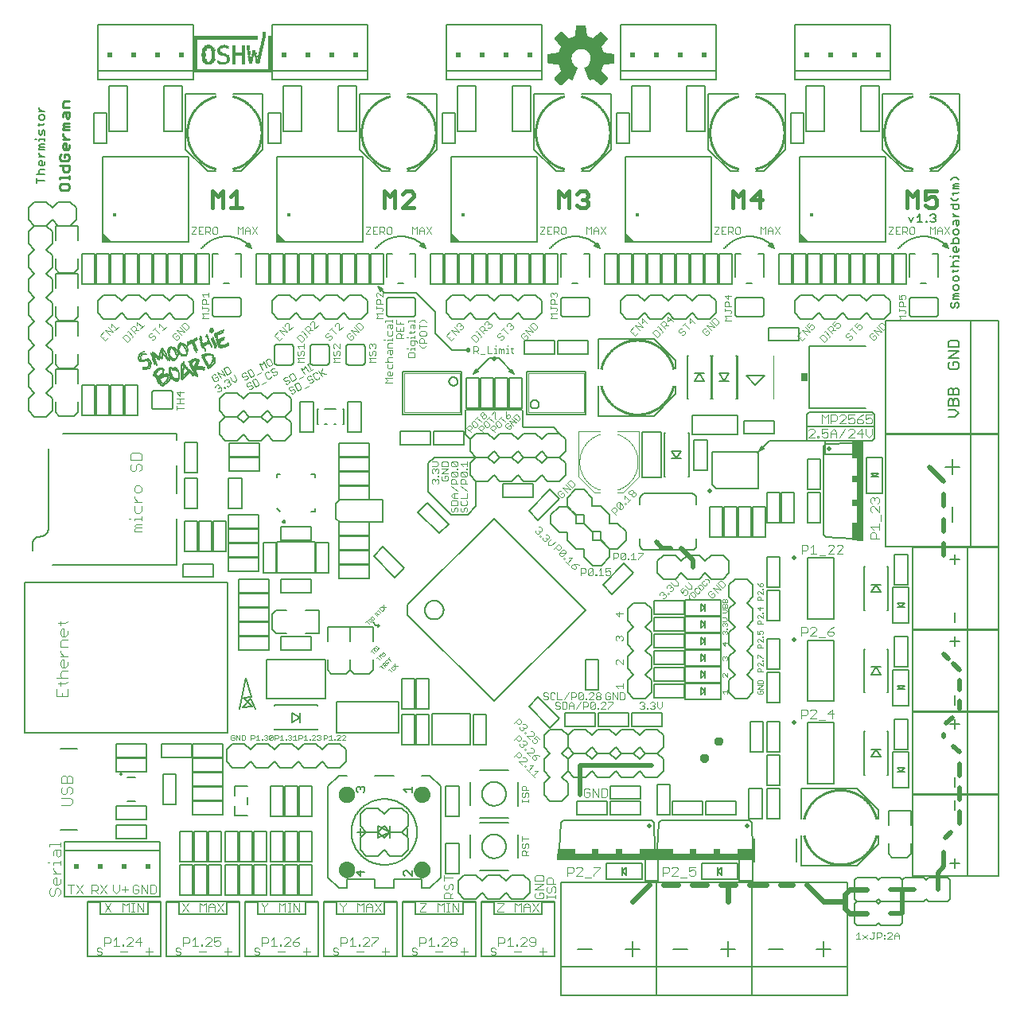
<source format=gbr>
G04 EAGLE Gerber RS-274X export*
G75*
%MOMM*%
%FSLAX34Y34*%
%LPD*%
%INGTO*%
%IPPOS*%
%AMOC8*
5,1,8,0,0,1.08239X$1,22.5*%
G01*
%ADD10C,0.076200*%
%ADD11C,0.431800*%
%ADD12C,0.101600*%
%ADD13C,0.050800*%
%ADD14C,0.127000*%
%ADD15C,0.203200*%
%ADD16C,0.025400*%
%ADD17C,0.381000*%
%ADD18C,0.177800*%
%ADD19R,0.038100X0.012700*%
%ADD20R,0.076200X0.012700*%
%ADD21R,0.088900X0.012700*%
%ADD22R,0.101600X0.012700*%
%ADD23R,0.114300X0.012700*%
%ADD24R,0.012700X0.012700*%
%ADD25R,0.152400X0.012700*%
%ADD26R,0.050800X0.012700*%
%ADD27R,0.177800X0.012700*%
%ADD28R,0.063500X0.012700*%
%ADD29R,0.304800X0.012700*%
%ADD30R,0.342900X0.012700*%
%ADD31R,0.355600X0.012700*%
%ADD32R,0.381000X0.012700*%
%ADD33R,0.444500X0.012700*%
%ADD34R,0.482600X0.012700*%
%ADD35R,0.508000X0.012700*%
%ADD36R,0.215900X0.012700*%
%ADD37R,0.330200X0.012700*%
%ADD38R,0.406400X0.012700*%
%ADD39R,0.228600X0.012700*%
%ADD40R,0.241300X0.012700*%
%ADD41R,0.190500X0.012700*%
%ADD42R,0.533400X0.012700*%
%ADD43R,0.266700X0.012700*%
%ADD44R,0.279400X0.012700*%
%ADD45R,0.317500X0.012700*%
%ADD46R,0.139700X0.012700*%
%ADD47R,0.165100X0.012700*%
%ADD48R,0.127000X0.012700*%
%ADD49R,0.254000X0.012700*%
%ADD50R,0.025400X0.012700*%
%ADD51R,0.431800X0.012700*%
%ADD52R,0.469900X0.012700*%
%ADD53R,0.419100X0.012700*%
%ADD54R,0.520700X0.012700*%
%ADD55R,0.571500X0.012700*%
%ADD56R,0.393700X0.012700*%
%ADD57R,0.596900X0.012700*%
%ADD58R,0.609600X0.012700*%
%ADD59R,0.292100X0.012700*%
%ADD60R,0.203200X0.012700*%
%ADD61R,0.762000X0.012700*%
%ADD62R,0.457200X0.012700*%
%ADD63R,0.495300X0.012700*%
%ADD64R,0.673100X0.012700*%
%ADD65R,0.558800X0.012700*%
%ADD66R,0.685800X0.012700*%
%ADD67R,0.889000X0.012700*%
%ADD68R,0.584200X0.012700*%
%ADD69R,0.546100X0.012700*%
%ADD70R,0.660400X0.012700*%
%ADD71R,0.368300X0.012700*%
%ADD72R,0.698500X0.012700*%
%ADD73R,0.635000X0.012700*%
%ADD74R,0.711200X0.012700*%
%ADD75R,1.130300X0.012700*%
%ADD76R,1.117600X0.012700*%
%ADD77R,0.736600X0.012700*%
%ADD78R,0.825500X0.012700*%
%ADD79R,0.749300X0.012700*%
%ADD80R,1.397000X0.012700*%
%ADD81R,0.774700X0.012700*%
%ADD82R,1.409700X0.012700*%
%ADD83R,1.231900X0.012700*%
%ADD84R,1.092200X0.012700*%
%ADD85R,1.181100X0.012700*%
%ADD86R,1.155700X0.012700*%
%ADD87R,0.723900X0.012700*%
%ADD88R,0.812800X0.012700*%
%ADD89R,0.647700X0.012700*%
%ADD90R,0.838200X0.012700*%
%ADD91R,0.863600X0.012700*%
%ADD92R,0.850900X0.012700*%
%ADD93R,0.876300X0.012700*%
%ADD94R,1.358900X0.012700*%
%ADD95R,1.549400X0.012700*%
%ADD96R,1.003300X0.012700*%
%ADD97R,0.622300X0.012700*%
%ADD98R,1.016000X0.012700*%
%ADD99R,0.990600X0.012700*%
%ADD100R,0.977900X0.012700*%
%ADD101R,0.800100X0.012700*%
%ADD102R,1.219200X0.012700*%
%ADD103R,1.206500X0.012700*%
%ADD104R,1.168400X0.012700*%
%ADD105R,0.787400X0.012700*%
%ADD106R,0.914400X0.012700*%
%ADD107R,0.901700X0.012700*%
%ADD108R,0.927100X0.012700*%
%ADD109R,0.939800X0.012700*%
%ADD110R,0.965200X0.012700*%
%ADD111R,1.054100X0.012700*%
%ADD112C,0.508000*%
%ADD113C,0.609600*%
%ADD114C,0.228600*%
%ADD115C,0.152400*%
%ADD116C,0.254000*%
%ADD117C,0.900000*%
%ADD118C,0.447200*%
%ADD119R,0.508000X0.508000*%
%ADD120C,0.508000*%
%ADD121R,10.668000X0.762000*%
%ADD122R,1.905000X0.508000*%
%ADD123R,0.762000X0.508000*%
%ADD124C,0.020319*%
%ADD125C,0.500000*%
%ADD126R,0.762000X10.668000*%
%ADD127R,0.508000X1.905000*%
%ADD128R,0.508000X0.762000*%
%ADD129R,0.762000X0.863600*%
%ADD130R,8.305800X0.076200*%
%ADD131R,0.381000X0.076200*%
%ADD132R,0.685800X0.076200*%
%ADD133R,0.762000X0.076200*%
%ADD134R,0.914400X0.076200*%
%ADD135R,1.066800X0.076200*%
%ADD136R,1.219200X0.076200*%
%ADD137R,1.143000X0.076200*%
%ADD138R,0.533400X0.076200*%
%ADD139R,0.457200X0.076200*%
%ADD140R,0.304800X0.076200*%
%ADD141R,0.152400X0.076200*%
%ADD142R,0.228600X0.076200*%
%ADD143R,0.609600X0.076200*%
%ADD144R,0.838200X0.076200*%
%ADD145R,1.371600X0.076200*%
%ADD146R,0.990600X0.076200*%
%ADD147R,6.858000X0.076200*%

G36*
X114343Y433966D02*
X114343Y433966D01*
X114451Y433976D01*
X114464Y433982D01*
X114478Y433984D01*
X114575Y434032D01*
X114674Y434077D01*
X114687Y434088D01*
X114696Y434092D01*
X114711Y434108D01*
X114788Y434170D01*
X120820Y440202D01*
X120870Y440273D01*
X120875Y440278D01*
X120877Y440281D01*
X120883Y440290D01*
X120949Y440376D01*
X120954Y440389D01*
X120962Y440401D01*
X120993Y440504D01*
X121029Y440607D01*
X121029Y440621D01*
X121033Y440634D01*
X121029Y440742D01*
X121030Y440851D01*
X121025Y440864D01*
X121025Y440878D01*
X120987Y440980D01*
X120952Y441082D01*
X120943Y441097D01*
X120939Y441106D01*
X120925Y441123D01*
X120871Y441205D01*
X114017Y449611D01*
X115055Y451497D01*
X115063Y451519D01*
X115091Y451571D01*
X116108Y454027D01*
X116114Y454050D01*
X116136Y454105D01*
X116735Y456173D01*
X127525Y457270D01*
X127629Y457298D01*
X127735Y457323D01*
X127747Y457330D01*
X127760Y457333D01*
X127850Y457394D01*
X127943Y457451D01*
X127951Y457462D01*
X127963Y457470D01*
X128029Y457556D01*
X128098Y457640D01*
X128102Y457653D01*
X128111Y457664D01*
X128145Y457767D01*
X128184Y457868D01*
X128185Y457886D01*
X128189Y457895D01*
X128189Y457917D01*
X128198Y458015D01*
X128198Y466545D01*
X128181Y466652D01*
X128167Y466760D01*
X128161Y466772D01*
X128159Y466786D01*
X128107Y466882D01*
X128060Y466979D01*
X128050Y466989D01*
X128044Y467001D01*
X127964Y467075D01*
X127888Y467152D01*
X127876Y467158D01*
X127866Y467168D01*
X127767Y467213D01*
X127670Y467261D01*
X127652Y467265D01*
X127643Y467269D01*
X127622Y467271D01*
X127525Y467290D01*
X116735Y468387D01*
X116136Y470455D01*
X116125Y470476D01*
X116108Y470533D01*
X115315Y472449D01*
X115091Y472989D01*
X115078Y473009D01*
X115055Y473063D01*
X114017Y474949D01*
X120871Y483355D01*
X120925Y483449D01*
X120982Y483541D01*
X120985Y483554D01*
X120992Y483566D01*
X121013Y483673D01*
X121038Y483778D01*
X121036Y483792D01*
X121039Y483806D01*
X121024Y483913D01*
X121014Y484021D01*
X121008Y484034D01*
X121006Y484048D01*
X120958Y484145D01*
X120913Y484244D01*
X120902Y484257D01*
X120898Y484266D01*
X120882Y484281D01*
X120820Y484358D01*
X114788Y490390D01*
X114700Y490453D01*
X114614Y490519D01*
X114601Y490524D01*
X114589Y490532D01*
X114486Y490563D01*
X114383Y490599D01*
X114369Y490599D01*
X114356Y490603D01*
X114248Y490599D01*
X114139Y490600D01*
X114126Y490595D01*
X114112Y490595D01*
X114010Y490557D01*
X113908Y490522D01*
X113893Y490513D01*
X113884Y490509D01*
X113867Y490495D01*
X113785Y490441D01*
X105379Y483587D01*
X103493Y484625D01*
X103471Y484633D01*
X103419Y484661D01*
X100963Y485678D01*
X100940Y485684D01*
X100885Y485706D01*
X98817Y486305D01*
X97720Y497095D01*
X97692Y497199D01*
X97667Y497305D01*
X97660Y497317D01*
X97657Y497330D01*
X97596Y497420D01*
X97539Y497513D01*
X97528Y497521D01*
X97520Y497533D01*
X97434Y497599D01*
X97350Y497668D01*
X97337Y497672D01*
X97326Y497681D01*
X97223Y497715D01*
X97122Y497754D01*
X97104Y497755D01*
X97095Y497759D01*
X97073Y497759D01*
X96975Y497768D01*
X88445Y497768D01*
X88338Y497751D01*
X88230Y497737D01*
X88218Y497731D01*
X88204Y497729D01*
X88108Y497677D01*
X88011Y497630D01*
X88001Y497620D01*
X87989Y497614D01*
X87915Y497534D01*
X87838Y497458D01*
X87832Y497446D01*
X87822Y497436D01*
X87777Y497337D01*
X87729Y497240D01*
X87725Y497222D01*
X87721Y497213D01*
X87719Y497192D01*
X87700Y497095D01*
X86603Y486305D01*
X84535Y485706D01*
X84514Y485695D01*
X84457Y485678D01*
X82001Y484661D01*
X81981Y484648D01*
X81927Y484625D01*
X80041Y483587D01*
X71635Y490441D01*
X71541Y490495D01*
X71449Y490552D01*
X71436Y490555D01*
X71424Y490562D01*
X71317Y490583D01*
X71212Y490608D01*
X71198Y490606D01*
X71184Y490609D01*
X71077Y490594D01*
X70969Y490584D01*
X70956Y490578D01*
X70943Y490576D01*
X70845Y490528D01*
X70746Y490483D01*
X70733Y490472D01*
X70724Y490468D01*
X70709Y490452D01*
X70632Y490390D01*
X64600Y484358D01*
X64537Y484270D01*
X64471Y484184D01*
X64466Y484171D01*
X64458Y484159D01*
X64427Y484056D01*
X64391Y483953D01*
X64391Y483939D01*
X64387Y483926D01*
X64391Y483818D01*
X64390Y483709D01*
X64395Y483696D01*
X64395Y483682D01*
X64433Y483580D01*
X64468Y483478D01*
X64477Y483463D01*
X64481Y483454D01*
X64495Y483437D01*
X64549Y483355D01*
X71403Y474949D01*
X70365Y473063D01*
X70357Y473041D01*
X70329Y472989D01*
X69312Y470533D01*
X69306Y470510D01*
X69284Y470455D01*
X68685Y468387D01*
X57895Y467290D01*
X57791Y467262D01*
X57685Y467237D01*
X57673Y467230D01*
X57660Y467227D01*
X57570Y467166D01*
X57477Y467109D01*
X57469Y467098D01*
X57457Y467090D01*
X57391Y467004D01*
X57323Y466920D01*
X57318Y466907D01*
X57309Y466896D01*
X57275Y466793D01*
X57236Y466692D01*
X57235Y466674D01*
X57231Y466665D01*
X57232Y466643D01*
X57222Y466545D01*
X57222Y458015D01*
X57239Y457908D01*
X57253Y457800D01*
X57259Y457788D01*
X57261Y457774D01*
X57313Y457678D01*
X57360Y457581D01*
X57370Y457571D01*
X57376Y457559D01*
X57456Y457485D01*
X57532Y457408D01*
X57544Y457402D01*
X57555Y457392D01*
X57653Y457347D01*
X57750Y457299D01*
X57768Y457295D01*
X57777Y457291D01*
X57798Y457289D01*
X57895Y457270D01*
X68685Y456173D01*
X69284Y454105D01*
X69295Y454084D01*
X69312Y454027D01*
X69367Y453894D01*
X70298Y451647D01*
X70298Y451646D01*
X70329Y451571D01*
X70342Y451551D01*
X70365Y451497D01*
X71403Y449611D01*
X64549Y441205D01*
X64495Y441111D01*
X64438Y441019D01*
X64435Y441006D01*
X64428Y440994D01*
X64407Y440887D01*
X64382Y440782D01*
X64384Y440768D01*
X64381Y440754D01*
X64396Y440647D01*
X64406Y440539D01*
X64412Y440526D01*
X64414Y440513D01*
X64462Y440415D01*
X64507Y440316D01*
X64518Y440303D01*
X64522Y440294D01*
X64538Y440279D01*
X64600Y440202D01*
X70632Y434170D01*
X70720Y434107D01*
X70806Y434041D01*
X70819Y434036D01*
X70831Y434028D01*
X70934Y433997D01*
X71037Y433961D01*
X71051Y433961D01*
X71064Y433957D01*
X71172Y433961D01*
X71281Y433960D01*
X71294Y433965D01*
X71308Y433965D01*
X71410Y434003D01*
X71512Y434038D01*
X71527Y434047D01*
X71536Y434051D01*
X71553Y434065D01*
X71635Y434119D01*
X80035Y440968D01*
X81322Y440236D01*
X81341Y440229D01*
X81377Y440208D01*
X83186Y439369D01*
X83224Y439359D01*
X83260Y439340D01*
X83341Y439326D01*
X83421Y439304D01*
X83461Y439306D01*
X83500Y439300D01*
X83582Y439313D01*
X83665Y439318D01*
X83702Y439333D01*
X83741Y439339D01*
X83814Y439378D01*
X83891Y439409D01*
X83921Y439435D01*
X83957Y439454D01*
X84013Y439514D01*
X84076Y439568D01*
X84096Y439603D01*
X84124Y439632D01*
X84193Y439762D01*
X89216Y451888D01*
X89242Y452000D01*
X89271Y452112D01*
X89270Y452119D01*
X89272Y452126D01*
X89260Y452240D01*
X89251Y452355D01*
X89249Y452361D01*
X89248Y452369D01*
X89200Y452473D01*
X89155Y452579D01*
X89150Y452584D01*
X89147Y452591D01*
X89069Y452675D01*
X88992Y452760D01*
X88984Y452765D01*
X88980Y452769D01*
X88967Y452776D01*
X88868Y452841D01*
X87290Y453656D01*
X85922Y454685D01*
X84746Y455929D01*
X83795Y457353D01*
X83095Y458916D01*
X82668Y460574D01*
X82524Y462276D01*
X82704Y464182D01*
X83235Y466017D01*
X84099Y467720D01*
X85266Y469232D01*
X86695Y470499D01*
X88335Y471478D01*
X90130Y472133D01*
X92015Y472441D01*
X93924Y472393D01*
X95791Y471988D01*
X97549Y471242D01*
X99137Y470181D01*
X100500Y468842D01*
X101588Y467272D01*
X102364Y465527D01*
X102800Y463667D01*
X102882Y461759D01*
X102606Y459869D01*
X101981Y458064D01*
X101031Y456407D01*
X99788Y454956D01*
X98296Y453764D01*
X96546Y452837D01*
X96457Y452770D01*
X96367Y452705D01*
X96360Y452696D01*
X96351Y452690D01*
X96289Y452597D01*
X96224Y452507D01*
X96221Y452496D01*
X96215Y452487D01*
X96186Y452380D01*
X96153Y452274D01*
X96154Y452263D01*
X96151Y452252D01*
X96157Y452140D01*
X96161Y452030D01*
X96165Y452016D01*
X96166Y452008D01*
X96173Y451990D01*
X96204Y451888D01*
X96614Y450897D01*
X97545Y448650D01*
X97545Y448649D01*
X98476Y446402D01*
X98477Y446402D01*
X99408Y444154D01*
X100339Y441906D01*
X101227Y439762D01*
X101248Y439728D01*
X101261Y439691D01*
X101312Y439625D01*
X101356Y439555D01*
X101387Y439530D01*
X101411Y439498D01*
X101480Y439453D01*
X101544Y439400D01*
X101582Y439386D01*
X101615Y439364D01*
X101695Y439343D01*
X101773Y439314D01*
X101813Y439313D01*
X101851Y439303D01*
X101934Y439309D01*
X102016Y439306D01*
X102055Y439318D01*
X102095Y439321D01*
X102234Y439369D01*
X104043Y440208D01*
X104059Y440219D01*
X104098Y440236D01*
X105385Y440968D01*
X113785Y434119D01*
X113879Y434065D01*
X113971Y434008D01*
X113984Y434005D01*
X113996Y433998D01*
X114103Y433977D01*
X114208Y433952D01*
X114222Y433954D01*
X114236Y433951D01*
X114343Y433966D01*
G37*
G36*
X333446Y266585D02*
X333446Y266585D01*
X333517Y266587D01*
X333566Y266605D01*
X333618Y266614D01*
X333681Y266647D01*
X333748Y266672D01*
X333789Y266704D01*
X333835Y266729D01*
X333884Y266780D01*
X333940Y266825D01*
X333969Y266869D01*
X334005Y266907D01*
X334035Y266972D01*
X334073Y267032D01*
X334086Y267083D01*
X334108Y267130D01*
X334116Y267201D01*
X334134Y267271D01*
X334129Y267323D01*
X334135Y267374D01*
X334120Y267445D01*
X334114Y267516D01*
X334094Y267564D01*
X334083Y267615D01*
X334046Y267676D01*
X334018Y267742D01*
X333973Y267798D01*
X333957Y267826D01*
X333939Y267841D01*
X333913Y267873D01*
X325658Y276128D01*
X325600Y276170D01*
X325548Y276220D01*
X325501Y276242D01*
X325459Y276272D01*
X325390Y276293D01*
X325325Y276323D01*
X325273Y276329D01*
X325223Y276344D01*
X325152Y276342D01*
X325081Y276350D01*
X325030Y276339D01*
X324978Y276338D01*
X324910Y276313D01*
X324840Y276298D01*
X324796Y276271D01*
X324747Y276253D01*
X324691Y276209D01*
X324629Y276172D01*
X324595Y276132D01*
X324555Y276100D01*
X324516Y276039D01*
X324469Y275985D01*
X324450Y275937D01*
X324422Y275893D01*
X324404Y275823D01*
X324377Y275757D01*
X324369Y275685D01*
X324361Y275654D01*
X324363Y275631D01*
X324359Y275590D01*
X324359Y267335D01*
X324362Y267315D01*
X324360Y267296D01*
X324382Y267194D01*
X324399Y267092D01*
X324408Y267075D01*
X324412Y267055D01*
X324465Y266966D01*
X324514Y266875D01*
X324528Y266861D01*
X324538Y266844D01*
X324617Y266777D01*
X324692Y266706D01*
X324710Y266697D01*
X324725Y266684D01*
X324821Y266645D01*
X324915Y266602D01*
X324935Y266600D01*
X324953Y266592D01*
X325120Y266574D01*
X333375Y266574D01*
X333446Y266585D01*
G37*
G36*
X148026Y266585D02*
X148026Y266585D01*
X148097Y266587D01*
X148146Y266605D01*
X148198Y266614D01*
X148261Y266647D01*
X148328Y266672D01*
X148369Y266704D01*
X148415Y266729D01*
X148464Y266780D01*
X148520Y266825D01*
X148549Y266869D01*
X148585Y266907D01*
X148615Y266972D01*
X148653Y267032D01*
X148666Y267083D01*
X148688Y267130D01*
X148696Y267201D01*
X148714Y267271D01*
X148709Y267323D01*
X148715Y267374D01*
X148700Y267445D01*
X148694Y267516D01*
X148674Y267564D01*
X148663Y267615D01*
X148626Y267676D01*
X148598Y267742D01*
X148553Y267798D01*
X148537Y267826D01*
X148519Y267841D01*
X148493Y267873D01*
X140238Y276128D01*
X140180Y276170D01*
X140128Y276220D01*
X140081Y276242D01*
X140039Y276272D01*
X139970Y276293D01*
X139905Y276323D01*
X139853Y276329D01*
X139803Y276344D01*
X139732Y276342D01*
X139661Y276350D01*
X139610Y276339D01*
X139558Y276338D01*
X139490Y276313D01*
X139420Y276298D01*
X139376Y276271D01*
X139327Y276253D01*
X139271Y276209D01*
X139209Y276172D01*
X139175Y276132D01*
X139135Y276100D01*
X139096Y276039D01*
X139049Y275985D01*
X139030Y275937D01*
X139002Y275893D01*
X138984Y275823D01*
X138957Y275757D01*
X138949Y275685D01*
X138941Y275654D01*
X138943Y275631D01*
X138939Y275590D01*
X138939Y267335D01*
X138942Y267315D01*
X138940Y267296D01*
X138962Y267194D01*
X138979Y267092D01*
X138988Y267075D01*
X138992Y267055D01*
X139045Y266966D01*
X139094Y266875D01*
X139108Y266861D01*
X139118Y266844D01*
X139197Y266777D01*
X139272Y266706D01*
X139290Y266697D01*
X139305Y266684D01*
X139401Y266645D01*
X139495Y266602D01*
X139515Y266600D01*
X139533Y266592D01*
X139700Y266574D01*
X147955Y266574D01*
X148026Y266585D01*
G37*
G36*
X-37394Y266585D02*
X-37394Y266585D01*
X-37323Y266587D01*
X-37274Y266605D01*
X-37222Y266614D01*
X-37159Y266647D01*
X-37092Y266672D01*
X-37051Y266704D01*
X-37005Y266729D01*
X-36956Y266780D01*
X-36900Y266825D01*
X-36871Y266869D01*
X-36836Y266907D01*
X-36805Y266972D01*
X-36767Y267032D01*
X-36754Y267083D01*
X-36732Y267130D01*
X-36724Y267201D01*
X-36706Y267271D01*
X-36711Y267323D01*
X-36705Y267374D01*
X-36720Y267445D01*
X-36726Y267516D01*
X-36746Y267564D01*
X-36757Y267615D01*
X-36794Y267676D01*
X-36822Y267742D01*
X-36867Y267798D01*
X-36883Y267826D01*
X-36901Y267841D01*
X-36927Y267873D01*
X-45182Y276128D01*
X-45240Y276170D01*
X-45292Y276220D01*
X-45339Y276242D01*
X-45381Y276272D01*
X-45450Y276293D01*
X-45515Y276323D01*
X-45567Y276329D01*
X-45617Y276344D01*
X-45688Y276342D01*
X-45759Y276350D01*
X-45810Y276339D01*
X-45862Y276338D01*
X-45930Y276313D01*
X-46000Y276298D01*
X-46044Y276271D01*
X-46093Y276253D01*
X-46149Y276209D01*
X-46211Y276172D01*
X-46245Y276132D01*
X-46285Y276100D01*
X-46324Y276039D01*
X-46371Y275985D01*
X-46390Y275937D01*
X-46418Y275893D01*
X-46436Y275823D01*
X-46463Y275757D01*
X-46471Y275685D01*
X-46479Y275654D01*
X-46477Y275631D01*
X-46481Y275590D01*
X-46481Y267335D01*
X-46478Y267315D01*
X-46480Y267296D01*
X-46458Y267194D01*
X-46442Y267092D01*
X-46432Y267075D01*
X-46428Y267055D01*
X-46375Y266966D01*
X-46326Y266875D01*
X-46312Y266861D01*
X-46302Y266844D01*
X-46223Y266777D01*
X-46148Y266706D01*
X-46130Y266697D01*
X-46115Y266684D01*
X-46019Y266645D01*
X-45925Y266602D01*
X-45905Y266600D01*
X-45887Y266592D01*
X-45720Y266574D01*
X-37465Y266574D01*
X-37394Y266585D01*
G37*
G36*
X-222814Y266585D02*
X-222814Y266585D01*
X-222743Y266587D01*
X-222694Y266605D01*
X-222642Y266614D01*
X-222579Y266647D01*
X-222512Y266672D01*
X-222471Y266704D01*
X-222425Y266729D01*
X-222376Y266780D01*
X-222320Y266825D01*
X-222291Y266869D01*
X-222256Y266907D01*
X-222225Y266972D01*
X-222187Y267032D01*
X-222174Y267083D01*
X-222152Y267130D01*
X-222144Y267201D01*
X-222126Y267271D01*
X-222131Y267323D01*
X-222125Y267374D01*
X-222140Y267445D01*
X-222146Y267516D01*
X-222166Y267564D01*
X-222177Y267615D01*
X-222214Y267676D01*
X-222242Y267742D01*
X-222287Y267798D01*
X-222303Y267826D01*
X-222321Y267841D01*
X-222347Y267873D01*
X-230602Y276128D01*
X-230660Y276170D01*
X-230712Y276220D01*
X-230759Y276242D01*
X-230801Y276272D01*
X-230870Y276293D01*
X-230935Y276323D01*
X-230987Y276329D01*
X-231037Y276344D01*
X-231108Y276342D01*
X-231179Y276350D01*
X-231230Y276339D01*
X-231282Y276338D01*
X-231350Y276313D01*
X-231420Y276298D01*
X-231464Y276271D01*
X-231513Y276253D01*
X-231569Y276209D01*
X-231631Y276172D01*
X-231665Y276132D01*
X-231705Y276100D01*
X-231744Y276039D01*
X-231791Y275985D01*
X-231810Y275937D01*
X-231838Y275893D01*
X-231856Y275823D01*
X-231883Y275757D01*
X-231891Y275685D01*
X-231899Y275654D01*
X-231897Y275631D01*
X-231901Y275590D01*
X-231901Y267335D01*
X-231898Y267315D01*
X-231900Y267296D01*
X-231878Y267194D01*
X-231862Y267092D01*
X-231852Y267075D01*
X-231848Y267055D01*
X-231795Y266966D01*
X-231746Y266875D01*
X-231732Y266861D01*
X-231722Y266844D01*
X-231643Y266777D01*
X-231568Y266706D01*
X-231550Y266697D01*
X-231535Y266684D01*
X-231439Y266645D01*
X-231345Y266602D01*
X-231325Y266600D01*
X-231307Y266592D01*
X-231140Y266574D01*
X-222885Y266574D01*
X-222814Y266585D01*
G37*
G36*
X-408234Y266585D02*
X-408234Y266585D01*
X-408163Y266587D01*
X-408114Y266605D01*
X-408062Y266614D01*
X-407999Y266647D01*
X-407932Y266672D01*
X-407891Y266704D01*
X-407845Y266729D01*
X-407796Y266780D01*
X-407740Y266825D01*
X-407711Y266869D01*
X-407676Y266907D01*
X-407645Y266972D01*
X-407607Y267032D01*
X-407594Y267083D01*
X-407572Y267130D01*
X-407564Y267201D01*
X-407546Y267271D01*
X-407551Y267323D01*
X-407545Y267374D01*
X-407560Y267445D01*
X-407566Y267516D01*
X-407586Y267564D01*
X-407597Y267615D01*
X-407634Y267676D01*
X-407662Y267742D01*
X-407707Y267798D01*
X-407723Y267826D01*
X-407741Y267841D01*
X-407767Y267873D01*
X-416022Y276128D01*
X-416080Y276170D01*
X-416132Y276220D01*
X-416179Y276242D01*
X-416221Y276272D01*
X-416290Y276293D01*
X-416355Y276323D01*
X-416407Y276329D01*
X-416457Y276344D01*
X-416528Y276342D01*
X-416599Y276350D01*
X-416650Y276339D01*
X-416702Y276338D01*
X-416770Y276313D01*
X-416840Y276298D01*
X-416884Y276271D01*
X-416933Y276253D01*
X-416989Y276209D01*
X-417051Y276172D01*
X-417085Y276132D01*
X-417125Y276100D01*
X-417164Y276039D01*
X-417211Y275985D01*
X-417230Y275937D01*
X-417258Y275893D01*
X-417276Y275823D01*
X-417303Y275757D01*
X-417311Y275685D01*
X-417319Y275654D01*
X-417317Y275631D01*
X-417321Y275590D01*
X-417321Y267335D01*
X-417318Y267315D01*
X-417320Y267296D01*
X-417298Y267194D01*
X-417282Y267092D01*
X-417272Y267075D01*
X-417268Y267055D01*
X-417215Y266966D01*
X-417166Y266875D01*
X-417152Y266861D01*
X-417142Y266844D01*
X-417063Y266777D01*
X-416988Y266706D01*
X-416970Y266697D01*
X-416955Y266684D01*
X-416859Y266645D01*
X-416765Y266602D01*
X-416745Y266600D01*
X-416727Y266592D01*
X-416560Y266574D01*
X-408305Y266574D01*
X-408234Y266585D01*
G37*
G36*
X-397192Y-300684D02*
X-397192Y-300684D01*
X-397191Y-300684D01*
X-396780Y-300630D01*
X-396779Y-300629D01*
X-396777Y-300629D01*
X-396394Y-300471D01*
X-396393Y-300469D01*
X-396391Y-300469D01*
X-396063Y-300217D01*
X-396062Y-300215D01*
X-396061Y-300215D01*
X-395808Y-299886D01*
X-395808Y-299884D01*
X-395807Y-299883D01*
X-395648Y-299500D01*
X-395649Y-299498D01*
X-395647Y-299497D01*
X-395593Y-299087D01*
X-395594Y-299085D01*
X-395593Y-299083D01*
X-395647Y-298673D01*
X-395649Y-298671D01*
X-395648Y-298670D01*
X-395807Y-298287D01*
X-395809Y-298286D01*
X-395808Y-298284D01*
X-396061Y-297955D01*
X-396063Y-297955D01*
X-396063Y-297953D01*
X-396391Y-297701D01*
X-396394Y-297701D01*
X-396394Y-297699D01*
X-396777Y-297541D01*
X-396779Y-297541D01*
X-396780Y-297540D01*
X-397191Y-297486D01*
X-397193Y-297487D01*
X-397194Y-297486D01*
X-397605Y-297540D01*
X-397606Y-297541D01*
X-397608Y-297541D01*
X-397991Y-297699D01*
X-397992Y-297701D01*
X-397994Y-297701D01*
X-398322Y-297953D01*
X-398323Y-297955D01*
X-398325Y-297955D01*
X-398577Y-298284D01*
X-398577Y-298286D01*
X-398578Y-298287D01*
X-398737Y-298670D01*
X-398736Y-298671D01*
X-398738Y-298672D01*
X-398737Y-298672D01*
X-398738Y-298673D01*
X-398792Y-299083D01*
X-398791Y-299085D01*
X-398792Y-299087D01*
X-398738Y-299497D01*
X-398736Y-299499D01*
X-398737Y-299500D01*
X-398578Y-299883D01*
X-398576Y-299884D01*
X-398577Y-299886D01*
X-398325Y-300215D01*
X-398322Y-300215D01*
X-398322Y-300217D01*
X-397994Y-300469D01*
X-397991Y-300469D01*
X-397991Y-300471D01*
X-397608Y-300629D01*
X-397606Y-300629D01*
X-397605Y-300630D01*
X-397194Y-300684D01*
X-397193Y-300684D01*
X-397192Y-300684D01*
X-397192Y-300684D01*
G37*
D10*
X148138Y176215D02*
X144663Y172740D01*
X149876Y167527D01*
X153351Y171002D01*
X149007Y171871D02*
X147269Y170133D01*
X155168Y172819D02*
X149955Y178032D01*
X158643Y176294D01*
X153430Y181507D01*
X157853Y185931D02*
X163066Y180718D01*
X157853Y180718D02*
X157853Y185931D01*
X161329Y184193D02*
X157853Y180718D01*
X-47442Y171135D02*
X-50917Y167660D01*
X-45704Y162447D01*
X-42229Y165922D01*
X-46573Y166791D02*
X-48311Y165053D01*
X-40412Y167739D02*
X-45625Y172952D01*
X-36937Y171214D01*
X-42150Y176427D01*
X-39464Y177375D02*
X-39464Y179113D01*
X-37727Y180851D01*
X-35989Y180851D01*
X-35120Y179982D01*
X-35120Y178244D01*
X-35989Y177375D01*
X-35120Y178244D02*
X-33382Y178244D01*
X-32514Y177375D01*
X-32514Y175638D01*
X-34251Y173900D01*
X-35989Y173900D01*
X-230322Y171135D02*
X-233797Y167660D01*
X-228584Y162447D01*
X-225109Y165922D01*
X-229453Y166791D02*
X-231191Y165053D01*
X-223292Y167739D02*
X-228505Y172952D01*
X-219817Y171214D01*
X-225030Y176427D01*
X-218000Y173031D02*
X-214525Y176506D01*
X-218000Y173031D02*
X-218000Y179982D01*
X-218869Y180851D01*
X-220607Y180851D01*
X-222344Y179113D01*
X-222344Y177375D01*
X-415742Y171135D02*
X-419217Y167660D01*
X-414004Y162447D01*
X-410529Y165922D01*
X-414873Y166791D02*
X-416611Y165053D01*
X-408712Y167739D02*
X-413925Y172952D01*
X-405237Y171214D01*
X-410450Y176427D01*
X-406895Y176506D02*
X-406895Y179982D01*
X-401683Y174769D01*
X-403420Y173031D02*
X-399945Y176506D01*
X-395581Y165896D02*
X-390368Y160683D01*
X-387762Y163289D01*
X-387762Y165027D01*
X-391237Y168502D01*
X-392975Y168502D01*
X-395581Y165896D01*
X-385076Y165975D02*
X-383339Y167713D01*
X-384207Y166844D02*
X-389420Y172057D01*
X-390289Y171188D02*
X-388552Y172926D01*
X-386761Y174716D02*
X-381548Y169503D01*
X-386761Y174716D02*
X-384155Y177323D01*
X-382417Y177323D01*
X-380679Y175585D01*
X-380679Y173847D01*
X-383286Y171241D01*
X-381548Y172978D02*
X-378073Y172978D01*
X-379731Y178271D02*
X-379731Y181746D01*
X-374518Y176533D01*
X-376256Y174795D02*
X-372781Y178271D01*
X-210161Y165896D02*
X-204948Y160683D01*
X-202342Y163289D01*
X-202342Y165027D01*
X-205817Y168502D01*
X-207555Y168502D01*
X-210161Y165896D01*
X-199656Y165975D02*
X-197919Y167713D01*
X-198787Y166844D02*
X-204000Y172057D01*
X-204869Y171188D02*
X-203132Y172926D01*
X-201341Y174716D02*
X-196128Y169503D01*
X-201341Y174716D02*
X-198735Y177323D01*
X-196997Y177323D01*
X-195259Y175585D01*
X-195259Y173847D01*
X-197866Y171241D01*
X-196128Y172978D02*
X-192653Y172978D01*
X-190836Y174795D02*
X-187361Y178271D01*
X-190836Y181746D02*
X-190836Y174795D01*
X-190836Y181746D02*
X-191705Y182615D01*
X-193443Y182615D01*
X-195180Y180877D01*
X-195180Y179139D01*
X-24741Y165896D02*
X-19528Y160683D01*
X-16922Y163289D01*
X-16922Y165027D01*
X-20397Y168502D01*
X-22135Y168502D01*
X-24741Y165896D01*
X-14236Y165975D02*
X-12499Y167713D01*
X-13367Y166844D02*
X-18580Y172057D01*
X-19449Y171188D02*
X-17712Y172926D01*
X-15921Y174716D02*
X-10708Y169503D01*
X-15921Y174716D02*
X-13315Y177323D01*
X-11577Y177323D01*
X-9839Y175585D01*
X-9839Y173847D01*
X-12446Y171241D01*
X-10708Y172978D02*
X-7233Y172978D01*
X-9760Y179139D02*
X-9760Y180877D01*
X-8023Y182615D01*
X-6285Y182615D01*
X-5416Y181746D01*
X-5416Y180008D01*
X-6285Y179139D01*
X-5416Y180008D02*
X-3678Y180008D01*
X-2810Y179139D01*
X-2810Y177402D01*
X-4547Y175664D01*
X-6285Y175664D01*
X168298Y170976D02*
X173511Y165763D01*
X176118Y168369D01*
X176118Y170107D01*
X172643Y173582D01*
X170905Y173582D01*
X168298Y170976D01*
X178804Y171055D02*
X180541Y172793D01*
X179672Y171924D02*
X174459Y177137D01*
X173591Y176268D02*
X175328Y178006D01*
X177119Y179796D02*
X182332Y174583D01*
X177119Y179796D02*
X179725Y182403D01*
X181463Y182403D01*
X183200Y180665D01*
X183200Y178927D01*
X180594Y176321D01*
X182332Y178058D02*
X185807Y178058D01*
X190230Y182482D02*
X185017Y187695D01*
X185017Y182482D01*
X188493Y185957D01*
X198069Y175346D02*
X199807Y175346D01*
X198069Y175346D02*
X196331Y173609D01*
X196331Y171871D01*
X197200Y171002D01*
X198938Y171002D01*
X200676Y172740D01*
X202413Y172740D01*
X203282Y171871D01*
X203282Y170133D01*
X201544Y168396D01*
X199807Y168396D01*
X207705Y174557D02*
X202492Y179770D01*
X200755Y178032D02*
X204230Y181507D01*
X208653Y185931D02*
X213866Y180718D01*
X208653Y180718D02*
X208653Y185931D01*
X212129Y184193D02*
X208653Y180718D01*
X6767Y170266D02*
X5029Y170266D01*
X3291Y168529D01*
X3291Y166791D01*
X4160Y165922D01*
X5898Y165922D01*
X7636Y167660D01*
X9373Y167660D01*
X10242Y166791D01*
X10242Y165053D01*
X8504Y163316D01*
X6767Y163316D01*
X14665Y169477D02*
X9452Y174690D01*
X7715Y172952D02*
X11190Y176427D01*
X13876Y177375D02*
X13876Y179113D01*
X15613Y180851D01*
X17351Y180851D01*
X18220Y179982D01*
X18220Y178244D01*
X17351Y177375D01*
X18220Y178244D02*
X19957Y178244D01*
X20826Y177375D01*
X20826Y175638D01*
X19089Y173900D01*
X17351Y173900D01*
X-176113Y170266D02*
X-177851Y170266D01*
X-179589Y168529D01*
X-179589Y166791D01*
X-178720Y165922D01*
X-176982Y165922D01*
X-175244Y167660D01*
X-173507Y167660D01*
X-172638Y166791D01*
X-172638Y165053D01*
X-174376Y163316D01*
X-176113Y163316D01*
X-168215Y169477D02*
X-173428Y174690D01*
X-175165Y172952D02*
X-171690Y176427D01*
X-164660Y173031D02*
X-161185Y176506D01*
X-164660Y173031D02*
X-164660Y179982D01*
X-165529Y180851D01*
X-167267Y180851D01*
X-169004Y179113D01*
X-169004Y177375D01*
X-364073Y170266D02*
X-365811Y170266D01*
X-367549Y168529D01*
X-367549Y166791D01*
X-366680Y165922D01*
X-364942Y165922D01*
X-363204Y167660D01*
X-361467Y167660D01*
X-360598Y166791D01*
X-360598Y165053D01*
X-362336Y163316D01*
X-364073Y163316D01*
X-356175Y169477D02*
X-361388Y174690D01*
X-363125Y172952D02*
X-359650Y176427D01*
X-356095Y176506D02*
X-356095Y179982D01*
X-350883Y174769D01*
X-352620Y173031D02*
X-349145Y176506D01*
X229819Y-104053D02*
X231557Y-104053D01*
X229819Y-104053D02*
X228081Y-105791D01*
X228081Y-107529D01*
X231557Y-111004D01*
X233294Y-111004D01*
X235032Y-109266D01*
X235032Y-107529D01*
X233294Y-105791D01*
X231557Y-107529D01*
X237718Y-106581D02*
X232505Y-101368D01*
X241193Y-103105D01*
X235980Y-97893D01*
X237797Y-96076D02*
X243010Y-101289D01*
X245616Y-98682D01*
X245616Y-96945D01*
X242141Y-93469D01*
X240403Y-93469D01*
X237797Y-96076D01*
X201584Y-100539D02*
X198109Y-104014D01*
X200715Y-106620D01*
X201584Y-104014D01*
X202453Y-103145D01*
X204190Y-103145D01*
X205928Y-104883D01*
X205928Y-106620D01*
X204190Y-108358D01*
X202453Y-108358D01*
X206876Y-102197D02*
X203401Y-98722D01*
X206876Y-102197D02*
X210351Y-102197D01*
X210351Y-98722D01*
X206876Y-95246D01*
X175958Y-107114D02*
X175958Y-108852D01*
X175958Y-107114D02*
X177696Y-105376D01*
X179434Y-105376D01*
X180302Y-106245D01*
X180302Y-107983D01*
X179434Y-108852D01*
X180302Y-107983D02*
X182040Y-107983D01*
X182909Y-108852D01*
X182909Y-110589D01*
X181171Y-112327D01*
X179434Y-112327D01*
X184726Y-107035D02*
X185595Y-107904D01*
X184726Y-107035D02*
X185595Y-106166D01*
X186463Y-107035D01*
X185595Y-107904D01*
X183896Y-100914D02*
X183896Y-99176D01*
X185634Y-97438D01*
X187372Y-97438D01*
X188241Y-98307D01*
X188241Y-100045D01*
X187372Y-100914D01*
X188241Y-100045D02*
X189978Y-100045D01*
X190847Y-100914D01*
X190847Y-102651D01*
X189109Y-104389D01*
X187372Y-104389D01*
X191795Y-98228D02*
X188320Y-94753D01*
X191795Y-98228D02*
X195270Y-98228D01*
X195270Y-94753D01*
X191795Y-91277D01*
X36703Y-385495D02*
X29331Y-385495D01*
X29331Y-381809D01*
X30559Y-380580D01*
X33017Y-380580D01*
X34246Y-381809D01*
X34246Y-385495D01*
X34246Y-383038D02*
X36703Y-380580D01*
X29331Y-374325D02*
X30559Y-373096D01*
X29331Y-374325D02*
X29331Y-376782D01*
X30559Y-378011D01*
X31788Y-378011D01*
X33017Y-376782D01*
X33017Y-374325D01*
X34246Y-373096D01*
X35474Y-373096D01*
X36703Y-374325D01*
X36703Y-376782D01*
X35474Y-378011D01*
X36703Y-368070D02*
X29331Y-368070D01*
X29331Y-370527D02*
X29331Y-365612D01*
X36703Y-328876D02*
X36703Y-326418D01*
X36703Y-327647D02*
X29331Y-327647D01*
X29331Y-328876D02*
X29331Y-326418D01*
X29331Y-320200D02*
X30559Y-318972D01*
X29331Y-320200D02*
X29331Y-322658D01*
X30559Y-323886D01*
X31788Y-323886D01*
X33017Y-322658D01*
X33017Y-320200D01*
X34246Y-318972D01*
X35474Y-318972D01*
X36703Y-320200D01*
X36703Y-322658D01*
X35474Y-323886D01*
X36703Y-316402D02*
X29331Y-316402D01*
X29331Y-312716D01*
X30559Y-311487D01*
X33017Y-311487D01*
X34246Y-312716D01*
X34246Y-316402D01*
D11*
X-299895Y303657D02*
X-299895Y321198D01*
X-294048Y315351D01*
X-288201Y321198D01*
X-288201Y303657D01*
X-279781Y315351D02*
X-273934Y321198D01*
X-273934Y303657D01*
X-279781Y303657D02*
X-268087Y303657D01*
X-117015Y303657D02*
X-117015Y321198D01*
X-111168Y315351D01*
X-105321Y321198D01*
X-105321Y303657D01*
X-96901Y303657D02*
X-85207Y303657D01*
X-96901Y303657D02*
X-85207Y315351D01*
X-85207Y318274D01*
X-88131Y321198D01*
X-93978Y321198D01*
X-96901Y318274D01*
X68405Y321198D02*
X68405Y303657D01*
X74252Y315351D02*
X68405Y321198D01*
X74252Y315351D02*
X80099Y321198D01*
X80099Y303657D01*
X88519Y318274D02*
X91442Y321198D01*
X97289Y321198D01*
X100213Y318274D01*
X100213Y315351D01*
X97289Y312427D01*
X94366Y312427D01*
X97289Y312427D02*
X100213Y309504D01*
X100213Y306580D01*
X97289Y303657D01*
X91442Y303657D01*
X88519Y306580D01*
X253825Y303657D02*
X253825Y321198D01*
X259672Y315351D01*
X265519Y321198D01*
X265519Y303657D01*
X282709Y303657D02*
X282709Y321198D01*
X273939Y312427D01*
X285633Y312427D01*
D12*
X-375158Y-40804D02*
X-382954Y-40804D01*
X-382954Y-38856D01*
X-381005Y-36907D01*
X-375158Y-36907D01*
X-381005Y-36907D02*
X-382954Y-34958D01*
X-381005Y-33009D01*
X-375158Y-33009D01*
X-382954Y-29111D02*
X-382954Y-27162D01*
X-375158Y-27162D01*
X-375158Y-29111D02*
X-375158Y-25213D01*
X-386852Y-27162D02*
X-388801Y-27162D01*
X-382954Y-19366D02*
X-382954Y-13519D01*
X-382954Y-19366D02*
X-381005Y-21315D01*
X-377107Y-21315D01*
X-375158Y-19366D01*
X-375158Y-13519D01*
X-375158Y-9621D02*
X-382954Y-9621D01*
X-379056Y-9621D02*
X-382954Y-5723D01*
X-382954Y-3774D01*
X-375158Y2073D02*
X-375158Y5971D01*
X-377107Y7920D01*
X-381005Y7920D01*
X-382954Y5971D01*
X-382954Y2073D01*
X-381005Y124D01*
X-377107Y124D01*
X-375158Y2073D01*
X-386852Y29359D02*
X-384903Y31308D01*
X-386852Y29359D02*
X-386852Y25461D01*
X-384903Y23512D01*
X-382954Y23512D01*
X-381005Y25461D01*
X-381005Y29359D01*
X-379056Y31308D01*
X-377107Y31308D01*
X-375158Y29359D01*
X-375158Y25461D01*
X-377107Y23512D01*
X-375158Y35206D02*
X-386852Y35206D01*
X-375158Y35206D02*
X-375158Y41053D01*
X-377107Y43002D01*
X-384903Y43002D01*
X-386852Y41053D01*
X-386852Y35206D01*
X-465592Y-208860D02*
X-465592Y-216655D01*
X-453898Y-216655D01*
X-453898Y-208860D01*
X-459745Y-212758D02*
X-459745Y-216655D01*
X-463643Y-203013D02*
X-455847Y-203013D01*
X-453898Y-201064D01*
X-461694Y-201064D02*
X-461694Y-204962D01*
X-465592Y-197166D02*
X-453898Y-197166D01*
X-459745Y-197166D02*
X-461694Y-195217D01*
X-461694Y-191319D01*
X-459745Y-189370D01*
X-453898Y-189370D01*
X-453898Y-183523D02*
X-453898Y-179625D01*
X-453898Y-183523D02*
X-455847Y-185472D01*
X-459745Y-185472D01*
X-461694Y-183523D01*
X-461694Y-179625D01*
X-459745Y-177676D01*
X-457796Y-177676D01*
X-457796Y-185472D01*
X-453898Y-173778D02*
X-461694Y-173778D01*
X-457796Y-173778D02*
X-461694Y-169880D01*
X-461694Y-167931D01*
X-461694Y-164033D02*
X-453898Y-164033D01*
X-461694Y-164033D02*
X-461694Y-158186D01*
X-459745Y-156237D01*
X-453898Y-156237D01*
X-453898Y-150390D02*
X-453898Y-146492D01*
X-453898Y-150390D02*
X-455847Y-152339D01*
X-459745Y-152339D01*
X-461694Y-150390D01*
X-461694Y-146492D01*
X-459745Y-144543D01*
X-457796Y-144543D01*
X-457796Y-152339D01*
X-455847Y-138696D02*
X-463643Y-138696D01*
X-455847Y-138696D02*
X-453898Y-136747D01*
X-461694Y-136747D02*
X-461694Y-140645D01*
X-460512Y-331993D02*
X-450767Y-331993D01*
X-448818Y-330044D01*
X-448818Y-326146D01*
X-450767Y-324197D01*
X-460512Y-324197D01*
X-460512Y-314452D02*
X-458563Y-312503D01*
X-460512Y-314452D02*
X-460512Y-318350D01*
X-458563Y-320299D01*
X-456614Y-320299D01*
X-454665Y-318350D01*
X-454665Y-314452D01*
X-452716Y-312503D01*
X-450767Y-312503D01*
X-448818Y-314452D01*
X-448818Y-318350D01*
X-450767Y-320299D01*
X-448818Y-308605D02*
X-460512Y-308605D01*
X-460512Y-302758D01*
X-458563Y-300809D01*
X-456614Y-300809D01*
X-454665Y-302758D01*
X-452716Y-300809D01*
X-450767Y-300809D01*
X-448818Y-302758D01*
X-448818Y-308605D01*
X-454665Y-308605D02*
X-454665Y-302758D01*
X-471263Y-420686D02*
X-473212Y-422635D01*
X-473212Y-426533D01*
X-471263Y-428481D01*
X-469314Y-428481D01*
X-467365Y-426533D01*
X-467365Y-422635D01*
X-465416Y-420686D01*
X-463467Y-420686D01*
X-461518Y-422635D01*
X-461518Y-426533D01*
X-463467Y-428481D01*
X-461518Y-414839D02*
X-461518Y-410941D01*
X-461518Y-414839D02*
X-463467Y-416788D01*
X-467365Y-416788D01*
X-469314Y-414839D01*
X-469314Y-410941D01*
X-467365Y-408992D01*
X-465416Y-408992D01*
X-465416Y-416788D01*
X-461518Y-405094D02*
X-469314Y-405094D01*
X-465416Y-405094D02*
X-469314Y-401196D01*
X-469314Y-399247D01*
X-469314Y-395349D02*
X-469314Y-393400D01*
X-461518Y-393400D01*
X-461518Y-395349D02*
X-461518Y-391451D01*
X-473212Y-393400D02*
X-475161Y-393400D01*
X-469314Y-385604D02*
X-469314Y-381706D01*
X-467365Y-379757D01*
X-461518Y-379757D01*
X-461518Y-385604D01*
X-463467Y-387553D01*
X-465416Y-385604D01*
X-465416Y-379757D01*
X-473212Y-375859D02*
X-473212Y-373910D01*
X-461518Y-373910D01*
X-461518Y-375859D02*
X-461518Y-371961D01*
D10*
X-379789Y-416933D02*
X-378221Y-418501D01*
X-379789Y-416933D02*
X-382924Y-416933D01*
X-384492Y-418501D01*
X-384492Y-424771D01*
X-382924Y-426339D01*
X-379789Y-426339D01*
X-378221Y-424771D01*
X-378221Y-421636D01*
X-381356Y-421636D01*
X-375137Y-426339D02*
X-375137Y-416933D01*
X-368866Y-426339D01*
X-368866Y-416933D01*
X-365781Y-416933D02*
X-365781Y-426339D01*
X-361078Y-426339D01*
X-359511Y-424771D01*
X-359511Y-418501D01*
X-361078Y-416933D01*
X-365781Y-416933D01*
X-428074Y-416933D02*
X-428074Y-426339D01*
X-428074Y-416933D02*
X-423371Y-416933D01*
X-421804Y-418501D01*
X-421804Y-421636D01*
X-423371Y-423204D01*
X-428074Y-423204D01*
X-424939Y-423204D02*
X-421804Y-426339D01*
X-412448Y-426339D02*
X-418719Y-416933D01*
X-412448Y-416933D02*
X-418719Y-426339D01*
X-450339Y-426339D02*
X-450339Y-416933D01*
X-453474Y-416933D02*
X-447204Y-416933D01*
X-444119Y-416933D02*
X-437848Y-426339D01*
X-444119Y-426339D02*
X-437848Y-416933D01*
X-413878Y-435983D02*
X-407607Y-445389D01*
X-413878Y-445389D02*
X-407607Y-435983D01*
X-404523Y-446957D02*
X-398252Y-446957D01*
X-395167Y-445389D02*
X-395167Y-435983D01*
X-392032Y-439118D01*
X-388897Y-435983D01*
X-388897Y-445389D01*
X-385812Y-445389D02*
X-382677Y-445389D01*
X-384245Y-445389D02*
X-384245Y-435983D01*
X-385812Y-435983D02*
X-382677Y-435983D01*
X-379575Y-435983D02*
X-379575Y-445389D01*
X-373305Y-445389D02*
X-379575Y-435983D01*
X-373305Y-435983D02*
X-373305Y-445389D01*
X-247508Y-437551D02*
X-247508Y-435983D01*
X-247508Y-437551D02*
X-244372Y-440686D01*
X-241237Y-437551D01*
X-241237Y-435983D01*
X-244372Y-440686D02*
X-244372Y-445389D01*
X-238153Y-446957D02*
X-231882Y-446957D01*
X-228797Y-445389D02*
X-228797Y-435983D01*
X-225662Y-439118D01*
X-222527Y-435983D01*
X-222527Y-445389D01*
X-219442Y-445389D02*
X-216307Y-445389D01*
X-217875Y-445389D02*
X-217875Y-435983D01*
X-219442Y-435983D02*
X-216307Y-435983D01*
X-213205Y-435983D02*
X-213205Y-445389D01*
X-206935Y-445389D02*
X-213205Y-435983D01*
X-206935Y-435983D02*
X-206935Y-445389D01*
X-78598Y-435983D02*
X-72327Y-435983D01*
X-72327Y-437551D01*
X-78598Y-443821D01*
X-78598Y-445389D01*
X-72327Y-445389D01*
X-69243Y-446957D02*
X-62972Y-446957D01*
X-59887Y-445389D02*
X-59887Y-435983D01*
X-56752Y-439118D01*
X-53617Y-435983D01*
X-53617Y-445389D01*
X-50532Y-445389D02*
X-47397Y-445389D01*
X-48965Y-445389D02*
X-48965Y-435983D01*
X-50532Y-435983D02*
X-47397Y-435983D01*
X-44295Y-435983D02*
X-44295Y-445389D01*
X-38025Y-445389D02*
X-44295Y-435983D01*
X-38025Y-435983D02*
X-38025Y-445389D01*
X-325346Y-445389D02*
X-331617Y-435983D01*
X-325346Y-435983D02*
X-331617Y-445389D01*
X-322262Y-446957D02*
X-315991Y-446957D01*
X-312907Y-445389D02*
X-312907Y-435983D01*
X-309771Y-439118D01*
X-306636Y-435983D01*
X-306636Y-445389D01*
X-303551Y-445389D02*
X-303551Y-439118D01*
X-300416Y-435983D01*
X-297281Y-439118D01*
X-297281Y-445389D01*
X-297281Y-440686D02*
X-303551Y-440686D01*
X-294196Y-435983D02*
X-287926Y-445389D01*
X-294196Y-445389D02*
X-287926Y-435983D01*
X-163977Y-435983D02*
X-163977Y-437551D01*
X-160842Y-440686D01*
X-157706Y-437551D01*
X-157706Y-435983D01*
X-160842Y-440686D02*
X-160842Y-445389D01*
X-154622Y-446957D02*
X-148351Y-446957D01*
X-145267Y-445389D02*
X-145267Y-435983D01*
X-142131Y-439118D01*
X-138996Y-435983D01*
X-138996Y-445389D01*
X-135911Y-445389D02*
X-135911Y-439118D01*
X-132776Y-435983D01*
X-129641Y-439118D01*
X-129641Y-445389D01*
X-129641Y-440686D02*
X-135911Y-440686D01*
X-126556Y-435983D02*
X-120286Y-445389D01*
X-126556Y-445389D02*
X-120286Y-435983D01*
X3663Y-435983D02*
X9934Y-435983D01*
X9934Y-437551D01*
X3663Y-443821D01*
X3663Y-445389D01*
X9934Y-445389D01*
X13018Y-446957D02*
X19289Y-446957D01*
X22373Y-445389D02*
X22373Y-435983D01*
X25509Y-439118D01*
X28644Y-435983D01*
X28644Y-445389D01*
X31729Y-445389D02*
X31729Y-439118D01*
X34864Y-435983D01*
X37999Y-439118D01*
X37999Y-445389D01*
X37999Y-440686D02*
X31729Y-440686D01*
X41084Y-435983D02*
X47354Y-445389D01*
X41084Y-445389D02*
X47354Y-435983D01*
D13*
X243751Y-150539D02*
X242819Y-149607D01*
X242819Y-147743D01*
X243751Y-146810D01*
X244684Y-146810D01*
X245616Y-147743D01*
X245616Y-148675D01*
X245616Y-147743D02*
X246548Y-146810D01*
X247480Y-146810D01*
X248412Y-147743D01*
X248412Y-149607D01*
X247480Y-150539D01*
X247480Y-144926D02*
X248412Y-144926D01*
X247480Y-144926D02*
X247480Y-143994D01*
X248412Y-143994D01*
X248412Y-144926D01*
X243751Y-142119D02*
X242819Y-141187D01*
X242819Y-139323D01*
X243751Y-138391D01*
X244684Y-138391D01*
X245616Y-139323D01*
X245616Y-140255D01*
X245616Y-139323D02*
X246548Y-138391D01*
X247480Y-138391D01*
X248412Y-139323D01*
X248412Y-141187D01*
X247480Y-142119D01*
X246548Y-136506D02*
X242819Y-136506D01*
X246548Y-136506D02*
X248412Y-134642D01*
X246548Y-132778D01*
X242819Y-132778D01*
X248412Y-191864D02*
X248412Y-195593D01*
X244684Y-191864D01*
X243751Y-191864D01*
X242819Y-192796D01*
X242819Y-194660D01*
X243751Y-195593D01*
X243751Y-177813D02*
X242819Y-176880D01*
X242819Y-175016D01*
X243751Y-174084D01*
X244684Y-174084D01*
X245616Y-175016D01*
X245616Y-175948D01*
X245616Y-175016D02*
X246548Y-174084D01*
X247480Y-174084D01*
X248412Y-175016D01*
X248412Y-176880D01*
X247480Y-177813D01*
X248412Y-159776D02*
X242819Y-159776D01*
X245616Y-162573D01*
X245616Y-158844D01*
X242819Y-211508D02*
X244684Y-213373D01*
X242819Y-211508D02*
X248412Y-211508D01*
X248412Y-209644D02*
X248412Y-213373D01*
D14*
X490213Y-240585D02*
X490213Y-250923D01*
X485044Y-245754D02*
X495382Y-245754D01*
D15*
X155180Y-485181D02*
X139588Y-485181D01*
X147384Y-477385D02*
X147384Y-492977D01*
D14*
X490213Y-313153D02*
X490213Y-302815D01*
D15*
X104380Y-485181D02*
X88788Y-485181D01*
D11*
X439245Y303657D02*
X439245Y321198D01*
X445092Y315351D01*
X450939Y321198D01*
X450939Y303657D01*
X459359Y321198D02*
X471053Y321198D01*
X459359Y321198D02*
X459359Y312427D01*
X465206Y315351D01*
X468129Y315351D01*
X471053Y312427D01*
X471053Y306580D01*
X468129Y303657D01*
X462282Y303657D01*
X459359Y306580D01*
D10*
X-417546Y-485219D02*
X-418775Y-483991D01*
X-421232Y-483991D01*
X-422461Y-485219D01*
X-422461Y-486448D01*
X-421232Y-487677D01*
X-418775Y-487677D01*
X-417546Y-488906D01*
X-417546Y-490134D01*
X-418775Y-491363D01*
X-421232Y-491363D01*
X-422461Y-490134D01*
D12*
X-397769Y-487675D02*
X-389973Y-487675D01*
X-371099Y-487675D02*
X-363303Y-487675D01*
X-367201Y-483777D02*
X-367201Y-491573D01*
D10*
X322462Y167660D02*
X325938Y171135D01*
X322462Y167660D02*
X327675Y162447D01*
X331151Y165922D01*
X326807Y166791D02*
X325069Y165053D01*
X332968Y167739D02*
X327755Y172952D01*
X336443Y171214D01*
X331230Y176427D01*
X333047Y178244D02*
X336522Y181719D01*
X333047Y178244D02*
X335653Y175638D01*
X336522Y178244D01*
X337391Y179113D01*
X339128Y179113D01*
X340866Y177375D01*
X340866Y175638D01*
X339128Y173900D01*
X337391Y173900D01*
X346098Y165896D02*
X351311Y160683D01*
X353918Y163289D01*
X353918Y165027D01*
X350443Y168502D01*
X348705Y168502D01*
X346098Y165896D01*
X356604Y165975D02*
X358341Y167713D01*
X357472Y166844D02*
X352259Y172057D01*
X351391Y171188D02*
X353128Y172926D01*
X354919Y174716D02*
X360132Y169503D01*
X354919Y174716D02*
X357525Y177323D01*
X359263Y177323D01*
X361000Y175585D01*
X361000Y173847D01*
X358394Y171241D01*
X360132Y172978D02*
X363607Y172978D01*
X360211Y180008D02*
X363686Y183483D01*
X360211Y180008D02*
X362817Y177402D01*
X363686Y180008D01*
X364555Y180877D01*
X366293Y180877D01*
X368030Y179139D01*
X368030Y177402D01*
X366293Y175664D01*
X364555Y175664D01*
X375869Y170266D02*
X377607Y170266D01*
X375869Y170266D02*
X374131Y168529D01*
X374131Y166791D01*
X375000Y165922D01*
X376738Y165922D01*
X378476Y167660D01*
X380213Y167660D01*
X381082Y166791D01*
X381082Y165053D01*
X379344Y163316D01*
X377607Y163316D01*
X385505Y169477D02*
X380292Y174690D01*
X378555Y172952D02*
X382030Y176427D01*
X383847Y178244D02*
X387322Y181719D01*
X383847Y178244D02*
X386453Y175638D01*
X387322Y178244D01*
X388191Y179113D01*
X389929Y179113D01*
X391666Y177375D01*
X391666Y175638D01*
X389929Y173900D01*
X388191Y173900D01*
D15*
X483607Y81265D02*
X490725Y81265D01*
X494284Y84824D01*
X490725Y88383D01*
X483607Y88383D01*
X483607Y92959D02*
X494284Y92959D01*
X483607Y92959D02*
X483607Y98298D01*
X485386Y100077D01*
X487166Y100077D01*
X488945Y98298D01*
X490725Y100077D01*
X492505Y100077D01*
X494284Y98298D01*
X494284Y92959D01*
X488945Y92959D02*
X488945Y98298D01*
X483607Y104653D02*
X494284Y104653D01*
X483607Y104653D02*
X483607Y109992D01*
X485386Y111771D01*
X487166Y111771D01*
X488945Y109992D01*
X490725Y111771D01*
X492505Y111771D01*
X494284Y109992D01*
X494284Y104653D01*
X488945Y104653D02*
X488945Y109992D01*
D13*
X246548Y-127546D02*
X242819Y-127546D01*
X246548Y-127546D02*
X248412Y-125681D01*
X246548Y-123817D01*
X242819Y-123817D01*
X242819Y-121933D02*
X248412Y-121933D01*
X242819Y-121933D02*
X242819Y-119136D01*
X243751Y-118204D01*
X244684Y-118204D01*
X245616Y-119136D01*
X246548Y-118204D01*
X247480Y-118204D01*
X248412Y-119136D01*
X248412Y-121933D01*
X245616Y-121933D02*
X245616Y-119136D01*
X248412Y-116319D02*
X242819Y-116319D01*
X242819Y-113523D01*
X243751Y-112591D01*
X244684Y-112591D01*
X245616Y-113523D01*
X246548Y-112591D01*
X247480Y-112591D01*
X248412Y-113523D01*
X248412Y-116319D01*
X245616Y-116319D02*
X245616Y-113523D01*
D10*
X-405214Y-416933D02*
X-405214Y-423204D01*
X-402079Y-426339D01*
X-398944Y-423204D01*
X-398944Y-416933D01*
X-395859Y-421636D02*
X-389588Y-421636D01*
X-392724Y-418501D02*
X-392724Y-424771D01*
D13*
X-258756Y-263144D02*
X-258756Y-257551D01*
X-255959Y-257551D01*
X-255027Y-258483D01*
X-255027Y-260348D01*
X-255959Y-261280D01*
X-258756Y-261280D01*
X-253142Y-259416D02*
X-251278Y-257551D01*
X-251278Y-263144D01*
X-253142Y-263144D02*
X-249414Y-263144D01*
X-247529Y-263144D02*
X-247529Y-262212D01*
X-246597Y-262212D01*
X-246597Y-263144D01*
X-247529Y-263144D01*
X-244723Y-258483D02*
X-243791Y-257551D01*
X-241926Y-257551D01*
X-240994Y-258483D01*
X-240994Y-259416D01*
X-241926Y-260348D01*
X-242859Y-260348D01*
X-241926Y-260348D02*
X-240994Y-261280D01*
X-240994Y-262212D01*
X-241926Y-263144D01*
X-243791Y-263144D01*
X-244723Y-262212D01*
X-239110Y-262212D02*
X-239110Y-258483D01*
X-238178Y-257551D01*
X-236313Y-257551D01*
X-235381Y-258483D01*
X-235381Y-262212D01*
X-236313Y-263144D01*
X-238178Y-263144D01*
X-239110Y-262212D01*
X-235381Y-258483D01*
X-233356Y-257551D02*
X-233356Y-263144D01*
X-233356Y-257551D02*
X-230559Y-257551D01*
X-229627Y-258483D01*
X-229627Y-260348D01*
X-230559Y-261280D01*
X-233356Y-261280D01*
X-227742Y-259416D02*
X-225878Y-257551D01*
X-225878Y-263144D01*
X-227742Y-263144D02*
X-224014Y-263144D01*
X-222129Y-263144D02*
X-222129Y-262212D01*
X-221197Y-262212D01*
X-221197Y-263144D01*
X-222129Y-263144D01*
X-219323Y-258483D02*
X-218391Y-257551D01*
X-216526Y-257551D01*
X-215594Y-258483D01*
X-215594Y-259416D01*
X-216526Y-260348D01*
X-217459Y-260348D01*
X-216526Y-260348D02*
X-215594Y-261280D01*
X-215594Y-262212D01*
X-216526Y-263144D01*
X-218391Y-263144D01*
X-219323Y-262212D01*
X-213710Y-259416D02*
X-211845Y-257551D01*
X-211845Y-263144D01*
X-209981Y-263144D02*
X-213710Y-263144D01*
X-207956Y-263144D02*
X-207956Y-257551D01*
X-205159Y-257551D01*
X-204227Y-258483D01*
X-204227Y-260348D01*
X-205159Y-261280D01*
X-207956Y-261280D01*
X-202342Y-259416D02*
X-200478Y-257551D01*
X-200478Y-263144D01*
X-202342Y-263144D02*
X-198614Y-263144D01*
X-196729Y-263144D02*
X-196729Y-262212D01*
X-195797Y-262212D01*
X-195797Y-263144D01*
X-196729Y-263144D01*
X-193923Y-263144D02*
X-190194Y-263144D01*
X-190194Y-259416D02*
X-193923Y-263144D01*
X-190194Y-259416D02*
X-190194Y-258483D01*
X-191126Y-257551D01*
X-192991Y-257551D01*
X-193923Y-258483D01*
X-188310Y-258483D02*
X-187378Y-257551D01*
X-185513Y-257551D01*
X-184581Y-258483D01*
X-184581Y-259416D01*
X-185513Y-260348D01*
X-186445Y-260348D01*
X-185513Y-260348D02*
X-184581Y-261280D01*
X-184581Y-262212D01*
X-185513Y-263144D01*
X-187378Y-263144D01*
X-188310Y-262212D01*
X-181286Y-263144D02*
X-181286Y-257551D01*
X-178489Y-257551D01*
X-177557Y-258483D01*
X-177557Y-260348D01*
X-178489Y-261280D01*
X-181286Y-261280D01*
X-175672Y-259416D02*
X-173808Y-257551D01*
X-173808Y-263144D01*
X-175672Y-263144D02*
X-171944Y-263144D01*
X-170059Y-263144D02*
X-170059Y-262212D01*
X-169127Y-262212D01*
X-169127Y-263144D01*
X-170059Y-263144D01*
X-167253Y-263144D02*
X-163524Y-263144D01*
X-163524Y-259416D02*
X-167253Y-263144D01*
X-163524Y-259416D02*
X-163524Y-258483D01*
X-164456Y-257551D01*
X-166321Y-257551D01*
X-167253Y-258483D01*
X-161640Y-263144D02*
X-157911Y-263144D01*
X-157911Y-259416D02*
X-161640Y-263144D01*
X-157911Y-259416D02*
X-157911Y-258483D01*
X-158843Y-257551D01*
X-160708Y-257551D01*
X-161640Y-258483D01*
X-276217Y-258483D02*
X-277149Y-257551D01*
X-279014Y-257551D01*
X-279946Y-258483D01*
X-279946Y-262212D01*
X-279014Y-263144D01*
X-277149Y-263144D01*
X-276217Y-262212D01*
X-276217Y-260348D01*
X-278081Y-260348D01*
X-274333Y-263144D02*
X-274333Y-257551D01*
X-270604Y-263144D01*
X-270604Y-257551D01*
X-268719Y-257551D02*
X-268719Y-263144D01*
X-265923Y-263144D01*
X-264991Y-262212D01*
X-264991Y-258483D01*
X-265923Y-257551D01*
X-268719Y-257551D01*
D10*
X21318Y-280526D02*
X26531Y-275313D01*
X29137Y-277920D01*
X29137Y-279658D01*
X27400Y-281395D01*
X25662Y-281395D01*
X23056Y-278789D01*
X26610Y-285819D02*
X30085Y-289294D01*
X26610Y-285819D02*
X33561Y-285819D01*
X34429Y-284950D01*
X34429Y-283212D01*
X32692Y-281474D01*
X30954Y-281474D01*
X32771Y-290242D02*
X31902Y-291111D01*
X32771Y-290242D02*
X33640Y-291111D01*
X32771Y-291979D01*
X31902Y-291111D01*
X38023Y-290281D02*
X41499Y-290281D01*
X36286Y-295494D01*
X34548Y-293757D02*
X38023Y-297232D01*
X43316Y-295573D02*
X46791Y-295573D01*
X41578Y-300786D01*
X39840Y-299049D02*
X43316Y-302524D01*
X21318Y-262746D02*
X26531Y-257533D01*
X29137Y-260140D01*
X29137Y-261878D01*
X27400Y-263615D01*
X25662Y-263615D01*
X23056Y-261009D01*
X30954Y-263694D02*
X32692Y-263694D01*
X34429Y-265432D01*
X34429Y-267170D01*
X33561Y-268039D01*
X31823Y-268039D01*
X30954Y-267170D01*
X31823Y-268039D02*
X31823Y-269776D01*
X30954Y-270645D01*
X29216Y-270645D01*
X27479Y-268907D01*
X27479Y-267170D01*
X32771Y-272462D02*
X31902Y-273331D01*
X32771Y-272462D02*
X33640Y-273331D01*
X32771Y-274199D01*
X31902Y-273331D01*
X34548Y-275977D02*
X38023Y-279452D01*
X34548Y-275977D02*
X41499Y-275977D01*
X42368Y-275108D01*
X42368Y-273370D01*
X40630Y-271632D01*
X38892Y-271632D01*
X45922Y-278662D02*
X48528Y-279531D01*
X45922Y-278662D02*
X42447Y-278662D01*
X40709Y-280400D01*
X40709Y-282138D01*
X42447Y-283875D01*
X44184Y-283875D01*
X45053Y-283006D01*
X45053Y-281269D01*
X42447Y-278662D01*
X21318Y-244966D02*
X26531Y-239753D01*
X29137Y-242360D01*
X29137Y-244098D01*
X27400Y-245835D01*
X25662Y-245835D01*
X23056Y-243229D01*
X30954Y-245914D02*
X32692Y-245914D01*
X34429Y-247652D01*
X34429Y-249390D01*
X33561Y-250259D01*
X31823Y-250259D01*
X30954Y-249390D01*
X31823Y-250259D02*
X31823Y-251996D01*
X30954Y-252865D01*
X29216Y-252865D01*
X27479Y-251127D01*
X27479Y-249390D01*
X32771Y-254682D02*
X31902Y-255551D01*
X32771Y-254682D02*
X33640Y-255551D01*
X32771Y-256419D01*
X31902Y-255551D01*
X34548Y-258197D02*
X38023Y-261672D01*
X34548Y-258197D02*
X41499Y-258197D01*
X42368Y-257328D01*
X42368Y-255590D01*
X40630Y-253852D01*
X38892Y-253852D01*
X45053Y-258276D02*
X48528Y-261751D01*
X45053Y-258276D02*
X42447Y-260882D01*
X45053Y-261751D01*
X45922Y-262620D01*
X45922Y-264358D01*
X44184Y-266095D01*
X42447Y-266095D01*
X40709Y-264358D01*
X40709Y-262620D01*
X129396Y-23132D02*
X124183Y-17919D01*
X126790Y-15313D01*
X128528Y-15313D01*
X130265Y-17050D01*
X130265Y-18788D01*
X127659Y-21394D01*
X133820Y-16971D02*
X130344Y-13496D01*
X130344Y-11758D01*
X132082Y-10020D01*
X133820Y-10020D01*
X137295Y-13496D01*
X137295Y-15233D01*
X135557Y-16971D01*
X133820Y-16971D01*
X133820Y-10020D01*
X139112Y-11679D02*
X139981Y-12548D01*
X139112Y-11679D02*
X139981Y-10810D01*
X140849Y-11679D01*
X139981Y-12548D01*
X139151Y-6426D02*
X139151Y-2951D01*
X144364Y-8164D01*
X142627Y-9902D02*
X146102Y-6426D01*
X143575Y-265D02*
X143575Y1472D01*
X145312Y3210D01*
X147050Y3210D01*
X147919Y2341D01*
X147919Y603D01*
X149656Y603D01*
X150525Y-265D01*
X150525Y-2003D01*
X148788Y-3741D01*
X147050Y-3741D01*
X146181Y-2872D01*
X146181Y-1134D01*
X144443Y-1134D01*
X143575Y-265D01*
X146181Y-1134D02*
X147919Y603D01*
X127052Y-63621D02*
X127052Y-70993D01*
X127052Y-63621D02*
X130738Y-63621D01*
X131967Y-64849D01*
X131967Y-67307D01*
X130738Y-68536D01*
X127052Y-68536D01*
X134536Y-69764D02*
X134536Y-64849D01*
X135765Y-63621D01*
X138222Y-63621D01*
X139451Y-64849D01*
X139451Y-69764D01*
X138222Y-70993D01*
X135765Y-70993D01*
X134536Y-69764D01*
X139451Y-64849D01*
X142020Y-69764D02*
X142020Y-70993D01*
X142020Y-69764D02*
X143249Y-69764D01*
X143249Y-70993D01*
X142020Y-70993D01*
X145762Y-66078D02*
X148219Y-63621D01*
X148219Y-70993D01*
X145762Y-70993D02*
X150677Y-70993D01*
X153246Y-63621D02*
X158161Y-63621D01*
X158161Y-64849D01*
X153246Y-69764D01*
X153246Y-70993D01*
X92762Y-80131D02*
X92762Y-87503D01*
X92762Y-80131D02*
X96448Y-80131D01*
X97677Y-81359D01*
X97677Y-83817D01*
X96448Y-85046D01*
X92762Y-85046D01*
X100246Y-86274D02*
X100246Y-81359D01*
X101475Y-80131D01*
X103932Y-80131D01*
X105161Y-81359D01*
X105161Y-86274D01*
X103932Y-87503D01*
X101475Y-87503D01*
X100246Y-86274D01*
X105161Y-81359D01*
X107730Y-86274D02*
X107730Y-87503D01*
X107730Y-86274D02*
X108959Y-86274D01*
X108959Y-87503D01*
X107730Y-87503D01*
X111472Y-82588D02*
X113929Y-80131D01*
X113929Y-87503D01*
X111472Y-87503D02*
X116387Y-87503D01*
X118956Y-80131D02*
X123871Y-80131D01*
X118956Y-80131D02*
X118956Y-83817D01*
X121414Y-82588D01*
X122642Y-82588D01*
X123871Y-83817D01*
X123871Y-86274D01*
X122642Y-87503D01*
X120185Y-87503D01*
X118956Y-86274D01*
X68441Y-54333D02*
X63228Y-59546D01*
X68441Y-54333D02*
X71047Y-56940D01*
X71047Y-58678D01*
X69310Y-60415D01*
X67572Y-60415D01*
X64966Y-57809D01*
X69389Y-63970D02*
X72864Y-60494D01*
X74602Y-60494D01*
X76339Y-62232D01*
X76339Y-63970D01*
X72864Y-67445D01*
X71126Y-67445D01*
X69389Y-65707D01*
X69389Y-63970D01*
X76339Y-63970D01*
X74681Y-69262D02*
X73812Y-70131D01*
X74681Y-69262D02*
X75550Y-70131D01*
X74681Y-70999D01*
X73812Y-70131D01*
X79933Y-69301D02*
X83409Y-69301D01*
X78196Y-74514D01*
X76458Y-72777D02*
X79933Y-76252D01*
X87832Y-75462D02*
X90439Y-76331D01*
X87832Y-75462D02*
X84357Y-75462D01*
X82619Y-77200D01*
X82619Y-78938D01*
X84357Y-80675D01*
X86094Y-80675D01*
X86963Y-79806D01*
X86963Y-78069D01*
X84357Y-75462D01*
X49096Y-36258D02*
X47358Y-36258D01*
X49096Y-36258D02*
X50833Y-37996D01*
X50833Y-39734D01*
X49965Y-40602D01*
X48227Y-40602D01*
X47358Y-39734D01*
X48227Y-40602D02*
X48227Y-42340D01*
X47358Y-43209D01*
X45620Y-43209D01*
X43883Y-41471D01*
X43883Y-39734D01*
X49175Y-45026D02*
X48306Y-45895D01*
X49175Y-45026D02*
X50044Y-45895D01*
X49175Y-46763D01*
X48306Y-45895D01*
X55296Y-44196D02*
X57034Y-44196D01*
X58772Y-45934D01*
X58772Y-47672D01*
X57903Y-48541D01*
X56165Y-48541D01*
X55296Y-47672D01*
X56165Y-48541D02*
X56165Y-50278D01*
X55296Y-51147D01*
X53559Y-51147D01*
X51821Y-49409D01*
X51821Y-47672D01*
X57982Y-52095D02*
X61457Y-48620D01*
X57982Y-52095D02*
X57982Y-55570D01*
X61457Y-55570D01*
X64932Y-52095D01*
X69799Y2627D02*
X71537Y2627D01*
X69799Y2627D02*
X68061Y889D01*
X68061Y-849D01*
X71537Y-4324D01*
X73274Y-4324D01*
X75012Y-2586D01*
X75012Y-849D01*
X73274Y889D01*
X71537Y-849D01*
X77698Y99D02*
X72485Y5312D01*
X81173Y3574D01*
X75960Y8787D01*
X77777Y10604D02*
X82990Y5391D01*
X85596Y7998D01*
X85596Y9735D01*
X82121Y13211D01*
X80383Y13211D01*
X77777Y10604D01*
X56079Y-212211D02*
X57308Y-213439D01*
X56079Y-212211D02*
X53622Y-212211D01*
X52393Y-213439D01*
X52393Y-214668D01*
X53622Y-215897D01*
X56079Y-215897D01*
X57308Y-217126D01*
X57308Y-218354D01*
X56079Y-219583D01*
X53622Y-219583D01*
X52393Y-218354D01*
X63564Y-212211D02*
X64792Y-213439D01*
X63564Y-212211D02*
X61106Y-212211D01*
X59878Y-213439D01*
X59878Y-218354D01*
X61106Y-219583D01*
X63564Y-219583D01*
X64792Y-218354D01*
X67362Y-219583D02*
X67362Y-212211D01*
X67362Y-219583D02*
X72277Y-219583D01*
X74846Y-219583D02*
X79761Y-212211D01*
X82330Y-212211D02*
X82330Y-219583D01*
X82330Y-212211D02*
X86016Y-212211D01*
X87245Y-213439D01*
X87245Y-215897D01*
X86016Y-217126D01*
X82330Y-217126D01*
X89814Y-218354D02*
X89814Y-213439D01*
X91043Y-212211D01*
X93500Y-212211D01*
X94729Y-213439D01*
X94729Y-218354D01*
X93500Y-219583D01*
X91043Y-219583D01*
X89814Y-218354D01*
X94729Y-213439D01*
X97298Y-218354D02*
X97298Y-219583D01*
X97298Y-218354D02*
X98527Y-218354D01*
X98527Y-219583D01*
X97298Y-219583D01*
X101040Y-219583D02*
X105955Y-219583D01*
X101040Y-219583D02*
X105955Y-214668D01*
X105955Y-213439D01*
X104726Y-212211D01*
X102269Y-212211D01*
X101040Y-213439D01*
X108525Y-213439D02*
X109753Y-212211D01*
X112211Y-212211D01*
X113439Y-213439D01*
X113439Y-214668D01*
X112211Y-215897D01*
X113439Y-217126D01*
X113439Y-218354D01*
X112211Y-219583D01*
X109753Y-219583D01*
X108525Y-218354D01*
X108525Y-217126D01*
X109753Y-215897D01*
X108525Y-214668D01*
X108525Y-213439D01*
X109753Y-215897D02*
X112211Y-215897D01*
X70008Y-223599D02*
X68779Y-222371D01*
X66322Y-222371D01*
X65093Y-223599D01*
X65093Y-224828D01*
X66322Y-226057D01*
X68779Y-226057D01*
X70008Y-227286D01*
X70008Y-228514D01*
X68779Y-229743D01*
X66322Y-229743D01*
X65093Y-228514D01*
X72578Y-229743D02*
X72578Y-222371D01*
X72578Y-229743D02*
X76264Y-229743D01*
X77492Y-228514D01*
X77492Y-223599D01*
X76264Y-222371D01*
X72578Y-222371D01*
X80062Y-224828D02*
X80062Y-229743D01*
X80062Y-224828D02*
X82519Y-222371D01*
X84977Y-224828D01*
X84977Y-229743D01*
X84977Y-226057D02*
X80062Y-226057D01*
X87546Y-229743D02*
X92461Y-222371D01*
X95030Y-222371D02*
X95030Y-229743D01*
X95030Y-222371D02*
X98716Y-222371D01*
X99945Y-223599D01*
X99945Y-226057D01*
X98716Y-227286D01*
X95030Y-227286D01*
X102514Y-228514D02*
X102514Y-223599D01*
X103743Y-222371D01*
X106200Y-222371D01*
X107429Y-223599D01*
X107429Y-228514D01*
X106200Y-229743D01*
X103743Y-229743D01*
X102514Y-228514D01*
X107429Y-223599D01*
X109998Y-228514D02*
X109998Y-229743D01*
X109998Y-228514D02*
X111227Y-228514D01*
X111227Y-229743D01*
X109998Y-229743D01*
X113740Y-229743D02*
X118655Y-229743D01*
X113740Y-229743D02*
X118655Y-224828D01*
X118655Y-223599D01*
X117426Y-222371D01*
X114969Y-222371D01*
X113740Y-223599D01*
X121225Y-222371D02*
X126139Y-222371D01*
X126139Y-223599D01*
X121225Y-228514D01*
X121225Y-229743D01*
X123610Y-213439D02*
X122381Y-212211D01*
X119923Y-212211D01*
X118695Y-213439D01*
X118695Y-218354D01*
X119923Y-219583D01*
X122381Y-219583D01*
X123610Y-218354D01*
X123610Y-215897D01*
X121152Y-215897D01*
X126179Y-219583D02*
X126179Y-212211D01*
X131094Y-219583D01*
X131094Y-212211D01*
X133663Y-212211D02*
X133663Y-219583D01*
X137349Y-219583D01*
X138578Y-218354D01*
X138578Y-213439D01*
X137349Y-212211D01*
X133663Y-212211D01*
X154924Y-223599D02*
X156152Y-222371D01*
X158610Y-222371D01*
X159839Y-223599D01*
X159839Y-224828D01*
X158610Y-226057D01*
X157381Y-226057D01*
X158610Y-226057D02*
X159839Y-227286D01*
X159839Y-228514D01*
X158610Y-229743D01*
X156152Y-229743D01*
X154924Y-228514D01*
X162408Y-228514D02*
X162408Y-229743D01*
X162408Y-228514D02*
X163637Y-228514D01*
X163637Y-229743D01*
X162408Y-229743D01*
X166150Y-223599D02*
X167379Y-222371D01*
X169836Y-222371D01*
X171065Y-223599D01*
X171065Y-224828D01*
X169836Y-226057D01*
X168607Y-226057D01*
X169836Y-226057D02*
X171065Y-227286D01*
X171065Y-228514D01*
X169836Y-229743D01*
X167379Y-229743D01*
X166150Y-228514D01*
X173634Y-227286D02*
X173634Y-222371D01*
X173634Y-227286D02*
X176092Y-229743D01*
X178549Y-227286D01*
X178549Y-222371D01*
D13*
X280411Y-189909D02*
X286004Y-189909D01*
X280411Y-189909D02*
X280411Y-187113D01*
X281343Y-186180D01*
X283208Y-186180D01*
X284140Y-187113D01*
X284140Y-189909D01*
X286004Y-184296D02*
X286004Y-180567D01*
X282276Y-180567D02*
X286004Y-184296D01*
X282276Y-180567D02*
X281343Y-180567D01*
X280411Y-181500D01*
X280411Y-183364D01*
X281343Y-184296D01*
X285072Y-178683D02*
X286004Y-178683D01*
X285072Y-178683D02*
X285072Y-177751D01*
X286004Y-177751D01*
X286004Y-178683D01*
X280411Y-175876D02*
X280411Y-172148D01*
X281343Y-172148D01*
X285072Y-175876D01*
X286004Y-175876D01*
X286004Y-164509D02*
X280411Y-164509D01*
X280411Y-161713D01*
X281343Y-160780D01*
X283208Y-160780D01*
X284140Y-161713D01*
X284140Y-164509D01*
X286004Y-158896D02*
X286004Y-155167D01*
X282276Y-155167D02*
X286004Y-158896D01*
X282276Y-155167D02*
X281343Y-155167D01*
X280411Y-156100D01*
X280411Y-157964D01*
X281343Y-158896D01*
X285072Y-153283D02*
X286004Y-153283D01*
X285072Y-153283D02*
X285072Y-152351D01*
X286004Y-152351D01*
X286004Y-153283D01*
X280411Y-150476D02*
X280411Y-146748D01*
X280411Y-150476D02*
X283208Y-150476D01*
X282276Y-148612D01*
X282276Y-147680D01*
X283208Y-146748D01*
X285072Y-146748D01*
X286004Y-147680D01*
X286004Y-149544D01*
X285072Y-150476D01*
X286004Y-139109D02*
X280411Y-139109D01*
X280411Y-136313D01*
X281343Y-135380D01*
X283208Y-135380D01*
X284140Y-136313D01*
X284140Y-139109D01*
X286004Y-133496D02*
X286004Y-129767D01*
X282276Y-129767D02*
X286004Y-133496D01*
X282276Y-129767D02*
X281343Y-129767D01*
X280411Y-130700D01*
X280411Y-132564D01*
X281343Y-133496D01*
X285072Y-127883D02*
X286004Y-127883D01*
X285072Y-127883D02*
X285072Y-126951D01*
X286004Y-126951D01*
X286004Y-127883D01*
X286004Y-122280D02*
X280411Y-122280D01*
X283208Y-125076D01*
X283208Y-121348D01*
X286004Y-113709D02*
X280411Y-113709D01*
X280411Y-110913D01*
X281343Y-109980D01*
X283208Y-109980D01*
X284140Y-110913D01*
X284140Y-113709D01*
X286004Y-108096D02*
X286004Y-104367D01*
X282276Y-104367D02*
X286004Y-108096D01*
X282276Y-104367D02*
X281343Y-104367D01*
X280411Y-105300D01*
X280411Y-107164D01*
X281343Y-108096D01*
X285072Y-102483D02*
X286004Y-102483D01*
X285072Y-102483D02*
X285072Y-101551D01*
X286004Y-101551D01*
X286004Y-102483D01*
X281343Y-97812D02*
X280411Y-95948D01*
X281343Y-97812D02*
X283208Y-99676D01*
X285072Y-99676D01*
X286004Y-98744D01*
X286004Y-96880D01*
X285072Y-95948D01*
X284140Y-95948D01*
X283208Y-96880D01*
X283208Y-99676D01*
X281343Y-210177D02*
X280411Y-211109D01*
X280411Y-212974D01*
X281343Y-213906D01*
X285072Y-213906D01*
X286004Y-212974D01*
X286004Y-211109D01*
X285072Y-210177D01*
X283208Y-210177D01*
X283208Y-212041D01*
X286004Y-208293D02*
X280411Y-208293D01*
X286004Y-204564D01*
X280411Y-204564D01*
X280411Y-202680D02*
X286004Y-202680D01*
X286004Y-199883D01*
X285072Y-198951D01*
X281343Y-198951D01*
X280411Y-199883D01*
X280411Y-202680D01*
D10*
X65659Y-428284D02*
X65659Y-431419D01*
X65659Y-429851D02*
X56253Y-429851D01*
X56253Y-428284D02*
X56253Y-431419D01*
X56253Y-420479D02*
X57821Y-418912D01*
X56253Y-420479D02*
X56253Y-423615D01*
X57821Y-425182D01*
X59388Y-425182D01*
X60956Y-423615D01*
X60956Y-420479D01*
X62524Y-418912D01*
X64091Y-418912D01*
X65659Y-420479D01*
X65659Y-423615D01*
X64091Y-425182D01*
X65659Y-415827D02*
X56253Y-415827D01*
X56253Y-411124D01*
X57821Y-409556D01*
X60956Y-409556D01*
X62524Y-411124D01*
X62524Y-415827D01*
X-43561Y-431419D02*
X-52967Y-431419D01*
X-52967Y-426716D01*
X-51399Y-425148D01*
X-48264Y-425148D01*
X-46696Y-426716D01*
X-46696Y-431419D01*
X-46696Y-428284D02*
X-43561Y-425148D01*
X-51399Y-415793D02*
X-52967Y-417361D01*
X-52967Y-420496D01*
X-51399Y-422064D01*
X-49832Y-422064D01*
X-48264Y-420496D01*
X-48264Y-417361D01*
X-46696Y-415793D01*
X-45129Y-415793D01*
X-43561Y-417361D01*
X-43561Y-420496D01*
X-45129Y-422064D01*
X-43561Y-409573D02*
X-52967Y-409573D01*
X-52967Y-406438D02*
X-52967Y-412709D01*
D16*
X-124505Y-131009D02*
X-127202Y-128313D01*
X-125853Y-126965D01*
X-124955Y-126965D01*
X-124056Y-127864D01*
X-124056Y-128762D01*
X-125404Y-130111D01*
X-124505Y-129212D02*
X-122708Y-129212D01*
X-120960Y-127464D02*
X-123657Y-124768D01*
X-124555Y-125667D02*
X-122758Y-123869D01*
X-120561Y-121673D02*
X-119662Y-121673D01*
X-120561Y-121673D02*
X-121460Y-122571D01*
X-121460Y-123470D01*
X-119662Y-125268D01*
X-118764Y-125268D01*
X-117865Y-124369D01*
X-117865Y-123470D01*
X-116567Y-123071D02*
X-119263Y-120375D01*
X-117466Y-122172D02*
X-117466Y-118577D01*
X-117466Y-121274D02*
X-114769Y-121274D01*
X-133078Y-139583D02*
X-135775Y-136886D01*
X-136674Y-137785D02*
X-134876Y-135987D01*
X-134027Y-135139D02*
X-131331Y-137835D01*
X-129983Y-136487D01*
X-129983Y-135588D01*
X-131781Y-133791D01*
X-132679Y-133791D01*
X-134027Y-135139D01*
X-130932Y-132043D02*
X-130033Y-131145D01*
X-130932Y-132043D02*
X-130932Y-132942D01*
X-129134Y-134740D01*
X-128236Y-134740D01*
X-127337Y-133841D01*
X-127337Y-132942D01*
X-129134Y-131145D01*
X-130033Y-131145D01*
X-130254Y-167560D02*
X-127557Y-170256D01*
X-129355Y-166661D02*
X-131153Y-168459D01*
X-128506Y-165813D02*
X-125810Y-168509D01*
X-124462Y-167161D01*
X-124462Y-166262D01*
X-126260Y-164465D01*
X-127158Y-164465D01*
X-128506Y-165813D01*
X-123164Y-165863D02*
X-122265Y-164964D01*
X-122715Y-165414D02*
X-125411Y-162717D01*
X-124962Y-162268D02*
X-125860Y-163167D01*
X-124345Y-174986D02*
X-121648Y-177682D01*
X-123446Y-174087D02*
X-125244Y-175885D01*
X-122597Y-173239D02*
X-119901Y-175935D01*
X-120800Y-173239D02*
X-122597Y-173239D01*
X-120800Y-173239D02*
X-120800Y-171441D01*
X-118104Y-174138D01*
X-117704Y-169245D02*
X-118603Y-169245D01*
X-119502Y-170143D01*
X-119502Y-171042D01*
X-119053Y-171492D01*
X-118154Y-171492D01*
X-117255Y-170593D01*
X-116356Y-170593D01*
X-115907Y-171042D01*
X-115907Y-171941D01*
X-116806Y-172840D01*
X-117704Y-172840D01*
X-120588Y-183929D02*
X-117891Y-186626D01*
X-121487Y-184828D02*
X-119689Y-183030D01*
X-118841Y-182182D02*
X-116144Y-184878D01*
X-118841Y-182182D02*
X-117492Y-180834D01*
X-116594Y-180834D01*
X-115695Y-181732D01*
X-115695Y-182631D01*
X-117043Y-183979D01*
X-116144Y-183081D02*
X-114347Y-183081D01*
X-113947Y-178188D02*
X-114846Y-178188D01*
X-115745Y-179086D01*
X-115745Y-179985D01*
X-115296Y-180435D01*
X-114397Y-180435D01*
X-113498Y-179536D01*
X-112599Y-179536D01*
X-112150Y-179985D01*
X-112150Y-180884D01*
X-113049Y-181783D01*
X-113947Y-181783D01*
X-109953Y-178687D02*
X-112650Y-175991D01*
X-113548Y-176890D02*
X-111751Y-175092D01*
X-111645Y-187686D02*
X-108948Y-190382D01*
X-110746Y-186787D02*
X-112544Y-188585D01*
X-108549Y-184591D02*
X-107650Y-184591D01*
X-108549Y-184591D02*
X-109448Y-185489D01*
X-109448Y-186388D01*
X-107650Y-188186D01*
X-106752Y-188186D01*
X-105853Y-187287D01*
X-105853Y-186388D01*
X-104555Y-185989D02*
X-107251Y-183293D01*
X-105454Y-185090D02*
X-105454Y-181495D01*
X-105454Y-184192D02*
X-102757Y-184192D01*
D10*
X-64945Y9746D02*
X-66173Y10975D01*
X-66173Y13433D01*
X-64945Y14661D01*
X-63716Y14661D01*
X-62487Y13433D01*
X-62487Y12204D01*
X-62487Y13433D02*
X-61258Y14661D01*
X-60030Y14661D01*
X-58801Y13433D01*
X-58801Y10975D01*
X-60030Y9746D01*
X-60030Y17231D02*
X-58801Y17231D01*
X-60030Y17231D02*
X-60030Y18459D01*
X-58801Y18459D01*
X-58801Y17231D01*
X-64945Y20973D02*
X-66173Y22201D01*
X-66173Y24659D01*
X-64945Y25888D01*
X-63716Y25888D01*
X-62487Y24659D01*
X-62487Y23430D01*
X-62487Y24659D02*
X-61258Y25888D01*
X-60030Y25888D01*
X-58801Y24659D01*
X-58801Y22201D01*
X-60030Y20973D01*
X-61258Y28457D02*
X-66173Y28457D01*
X-61258Y28457D02*
X-58801Y30914D01*
X-61258Y33372D01*
X-66173Y33372D01*
X-54785Y18403D02*
X-56013Y17175D01*
X-56013Y14717D01*
X-54785Y13489D01*
X-49870Y13489D01*
X-48641Y14717D01*
X-48641Y17175D01*
X-49870Y18403D01*
X-52327Y18403D01*
X-52327Y15946D01*
X-48641Y20973D02*
X-56013Y20973D01*
X-48641Y25888D01*
X-56013Y25888D01*
X-56013Y28457D02*
X-48641Y28457D01*
X-48641Y32143D01*
X-49870Y33372D01*
X-54785Y33372D01*
X-56013Y32143D01*
X-56013Y28457D01*
X-44625Y-15275D02*
X-45853Y-16504D01*
X-45853Y-18961D01*
X-44625Y-20190D01*
X-43396Y-20190D01*
X-42167Y-18961D01*
X-42167Y-16504D01*
X-40938Y-15275D01*
X-39710Y-15275D01*
X-38481Y-16504D01*
X-38481Y-18961D01*
X-39710Y-20190D01*
X-38481Y-12706D02*
X-45853Y-12706D01*
X-38481Y-12706D02*
X-38481Y-9020D01*
X-39710Y-7791D01*
X-44625Y-7791D01*
X-45853Y-9020D01*
X-45853Y-12706D01*
X-43396Y-5222D02*
X-38481Y-5222D01*
X-43396Y-5222D02*
X-45853Y-2764D01*
X-43396Y-307D01*
X-38481Y-307D01*
X-42167Y-307D02*
X-42167Y-5222D01*
X-38481Y2262D02*
X-45853Y7177D01*
X-45853Y9746D02*
X-38481Y9746D01*
X-45853Y9746D02*
X-45853Y13433D01*
X-44625Y14661D01*
X-42167Y14661D01*
X-40938Y13433D01*
X-40938Y9746D01*
X-39710Y17231D02*
X-44625Y17231D01*
X-45853Y18459D01*
X-45853Y20917D01*
X-44625Y22145D01*
X-39710Y22145D01*
X-38481Y20917D01*
X-38481Y18459D01*
X-39710Y17231D01*
X-44625Y22145D01*
X-39710Y24715D02*
X-38481Y24715D01*
X-39710Y24715D02*
X-39710Y25943D01*
X-38481Y25943D01*
X-38481Y24715D01*
X-39710Y28457D02*
X-44625Y28457D01*
X-45853Y29686D01*
X-45853Y32143D01*
X-44625Y33372D01*
X-39710Y33372D01*
X-38481Y32143D01*
X-38481Y29686D01*
X-39710Y28457D01*
X-44625Y33372D01*
X-34465Y-15275D02*
X-35693Y-16504D01*
X-35693Y-18961D01*
X-34465Y-20190D01*
X-33236Y-20190D01*
X-32007Y-18961D01*
X-32007Y-16504D01*
X-30778Y-15275D01*
X-29550Y-15275D01*
X-28321Y-16504D01*
X-28321Y-18961D01*
X-29550Y-20190D01*
X-35693Y-9020D02*
X-34465Y-7791D01*
X-35693Y-9020D02*
X-35693Y-11477D01*
X-34465Y-12706D01*
X-29550Y-12706D01*
X-28321Y-11477D01*
X-28321Y-9020D01*
X-29550Y-7791D01*
X-28321Y-5222D02*
X-35693Y-5222D01*
X-28321Y-5222D02*
X-28321Y-307D01*
X-28321Y2262D02*
X-35693Y7177D01*
X-35693Y9746D02*
X-28321Y9746D01*
X-35693Y9746D02*
X-35693Y13433D01*
X-34465Y14661D01*
X-32007Y14661D01*
X-30778Y13433D01*
X-30778Y9746D01*
X-29550Y17231D02*
X-34465Y17231D01*
X-35693Y18459D01*
X-35693Y20917D01*
X-34465Y22145D01*
X-29550Y22145D01*
X-28321Y20917D01*
X-28321Y18459D01*
X-29550Y17231D01*
X-34465Y22145D01*
X-29550Y24715D02*
X-28321Y24715D01*
X-29550Y24715D02*
X-29550Y25943D01*
X-28321Y25943D01*
X-28321Y24715D01*
X-33236Y28457D02*
X-35693Y30914D01*
X-28321Y30914D01*
X-28321Y28457D02*
X-28321Y33372D01*
D17*
X236160Y-264035D02*
X236162Y-263936D01*
X236168Y-263836D01*
X236178Y-263737D01*
X236192Y-263639D01*
X236209Y-263541D01*
X236231Y-263444D01*
X236256Y-263348D01*
X236285Y-263253D01*
X236318Y-263159D01*
X236355Y-263067D01*
X236395Y-262976D01*
X236439Y-262887D01*
X236487Y-262799D01*
X236538Y-262714D01*
X236592Y-262631D01*
X236649Y-262549D01*
X236710Y-262471D01*
X236774Y-262394D01*
X236840Y-262321D01*
X236910Y-262250D01*
X236982Y-262182D01*
X237057Y-262116D01*
X237135Y-262054D01*
X237215Y-261995D01*
X237297Y-261939D01*
X237381Y-261887D01*
X237468Y-261838D01*
X237556Y-261792D01*
X237646Y-261750D01*
X237738Y-261711D01*
X237831Y-261676D01*
X237925Y-261645D01*
X238021Y-261618D01*
X238118Y-261595D01*
X238215Y-261575D01*
X238313Y-261559D01*
X238412Y-261547D01*
X238511Y-261539D01*
X238610Y-261535D01*
X238710Y-261535D01*
X238809Y-261539D01*
X238908Y-261547D01*
X239007Y-261559D01*
X239105Y-261575D01*
X239202Y-261595D01*
X239299Y-261618D01*
X239395Y-261645D01*
X239489Y-261676D01*
X239582Y-261711D01*
X239674Y-261750D01*
X239764Y-261792D01*
X239852Y-261838D01*
X239939Y-261887D01*
X240023Y-261939D01*
X240105Y-261995D01*
X240185Y-262054D01*
X240263Y-262116D01*
X240338Y-262182D01*
X240410Y-262250D01*
X240480Y-262321D01*
X240546Y-262394D01*
X240610Y-262471D01*
X240671Y-262549D01*
X240728Y-262631D01*
X240782Y-262714D01*
X240833Y-262799D01*
X240881Y-262887D01*
X240925Y-262976D01*
X240965Y-263067D01*
X241002Y-263159D01*
X241035Y-263253D01*
X241064Y-263348D01*
X241089Y-263444D01*
X241111Y-263541D01*
X241128Y-263639D01*
X241142Y-263737D01*
X241152Y-263836D01*
X241158Y-263936D01*
X241160Y-264035D01*
X241158Y-264134D01*
X241152Y-264234D01*
X241142Y-264333D01*
X241128Y-264431D01*
X241111Y-264529D01*
X241089Y-264626D01*
X241064Y-264722D01*
X241035Y-264817D01*
X241002Y-264911D01*
X240965Y-265003D01*
X240925Y-265094D01*
X240881Y-265183D01*
X240833Y-265271D01*
X240782Y-265356D01*
X240728Y-265439D01*
X240671Y-265521D01*
X240610Y-265599D01*
X240546Y-265676D01*
X240480Y-265749D01*
X240410Y-265820D01*
X240338Y-265888D01*
X240263Y-265954D01*
X240185Y-266016D01*
X240105Y-266075D01*
X240023Y-266131D01*
X239939Y-266183D01*
X239852Y-266232D01*
X239764Y-266278D01*
X239674Y-266320D01*
X239582Y-266359D01*
X239489Y-266394D01*
X239395Y-266425D01*
X239299Y-266452D01*
X239202Y-266475D01*
X239105Y-266495D01*
X239007Y-266511D01*
X238908Y-266523D01*
X238809Y-266531D01*
X238710Y-266535D01*
X238610Y-266535D01*
X238511Y-266531D01*
X238412Y-266523D01*
X238313Y-266511D01*
X238215Y-266495D01*
X238118Y-266475D01*
X238021Y-266452D01*
X237925Y-266425D01*
X237831Y-266394D01*
X237738Y-266359D01*
X237646Y-266320D01*
X237556Y-266278D01*
X237468Y-266232D01*
X237381Y-266183D01*
X237297Y-266131D01*
X237215Y-266075D01*
X237135Y-266016D01*
X237057Y-265954D01*
X236982Y-265888D01*
X236910Y-265820D01*
X236840Y-265749D01*
X236774Y-265676D01*
X236710Y-265599D01*
X236649Y-265521D01*
X236592Y-265439D01*
X236538Y-265356D01*
X236487Y-265271D01*
X236439Y-265183D01*
X236395Y-265094D01*
X236355Y-265003D01*
X236318Y-264911D01*
X236285Y-264817D01*
X236256Y-264722D01*
X236231Y-264626D01*
X236209Y-264529D01*
X236192Y-264431D01*
X236178Y-264333D01*
X236168Y-264234D01*
X236162Y-264134D01*
X236160Y-264035D01*
D13*
X15110Y74109D02*
X13552Y74109D01*
X11994Y72551D01*
X11994Y70994D01*
X15110Y67878D01*
X16668Y67878D01*
X18225Y69436D01*
X18225Y70994D01*
X16668Y72551D01*
X15110Y70994D01*
X20519Y71729D02*
X15845Y76403D01*
X23635Y74845D01*
X18961Y79519D01*
X20476Y81034D02*
X25150Y76360D01*
X27487Y78697D01*
X27487Y80255D01*
X24371Y83371D01*
X22813Y83371D01*
X20476Y81034D01*
X873Y64784D02*
X-3800Y69457D01*
X-1464Y71794D01*
X94Y71794D01*
X1652Y70236D01*
X1652Y68678D01*
X-685Y66341D01*
X1609Y74867D02*
X3167Y76425D01*
X1609Y74867D02*
X1609Y73309D01*
X4725Y70193D01*
X6283Y70193D01*
X7841Y71751D01*
X7841Y73309D01*
X4725Y76425D01*
X3167Y76425D01*
X7019Y80276D02*
X11692Y75603D01*
X5461Y78718D02*
X8576Y81834D01*
X12428Y84128D02*
X13207Y86465D01*
X12428Y84128D02*
X12428Y81012D01*
X13986Y79454D01*
X15544Y79454D01*
X17102Y81012D01*
X17102Y82570D01*
X16323Y83349D01*
X14765Y83349D01*
X12428Y81012D01*
X-11827Y64784D02*
X-16500Y69457D01*
X-14163Y71794D01*
X-12606Y71794D01*
X-11048Y70236D01*
X-11048Y68678D01*
X-13385Y66341D01*
X-11091Y74867D02*
X-9533Y76425D01*
X-11091Y74867D02*
X-11091Y73309D01*
X-7975Y70193D01*
X-6417Y70193D01*
X-4859Y71751D01*
X-4859Y73309D01*
X-7975Y76425D01*
X-9533Y76425D01*
X-5681Y80276D02*
X-1008Y75603D01*
X-7239Y78718D02*
X-4123Y81834D01*
X-2609Y83349D02*
X507Y86465D01*
X1286Y85686D01*
X1286Y79454D01*
X2065Y78675D01*
X-24527Y64784D02*
X-29200Y69457D01*
X-26863Y71794D01*
X-25306Y71794D01*
X-23748Y70236D01*
X-23748Y68678D01*
X-26085Y66341D01*
X-23791Y74867D02*
X-22233Y76425D01*
X-23791Y74867D02*
X-23791Y73309D01*
X-20675Y70193D01*
X-19117Y70193D01*
X-17559Y71751D01*
X-17559Y73309D01*
X-20675Y76425D01*
X-22233Y76425D01*
X-18381Y80276D02*
X-13708Y75603D01*
X-19939Y78718D02*
X-16823Y81834D01*
X-14530Y82570D02*
X-14530Y84128D01*
X-12972Y85686D01*
X-11414Y85686D01*
X-10635Y84907D01*
X-10635Y83349D01*
X-9077Y83349D01*
X-8298Y82570D01*
X-8298Y81012D01*
X-9856Y79454D01*
X-11414Y79454D01*
X-12193Y80233D01*
X-12193Y81791D01*
X-13751Y81791D01*
X-14530Y82570D01*
X-12193Y81791D02*
X-10635Y83349D01*
D10*
X100271Y-314063D02*
X101839Y-315631D01*
X100271Y-314063D02*
X97136Y-314063D01*
X95568Y-315631D01*
X95568Y-321901D01*
X97136Y-323469D01*
X100271Y-323469D01*
X101839Y-321901D01*
X101839Y-318766D01*
X98704Y-318766D01*
X104923Y-323469D02*
X104923Y-314063D01*
X111194Y-323469D01*
X111194Y-314063D01*
X114279Y-314063D02*
X114279Y-323469D01*
X118982Y-323469D01*
X120549Y-321901D01*
X120549Y-315631D01*
X118982Y-314063D01*
X114279Y-314063D01*
X-295926Y126166D02*
X-297605Y126615D01*
X-299733Y125387D01*
X-300183Y123708D01*
X-297725Y119452D01*
X-296047Y119002D01*
X-293918Y120231D01*
X-293469Y121909D01*
X-294697Y124037D01*
X-296826Y122809D01*
X-294315Y128514D02*
X-290629Y122130D01*
X-286373Y124587D02*
X-294315Y128514D01*
X-290059Y130972D02*
X-286373Y124587D01*
X-284148Y125872D02*
X-287834Y132256D01*
X-284148Y125872D02*
X-280955Y127715D01*
X-280506Y129393D01*
X-282963Y133650D01*
X-284642Y134100D01*
X-287834Y132256D01*
X-265986Y127953D02*
X-264308Y127504D01*
X-265986Y127953D02*
X-268114Y126725D01*
X-268564Y125046D01*
X-267950Y123982D01*
X-266271Y123532D01*
X-264143Y124761D01*
X-262465Y124311D01*
X-261850Y123247D01*
X-262300Y121569D01*
X-264428Y120340D01*
X-266107Y120790D01*
X-259011Y123468D02*
X-262697Y129852D01*
X-259011Y123468D02*
X-255818Y125311D01*
X-255369Y126989D01*
X-257826Y131246D01*
X-259505Y131695D01*
X-262697Y129852D01*
X-251915Y126146D02*
X-247658Y128603D01*
X-246048Y130952D02*
X-249734Y137336D01*
X-246377Y136437D01*
X-245477Y139794D01*
X-241791Y133409D01*
X-242188Y141693D02*
X-240060Y142922D01*
X-242188Y141693D02*
X-242638Y140014D01*
X-240181Y135758D01*
X-238502Y135308D01*
X-236374Y136537D01*
X-235924Y138215D01*
X-238382Y142472D01*
X-240060Y142922D01*
X-221726Y123497D02*
X-220047Y123047D01*
X-221726Y123497D02*
X-223854Y122268D01*
X-224304Y120590D01*
X-223689Y119526D01*
X-222011Y119076D01*
X-219883Y120305D01*
X-218204Y119855D01*
X-217590Y118791D01*
X-218040Y117112D01*
X-220168Y115884D01*
X-221846Y116333D01*
X-214750Y119011D02*
X-218437Y125396D01*
X-214750Y119011D02*
X-211558Y120855D01*
X-211108Y122533D01*
X-213566Y126789D01*
X-215244Y127239D01*
X-218437Y125396D01*
X-207655Y121689D02*
X-203398Y124147D01*
X-201787Y126496D02*
X-205474Y132880D01*
X-202117Y131981D01*
X-201217Y135338D01*
X-197531Y128953D01*
X-195306Y130238D02*
X-193178Y131466D01*
X-194242Y130852D02*
X-197928Y137237D01*
X-198992Y136622D02*
X-196864Y137851D01*
X-296273Y114291D02*
X-296723Y112613D01*
X-296273Y114291D02*
X-294145Y115520D01*
X-292466Y115070D01*
X-291852Y114006D01*
X-292302Y112328D01*
X-293366Y111713D01*
X-292302Y112328D02*
X-290623Y111878D01*
X-290009Y110814D01*
X-290459Y109135D01*
X-292587Y107907D01*
X-294265Y108356D01*
X-287784Y112098D02*
X-287170Y111034D01*
X-287784Y112098D02*
X-286720Y112713D01*
X-286105Y111649D01*
X-287170Y111034D01*
X-287001Y118226D02*
X-286551Y119904D01*
X-284423Y121133D01*
X-282744Y120683D01*
X-282130Y119619D01*
X-282580Y117941D01*
X-283644Y117326D01*
X-282580Y117941D02*
X-280901Y117491D01*
X-280287Y116427D01*
X-280737Y114748D01*
X-282865Y113520D01*
X-284543Y113969D01*
X-278676Y118776D02*
X-281133Y123032D01*
X-278676Y118776D02*
X-275319Y117876D01*
X-274420Y121233D01*
X-276877Y125489D01*
X-260906Y117793D02*
X-259228Y117344D01*
X-260906Y117793D02*
X-263034Y116565D01*
X-263484Y114886D01*
X-262870Y113822D01*
X-261191Y113372D01*
X-259063Y114601D01*
X-257385Y114151D01*
X-256770Y113087D01*
X-257220Y111409D01*
X-259348Y110180D01*
X-261027Y110630D01*
X-253931Y113308D02*
X-257617Y119692D01*
X-253931Y113308D02*
X-250738Y115151D01*
X-250289Y116829D01*
X-252746Y121086D01*
X-254425Y121535D01*
X-257617Y119692D01*
X-246835Y115986D02*
X-242578Y118443D01*
X-239783Y128570D02*
X-241462Y129020D01*
X-243590Y127791D01*
X-244039Y126112D01*
X-241582Y121856D01*
X-239904Y121406D01*
X-237775Y122635D01*
X-237326Y124313D01*
X-234980Y132762D02*
X-233302Y132312D01*
X-234980Y132762D02*
X-237108Y131533D01*
X-237558Y129854D01*
X-236944Y128790D01*
X-235265Y128341D01*
X-233137Y129569D01*
X-231459Y129120D01*
X-230844Y128055D01*
X-231294Y126377D01*
X-233422Y125148D01*
X-235101Y125598D01*
X-215887Y113382D02*
X-214208Y112933D01*
X-215887Y113382D02*
X-218015Y112154D01*
X-218465Y110475D01*
X-217850Y109411D01*
X-216172Y108961D01*
X-214044Y110190D01*
X-212365Y109740D01*
X-211751Y108676D01*
X-212201Y106998D01*
X-214329Y105769D01*
X-216007Y106219D01*
X-208911Y108897D02*
X-212598Y115281D01*
X-208911Y108897D02*
X-205719Y110740D01*
X-205269Y112418D01*
X-207727Y116675D01*
X-209405Y117124D01*
X-212598Y115281D01*
X-201816Y111575D02*
X-197559Y114032D01*
X-194764Y124159D02*
X-196442Y124608D01*
X-198571Y123380D01*
X-199020Y121701D01*
X-198406Y120637D01*
X-196727Y120187D01*
X-194599Y121416D01*
X-192921Y120966D01*
X-192306Y119902D01*
X-192756Y118224D01*
X-194884Y116995D01*
X-196563Y117445D01*
X-189961Y128351D02*
X-188282Y127901D01*
X-189961Y128351D02*
X-192089Y127122D01*
X-192539Y125443D01*
X-190081Y121187D01*
X-188403Y120737D01*
X-186275Y121966D01*
X-185825Y123644D01*
X-182985Y123865D02*
X-186672Y130250D01*
X-184214Y125993D02*
X-182415Y132707D01*
X-183764Y127672D02*
X-178729Y126322D01*
X45121Y-425148D02*
X43553Y-426716D01*
X43553Y-429851D01*
X45121Y-431419D01*
X51391Y-431419D01*
X52959Y-429851D01*
X52959Y-426716D01*
X51391Y-425148D01*
X48256Y-425148D01*
X48256Y-428284D01*
X52959Y-422064D02*
X43553Y-422064D01*
X52959Y-415793D01*
X43553Y-415793D01*
X43553Y-412709D02*
X52959Y-412709D01*
X52959Y-408006D01*
X51391Y-406438D01*
X45121Y-406438D01*
X43553Y-408006D01*
X43553Y-412709D01*
X-414368Y-472813D02*
X-414368Y-482219D01*
X-414368Y-472813D02*
X-409665Y-472813D01*
X-408098Y-474381D01*
X-408098Y-477516D01*
X-409665Y-479084D01*
X-414368Y-479084D01*
X-405013Y-475948D02*
X-401878Y-472813D01*
X-401878Y-482219D01*
X-405013Y-482219D02*
X-398742Y-482219D01*
X-395658Y-482219D02*
X-395658Y-480651D01*
X-394090Y-480651D01*
X-394090Y-482219D01*
X-395658Y-482219D01*
X-390980Y-482219D02*
X-384710Y-482219D01*
X-390980Y-482219D02*
X-384710Y-475948D01*
X-384710Y-474381D01*
X-386277Y-472813D01*
X-389413Y-472813D01*
X-390980Y-474381D01*
X-376922Y-472813D02*
X-376922Y-482219D01*
X-381625Y-477516D02*
X-376922Y-472813D01*
X-375354Y-477516D02*
X-381625Y-477516D01*
X-330548Y-482219D02*
X-330548Y-472813D01*
X-325845Y-472813D01*
X-324278Y-474381D01*
X-324278Y-477516D01*
X-325845Y-479084D01*
X-330548Y-479084D01*
X-321193Y-475948D02*
X-318058Y-472813D01*
X-318058Y-482219D01*
X-321193Y-482219D02*
X-314922Y-482219D01*
X-311838Y-482219D02*
X-311838Y-480651D01*
X-310270Y-480651D01*
X-310270Y-482219D01*
X-311838Y-482219D01*
X-307160Y-482219D02*
X-300890Y-482219D01*
X-307160Y-482219D02*
X-300890Y-475948D01*
X-300890Y-474381D01*
X-302457Y-472813D01*
X-305593Y-472813D01*
X-307160Y-474381D01*
X-297805Y-472813D02*
X-291534Y-472813D01*
X-297805Y-472813D02*
X-297805Y-477516D01*
X-294670Y-475948D01*
X-293102Y-475948D01*
X-291534Y-477516D01*
X-291534Y-480651D01*
X-293102Y-482219D01*
X-296237Y-482219D01*
X-297805Y-480651D01*
X-246728Y-482219D02*
X-246728Y-472813D01*
X-242025Y-472813D01*
X-240458Y-474381D01*
X-240458Y-477516D01*
X-242025Y-479084D01*
X-246728Y-479084D01*
X-237373Y-475948D02*
X-234238Y-472813D01*
X-234238Y-482219D01*
X-237373Y-482219D02*
X-231102Y-482219D01*
X-228018Y-482219D02*
X-228018Y-480651D01*
X-226450Y-480651D01*
X-226450Y-482219D01*
X-228018Y-482219D01*
X-223340Y-482219D02*
X-217070Y-482219D01*
X-223340Y-482219D02*
X-217070Y-475948D01*
X-217070Y-474381D01*
X-218637Y-472813D01*
X-221773Y-472813D01*
X-223340Y-474381D01*
X-210850Y-474381D02*
X-207714Y-472813D01*
X-210850Y-474381D02*
X-213985Y-477516D01*
X-213985Y-480651D01*
X-212417Y-482219D01*
X-209282Y-482219D01*
X-207714Y-480651D01*
X-207714Y-479084D01*
X-209282Y-477516D01*
X-213985Y-477516D01*
X-162908Y-482219D02*
X-162908Y-472813D01*
X-158205Y-472813D01*
X-156638Y-474381D01*
X-156638Y-477516D01*
X-158205Y-479084D01*
X-162908Y-479084D01*
X-153553Y-475948D02*
X-150418Y-472813D01*
X-150418Y-482219D01*
X-153553Y-482219D02*
X-147282Y-482219D01*
X-144198Y-482219D02*
X-144198Y-480651D01*
X-142630Y-480651D01*
X-142630Y-482219D01*
X-144198Y-482219D01*
X-139520Y-482219D02*
X-133250Y-482219D01*
X-139520Y-482219D02*
X-133250Y-475948D01*
X-133250Y-474381D01*
X-134817Y-472813D01*
X-137953Y-472813D01*
X-139520Y-474381D01*
X-130165Y-472813D02*
X-123894Y-472813D01*
X-123894Y-474381D01*
X-130165Y-480651D01*
X-130165Y-482219D01*
X-79088Y-482219D02*
X-79088Y-472813D01*
X-74385Y-472813D01*
X-72818Y-474381D01*
X-72818Y-477516D01*
X-74385Y-479084D01*
X-79088Y-479084D01*
X-69733Y-475948D02*
X-66598Y-472813D01*
X-66598Y-482219D01*
X-69733Y-482219D02*
X-63462Y-482219D01*
X-60378Y-482219D02*
X-60378Y-480651D01*
X-58810Y-480651D01*
X-58810Y-482219D01*
X-60378Y-482219D01*
X-55700Y-482219D02*
X-49430Y-482219D01*
X-55700Y-482219D02*
X-49430Y-475948D01*
X-49430Y-474381D01*
X-50997Y-472813D01*
X-54133Y-472813D01*
X-55700Y-474381D01*
X-46345Y-474381D02*
X-44777Y-472813D01*
X-41642Y-472813D01*
X-40074Y-474381D01*
X-40074Y-475948D01*
X-41642Y-477516D01*
X-40074Y-479084D01*
X-40074Y-480651D01*
X-41642Y-482219D01*
X-44777Y-482219D01*
X-46345Y-480651D01*
X-46345Y-479084D01*
X-44777Y-477516D01*
X-46345Y-475948D01*
X-46345Y-474381D01*
X-44777Y-477516D02*
X-41642Y-477516D01*
X4732Y-482219D02*
X4732Y-472813D01*
X9435Y-472813D01*
X11003Y-474381D01*
X11003Y-477516D01*
X9435Y-479084D01*
X4732Y-479084D01*
X14087Y-475948D02*
X17222Y-472813D01*
X17222Y-482219D01*
X14087Y-482219D02*
X20358Y-482219D01*
X23442Y-482219D02*
X23442Y-480651D01*
X25010Y-480651D01*
X25010Y-482219D01*
X23442Y-482219D01*
X28120Y-482219D02*
X34390Y-482219D01*
X28120Y-482219D02*
X34390Y-475948D01*
X34390Y-474381D01*
X32823Y-472813D01*
X29687Y-472813D01*
X28120Y-474381D01*
X37475Y-480651D02*
X39043Y-482219D01*
X42178Y-482219D01*
X43746Y-480651D01*
X43746Y-474381D01*
X42178Y-472813D01*
X39043Y-472813D01*
X37475Y-474381D01*
X37475Y-475948D01*
X39043Y-477516D01*
X43746Y-477516D01*
D15*
X-270510Y-229870D02*
X-264160Y-196850D01*
X-258318Y-217170D01*
X-266700Y-217932D01*
X-257556Y-227076D01*
X-267716Y-227838D01*
X-258826Y-218694D01*
X-254000Y-229870D01*
D18*
X-478409Y332427D02*
X-486798Y332427D01*
X-486798Y329631D02*
X-486798Y335223D01*
X-486798Y338986D02*
X-478409Y338986D01*
X-482604Y338986D02*
X-484002Y340384D01*
X-484002Y343180D01*
X-482604Y344579D01*
X-478409Y344579D01*
X-478409Y349739D02*
X-478409Y352536D01*
X-478409Y349739D02*
X-479807Y348341D01*
X-482604Y348341D01*
X-484002Y349739D01*
X-484002Y352536D01*
X-482604Y353934D01*
X-481205Y353934D01*
X-481205Y348341D01*
X-478409Y357696D02*
X-484002Y357696D01*
X-481205Y357696D02*
X-484002Y360493D01*
X-484002Y361891D01*
X-484002Y365492D02*
X-478409Y365492D01*
X-484002Y365492D02*
X-484002Y366890D01*
X-482604Y368289D01*
X-478409Y368289D01*
X-482604Y368289D02*
X-484002Y369687D01*
X-482604Y371085D01*
X-478409Y371085D01*
X-484002Y374847D02*
X-484002Y376246D01*
X-478409Y376246D01*
X-478409Y377644D02*
X-478409Y374847D01*
X-486798Y376246D02*
X-488196Y376246D01*
X-478409Y381084D02*
X-478409Y385279D01*
X-479807Y386677D01*
X-481205Y385279D01*
X-481205Y382482D01*
X-482604Y381084D01*
X-484002Y382482D01*
X-484002Y386677D01*
X-485400Y391838D02*
X-479807Y391838D01*
X-478409Y393236D01*
X-484002Y393236D02*
X-484002Y390439D01*
X-478409Y398074D02*
X-478409Y400871D01*
X-479807Y402269D01*
X-482604Y402269D01*
X-484002Y400871D01*
X-484002Y398074D01*
X-482604Y396676D01*
X-479807Y396676D01*
X-478409Y398074D01*
X-478409Y406031D02*
X-484002Y406031D01*
X-481205Y406031D02*
X-484002Y408828D01*
X-484002Y410226D01*
D17*
X221120Y-282065D02*
X221122Y-281966D01*
X221128Y-281866D01*
X221138Y-281767D01*
X221152Y-281669D01*
X221169Y-281571D01*
X221191Y-281474D01*
X221216Y-281378D01*
X221245Y-281283D01*
X221278Y-281189D01*
X221315Y-281097D01*
X221355Y-281006D01*
X221399Y-280917D01*
X221447Y-280829D01*
X221498Y-280744D01*
X221552Y-280661D01*
X221609Y-280579D01*
X221670Y-280501D01*
X221734Y-280424D01*
X221800Y-280351D01*
X221870Y-280280D01*
X221942Y-280212D01*
X222017Y-280146D01*
X222095Y-280084D01*
X222175Y-280025D01*
X222257Y-279969D01*
X222341Y-279917D01*
X222428Y-279868D01*
X222516Y-279822D01*
X222606Y-279780D01*
X222698Y-279741D01*
X222791Y-279706D01*
X222885Y-279675D01*
X222981Y-279648D01*
X223078Y-279625D01*
X223175Y-279605D01*
X223273Y-279589D01*
X223372Y-279577D01*
X223471Y-279569D01*
X223570Y-279565D01*
X223670Y-279565D01*
X223769Y-279569D01*
X223868Y-279577D01*
X223967Y-279589D01*
X224065Y-279605D01*
X224162Y-279625D01*
X224259Y-279648D01*
X224355Y-279675D01*
X224449Y-279706D01*
X224542Y-279741D01*
X224634Y-279780D01*
X224724Y-279822D01*
X224812Y-279868D01*
X224899Y-279917D01*
X224983Y-279969D01*
X225065Y-280025D01*
X225145Y-280084D01*
X225223Y-280146D01*
X225298Y-280212D01*
X225370Y-280280D01*
X225440Y-280351D01*
X225506Y-280424D01*
X225570Y-280501D01*
X225631Y-280579D01*
X225688Y-280661D01*
X225742Y-280744D01*
X225793Y-280829D01*
X225841Y-280917D01*
X225885Y-281006D01*
X225925Y-281097D01*
X225962Y-281189D01*
X225995Y-281283D01*
X226024Y-281378D01*
X226049Y-281474D01*
X226071Y-281571D01*
X226088Y-281669D01*
X226102Y-281767D01*
X226112Y-281866D01*
X226118Y-281966D01*
X226120Y-282065D01*
X226118Y-282164D01*
X226112Y-282264D01*
X226102Y-282363D01*
X226088Y-282461D01*
X226071Y-282559D01*
X226049Y-282656D01*
X226024Y-282752D01*
X225995Y-282847D01*
X225962Y-282941D01*
X225925Y-283033D01*
X225885Y-283124D01*
X225841Y-283213D01*
X225793Y-283301D01*
X225742Y-283386D01*
X225688Y-283469D01*
X225631Y-283551D01*
X225570Y-283629D01*
X225506Y-283706D01*
X225440Y-283779D01*
X225370Y-283850D01*
X225298Y-283918D01*
X225223Y-283984D01*
X225145Y-284046D01*
X225065Y-284105D01*
X224983Y-284161D01*
X224899Y-284213D01*
X224812Y-284262D01*
X224724Y-284308D01*
X224634Y-284350D01*
X224542Y-284389D01*
X224449Y-284424D01*
X224355Y-284455D01*
X224259Y-284482D01*
X224162Y-284505D01*
X224065Y-284525D01*
X223967Y-284541D01*
X223868Y-284553D01*
X223769Y-284561D01*
X223670Y-284565D01*
X223570Y-284565D01*
X223471Y-284561D01*
X223372Y-284553D01*
X223273Y-284541D01*
X223175Y-284525D01*
X223078Y-284505D01*
X222981Y-284482D01*
X222885Y-284455D01*
X222791Y-284424D01*
X222698Y-284389D01*
X222606Y-284350D01*
X222516Y-284308D01*
X222428Y-284262D01*
X222341Y-284213D01*
X222257Y-284161D01*
X222175Y-284105D01*
X222095Y-284046D01*
X222017Y-283984D01*
X221942Y-283918D01*
X221870Y-283850D01*
X221800Y-283779D01*
X221734Y-283706D01*
X221670Y-283629D01*
X221609Y-283551D01*
X221552Y-283469D01*
X221498Y-283386D01*
X221447Y-283301D01*
X221399Y-283213D01*
X221355Y-283124D01*
X221315Y-283033D01*
X221278Y-282941D01*
X221245Y-282847D01*
X221216Y-282752D01*
X221191Y-282656D01*
X221169Y-282559D01*
X221152Y-282461D01*
X221138Y-282363D01*
X221128Y-282264D01*
X221122Y-282164D01*
X221120Y-282065D01*
D10*
X349015Y73841D02*
X349015Y83247D01*
X352151Y80112D01*
X355286Y83247D01*
X355286Y73841D01*
X358371Y73841D02*
X358371Y83247D01*
X363074Y83247D01*
X364641Y81679D01*
X364641Y78544D01*
X363074Y76976D01*
X358371Y76976D01*
X367726Y73841D02*
X373997Y73841D01*
X367726Y73841D02*
X373997Y80112D01*
X373997Y81679D01*
X372429Y83247D01*
X369293Y83247D01*
X367726Y81679D01*
X377081Y83247D02*
X383352Y83247D01*
X377081Y83247D02*
X377081Y78544D01*
X380216Y80112D01*
X381784Y80112D01*
X383352Y78544D01*
X383352Y75409D01*
X381784Y73841D01*
X378649Y73841D01*
X377081Y75409D01*
X389572Y81679D02*
X392707Y83247D01*
X389572Y81679D02*
X386436Y78544D01*
X386436Y75409D01*
X388004Y73841D01*
X391139Y73841D01*
X392707Y75409D01*
X392707Y76976D01*
X391139Y78544D01*
X386436Y78544D01*
X395791Y83247D02*
X402062Y83247D01*
X395791Y83247D02*
X395791Y78544D01*
X398927Y80112D01*
X400494Y80112D01*
X402062Y78544D01*
X402062Y75409D01*
X400494Y73841D01*
X397359Y73841D01*
X395791Y75409D01*
X341140Y58801D02*
X334869Y58801D01*
X341140Y65072D01*
X341140Y66639D01*
X339572Y68207D01*
X336437Y68207D01*
X334869Y66639D01*
X344224Y60369D02*
X344224Y58801D01*
X344224Y60369D02*
X345792Y60369D01*
X345792Y58801D01*
X344224Y58801D01*
X348902Y68207D02*
X355172Y68207D01*
X348902Y68207D02*
X348902Y63504D01*
X352037Y65072D01*
X353605Y65072D01*
X355172Y63504D01*
X355172Y60369D01*
X353605Y58801D01*
X350469Y58801D01*
X348902Y60369D01*
X358257Y58801D02*
X358257Y65072D01*
X361392Y68207D01*
X364528Y65072D01*
X364528Y58801D01*
X364528Y63504D02*
X358257Y63504D01*
X367612Y58801D02*
X373883Y68207D01*
X376967Y58801D02*
X383238Y58801D01*
X376967Y58801D02*
X383238Y65072D01*
X383238Y66639D01*
X381670Y68207D01*
X378535Y68207D01*
X376967Y66639D01*
X391026Y68207D02*
X391026Y58801D01*
X386323Y63504D02*
X391026Y68207D01*
X392593Y63504D02*
X386323Y63504D01*
X395678Y61936D02*
X395678Y68207D01*
X395678Y61936D02*
X398813Y58801D01*
X401948Y61936D01*
X401948Y68207D01*
D19*
X-352933Y112828D03*
D20*
X-352870Y112955D03*
D21*
X-352933Y113082D03*
D22*
X-352997Y113209D03*
D23*
X-353060Y113336D03*
D24*
X-351409Y113336D03*
D25*
X-353124Y113463D03*
D26*
X-351473Y113463D03*
D27*
X-353124Y113590D03*
D28*
X-351409Y113590D03*
D29*
X-352616Y113717D03*
X-352616Y113844D03*
D30*
X-352679Y113971D03*
D31*
X-352743Y114098D03*
D32*
X-352870Y114225D03*
D33*
X-352679Y114352D03*
D34*
X-352743Y114479D03*
D35*
X-352870Y114606D03*
D36*
X-354584Y114733D03*
D37*
X-351346Y114733D03*
D36*
X-354711Y114860D03*
D30*
X-351282Y114860D03*
D36*
X-354838Y114987D03*
D30*
X-351282Y114987D03*
D36*
X-354965Y115114D03*
D31*
X-351219Y115114D03*
D36*
X-355092Y115241D03*
D32*
X-351219Y115241D03*
D36*
X-355092Y115368D03*
D38*
X-351092Y115368D03*
D39*
X-355156Y115495D03*
D30*
X-351536Y115495D03*
D21*
X-349123Y115495D03*
D40*
X-355219Y115622D03*
D31*
X-351473Y115622D03*
D21*
X-348996Y115622D03*
D26*
X-356426Y115749D03*
D41*
X-354965Y115749D03*
D35*
X-350838Y115749D03*
D20*
X-356426Y115876D03*
D27*
X-355029Y115876D03*
D42*
X-350838Y115876D03*
D43*
X-355600Y116003D03*
D42*
X-350838Y116003D03*
D44*
X-355664Y116130D03*
D45*
X-352044Y116130D03*
D27*
X-348933Y116130D03*
D43*
X-355727Y116257D03*
D46*
X-352933Y116257D03*
D25*
X-351092Y116257D03*
D47*
X-348742Y116257D03*
D43*
X-355854Y116384D03*
D48*
X-352997Y116384D03*
D25*
X-350965Y116384D03*
D41*
X-348488Y116384D03*
D43*
X-355981Y116511D03*
D48*
X-353124Y116511D03*
D25*
X-350965Y116511D03*
D41*
X-348361Y116511D03*
D49*
X-356045Y116638D03*
D46*
X-353314Y116638D03*
D25*
X-350838Y116638D03*
D41*
X-348234Y116638D03*
D40*
X-356108Y116765D03*
D46*
X-353441Y116765D03*
D25*
X-350711Y116765D03*
D27*
X-348044Y116765D03*
D49*
X-356172Y116892D03*
D48*
X-353505Y116892D03*
D25*
X-350584Y116892D03*
D47*
X-347853Y116892D03*
D49*
X-356299Y117019D03*
D48*
X-353632Y117019D03*
D46*
X-350520Y117019D03*
D47*
X-347726Y117019D03*
D49*
X-356299Y117146D03*
D46*
X-353695Y117146D03*
D25*
X-350457Y117146D03*
D47*
X-347599Y117146D03*
D49*
X-356299Y117273D03*
D46*
X-353695Y117273D03*
D27*
X-350203Y117273D03*
D41*
X-347472Y117273D03*
D40*
X-356362Y117400D03*
D48*
X-353759Y117400D03*
D41*
X-350139Y117400D03*
D27*
X-347282Y117400D03*
D43*
X-356489Y117527D03*
D22*
X-353886Y117527D03*
D21*
X-350393Y117527D03*
D20*
X-349441Y117527D03*
D47*
X-347218Y117527D03*
D49*
X-356553Y117654D03*
D47*
X-354203Y117654D03*
D28*
X-350393Y117654D03*
X-349377Y117654D03*
D47*
X-346964Y117654D03*
D43*
X-356616Y117781D03*
D25*
X-354267Y117781D03*
X-349822Y117781D03*
D47*
X-346837Y117781D03*
D49*
X-356680Y117908D03*
D46*
X-354330Y117908D03*
D48*
X-349822Y117908D03*
D47*
X-346710Y117908D03*
D49*
X-356680Y118035D03*
D23*
X-354457Y118035D03*
D48*
X-349695Y118035D03*
D50*
X-348806Y118035D03*
D47*
X-346710Y118035D03*
D43*
X-356743Y118162D03*
D23*
X-354457Y118162D03*
D27*
X-349441Y118162D03*
D25*
X-346520Y118162D03*
D49*
X-356934Y118289D03*
D23*
X-354457Y118289D03*
D47*
X-349250Y118289D03*
D25*
X-346393Y118289D03*
D49*
X-356934Y118416D03*
D46*
X-354584Y118416D03*
D25*
X-349187Y118416D03*
D46*
X-346329Y118416D03*
D23*
X-337058Y118416D03*
X-357759Y118543D03*
D48*
X-356299Y118543D03*
X-354648Y118543D03*
D25*
X-349060Y118543D03*
D23*
X-346075Y118543D03*
D29*
X-337884Y118543D03*
D22*
X-357823Y118670D03*
D48*
X-356299Y118670D03*
X-354775Y118670D03*
D25*
X-348806Y118670D03*
D22*
X-346012Y118670D03*
D31*
X-338011Y118670D03*
D23*
X-357886Y118797D03*
D43*
X-355600Y118797D03*
D47*
X-348742Y118797D03*
D22*
X-345885Y118797D03*
D51*
X-338138Y118797D03*
D38*
X-356426Y118924D03*
D47*
X-348615Y118924D03*
D23*
X-345821Y118924D03*
D50*
X-340678Y118924D03*
D52*
X-338074Y118924D03*
D53*
X-356489Y119051D03*
D47*
X-348488Y119051D03*
D23*
X-345821Y119051D03*
D54*
X-338328Y119051D03*
D38*
X-356553Y119178D03*
D47*
X-348361Y119178D03*
D23*
X-345821Y119178D03*
D54*
X-338328Y119178D03*
D53*
X-356616Y119305D03*
D47*
X-348234Y119305D03*
D23*
X-345567Y119305D03*
D42*
X-338265Y119305D03*
D38*
X-356680Y119432D03*
D25*
X-348171Y119432D03*
D48*
X-345504Y119432D03*
D55*
X-338455Y119432D03*
D56*
X-356743Y119559D03*
D48*
X-348044Y119559D03*
X-345504Y119559D03*
D57*
X-338455Y119559D03*
D32*
X-356934Y119686D03*
D48*
X-347917Y119686D03*
X-345504Y119686D03*
D58*
X-338392Y119686D03*
D56*
X-357124Y119813D03*
D46*
X-347853Y119813D03*
X-345440Y119813D03*
D43*
X-340233Y119813D03*
D36*
X-336296Y119813D03*
D19*
X-331724Y119813D03*
D56*
X-357124Y119940D03*
D25*
X-347790Y119940D03*
D46*
X-345313Y119940D03*
D44*
X-340424Y119940D03*
D27*
X-335979Y119940D03*
D23*
X-331724Y119940D03*
D56*
X-357124Y120067D03*
D46*
X-347726Y120067D03*
X-345186Y120067D03*
D59*
X-340487Y120067D03*
D25*
X-335852Y120067D03*
D46*
X-331724Y120067D03*
D56*
X-357124Y120194D03*
D46*
X-347599Y120194D03*
X-345186Y120194D03*
D29*
X-340551Y120194D03*
D26*
X-337884Y120194D03*
D25*
X-335852Y120194D03*
D47*
X-331597Y120194D03*
D53*
X-357124Y120321D03*
D48*
X-347536Y120321D03*
D23*
X-345059Y120321D03*
D37*
X-340551Y120321D03*
D23*
X-337820Y120321D03*
D25*
X-335725Y120321D03*
D41*
X-331597Y120321D03*
D53*
X-357124Y120448D03*
D48*
X-347409Y120448D03*
D23*
X-345059Y120448D03*
D54*
X-339725Y120448D03*
D47*
X-335788Y120448D03*
D60*
X-331534Y120448D03*
D51*
X-357188Y120575D03*
D48*
X-347282Y120575D03*
D22*
X-344996Y120575D03*
D42*
X-339789Y120575D03*
D27*
X-335852Y120575D03*
D36*
X-331470Y120575D03*
D33*
X-357124Y120702D03*
D48*
X-347282Y120702D03*
D22*
X-344996Y120702D03*
D61*
X-338646Y120702D03*
D36*
X-331470Y120702D03*
D62*
X-357061Y120829D03*
D23*
X-347218Y120829D03*
D22*
X-344869Y120829D03*
D58*
X-339535Y120829D03*
D22*
X-335852Y120829D03*
D19*
X-334899Y120829D03*
D39*
X-331534Y120829D03*
D63*
X-356997Y120956D03*
D23*
X-347091Y120956D03*
D22*
X-344742Y120956D03*
D58*
X-339535Y120956D03*
D47*
X-335407Y120956D03*
D40*
X-331470Y120956D03*
D42*
X-356934Y121083D03*
D23*
X-347091Y121083D03*
D21*
X-344678Y121083D03*
D64*
X-339852Y121083D03*
D47*
X-335407Y121083D03*
D43*
X-331470Y121083D03*
D65*
X-356807Y121210D03*
D23*
X-346964Y121210D03*
D22*
X-344615Y121210D03*
D66*
X-339916Y121210D03*
D47*
X-335407Y121210D03*
D29*
X-331534Y121210D03*
D55*
X-356870Y121337D03*
D23*
X-346837Y121337D03*
X-344678Y121337D03*
D67*
X-339027Y121337D03*
D37*
X-331534Y121337D03*
D68*
X-356807Y121464D03*
D23*
X-346837Y121464D03*
X-344678Y121464D03*
D69*
X-340868Y121464D03*
D44*
X-335979Y121464D03*
D31*
X-331534Y121464D03*
D70*
X-356553Y121591D03*
D22*
X-346774Y121591D03*
D48*
X-344488Y121591D03*
D52*
X-341376Y121591D03*
D49*
X-335852Y121591D03*
D71*
X-331470Y121591D03*
D66*
X-356553Y121718D03*
D22*
X-346774Y121718D03*
D55*
X-342265Y121718D03*
D39*
X-335725Y121718D03*
D56*
X-331470Y121718D03*
D71*
X-358140Y121845D03*
D29*
X-354521Y121845D03*
D23*
X-346710Y121845D03*
D54*
X-342519Y121845D03*
D41*
X-335407Y121845D03*
D38*
X-331407Y121845D03*
D71*
X-358140Y121972D03*
D37*
X-354267Y121972D03*
D48*
X-346647Y121972D03*
D35*
X-342583Y121972D03*
D47*
X-335280Y121972D03*
D53*
X-331343Y121972D03*
D31*
X-358204Y122099D03*
D30*
X-354203Y122099D03*
D23*
X-346583Y122099D03*
D52*
X-342773Y122099D03*
D47*
X-335280Y122099D03*
D51*
X-331280Y122099D03*
D71*
X-358267Y122226D03*
D32*
X-354013Y122226D03*
D23*
X-346583Y122226D03*
D62*
X-342964Y122226D03*
D25*
X-335217Y122226D03*
D51*
X-331280Y122226D03*
D32*
X-358331Y122353D03*
D56*
X-353949Y122353D03*
D23*
X-346583Y122353D03*
D33*
X-343027Y122353D03*
D25*
X-335217Y122353D03*
D49*
X-332169Y122353D03*
D27*
X-329883Y122353D03*
D32*
X-358458Y122480D03*
D38*
X-353886Y122480D03*
D48*
X-346647Y122480D03*
D53*
X-343154Y122480D03*
D46*
X-335153Y122480D03*
D49*
X-332169Y122480D03*
D41*
X-329819Y122480D03*
D32*
X-358458Y122607D03*
D62*
X-353632Y122607D03*
D25*
X-346774Y122607D03*
D38*
X-343218Y122607D03*
D46*
X-335153Y122607D03*
D49*
X-332169Y122607D03*
D27*
X-329756Y122607D03*
D56*
X-358521Y122734D03*
D52*
X-353568Y122734D03*
D47*
X-346964Y122734D03*
D38*
X-343345Y122734D03*
D46*
X-335026Y122734D03*
D49*
X-332042Y122734D03*
D60*
X-329629Y122734D03*
D38*
X-358458Y122861D03*
D63*
X-353441Y122861D03*
D47*
X-346964Y122861D03*
D38*
X-343345Y122861D03*
D46*
X-334899Y122861D03*
D49*
X-332042Y122861D03*
D47*
X-329311Y122861D03*
D38*
X-358458Y122988D03*
D19*
X-355727Y122988D03*
D33*
X-353187Y122988D03*
D39*
X-347155Y122988D03*
D40*
X-344297Y122988D03*
D46*
X-342011Y122988D03*
X-334899Y122988D03*
D43*
X-332105Y122988D03*
D47*
X-329184Y122988D03*
D33*
X-358521Y123115D03*
D51*
X-353124Y123115D03*
D50*
X-350584Y123115D03*
D43*
X-347472Y123115D03*
D60*
X-344488Y123115D03*
D23*
X-342138Y123115D03*
D46*
X-334899Y123115D03*
D43*
X-332105Y123115D03*
D47*
X-329057Y123115D03*
D26*
X-315405Y123115D03*
D62*
X-358585Y123242D03*
D34*
X-352743Y123242D03*
D44*
X-347536Y123242D03*
D60*
X-344488Y123242D03*
D23*
X-342138Y123242D03*
D46*
X-334899Y123242D03*
D44*
X-332042Y123242D03*
D47*
X-328930Y123242D03*
D20*
X-315405Y123242D03*
D52*
X-358521Y123369D03*
D63*
X-352552Y123369D03*
D43*
X-347599Y123369D03*
D60*
X-344615Y123369D03*
D23*
X-342265Y123369D03*
D48*
X-334963Y123369D03*
D59*
X-331978Y123369D03*
D27*
X-328867Y123369D03*
D22*
X-315405Y123369D03*
D54*
X-358521Y123496D03*
D55*
X-352044Y123496D03*
D49*
X-347663Y123496D03*
D60*
X-344615Y123496D03*
D48*
X-342329Y123496D03*
D23*
X-334899Y123496D03*
D29*
X-331915Y123496D03*
D41*
X-328676Y123496D03*
D23*
X-315341Y123496D03*
D69*
X-358521Y123623D03*
X-351917Y123623D03*
D40*
X-347599Y123623D03*
D36*
X-344678Y123623D03*
D23*
X-342392Y123623D03*
D48*
X-334963Y123623D03*
D29*
X-331915Y123623D03*
D27*
X-328486Y123623D03*
D48*
X-315405Y123623D03*
D30*
X-359664Y123750D03*
D36*
X-356743Y123750D03*
D69*
X-351917Y123750D03*
D39*
X-347663Y123750D03*
X-344742Y123750D03*
D23*
X-342519Y123750D03*
D48*
X-334963Y123750D03*
D37*
X-331788Y123750D03*
D27*
X-328359Y123750D03*
D50*
X-320739Y123750D03*
D48*
X-315405Y123750D03*
D57*
X-358521Y123877D03*
D42*
X-351854Y123877D03*
D47*
X-347980Y123877D03*
D36*
X-344805Y123877D03*
D23*
X-342519Y123877D03*
D48*
X-334963Y123877D03*
D30*
X-331724Y123877D03*
D27*
X-328232Y123877D03*
D21*
X-320548Y123877D03*
D19*
X-317500Y123877D03*
D46*
X-315468Y123877D03*
D56*
X-359537Y124004D03*
D60*
X-356299Y124004D03*
D72*
X-350901Y124004D03*
D36*
X-344805Y124004D03*
D48*
X-342583Y124004D03*
X-334963Y124004D03*
D37*
X-331661Y124004D03*
D41*
X-328168Y124004D03*
D60*
X-320104Y124004D03*
D28*
X-317500Y124004D03*
D46*
X-315468Y124004D03*
D56*
X-359664Y124131D03*
D60*
X-356172Y124131D03*
D64*
X-350901Y124131D03*
D36*
X-344932Y124131D03*
D48*
X-342583Y124131D03*
D23*
X-334899Y124131D03*
D30*
X-331597Y124131D03*
D27*
X-328105Y124131D03*
D39*
X-320104Y124131D03*
D20*
X-317564Y124131D03*
D46*
X-315468Y124131D03*
D62*
X-360109Y124258D03*
D60*
X-356045Y124258D03*
D73*
X-350965Y124258D03*
D39*
X-344996Y124258D03*
D23*
X-342646Y124258D03*
D48*
X-334963Y124258D03*
D71*
X-331597Y124258D03*
D25*
X-327978Y124258D03*
D39*
X-320104Y124258D03*
D20*
X-317564Y124258D03*
D46*
X-315468Y124258D03*
D62*
X-360109Y124385D03*
D60*
X-355918Y124385D03*
D57*
X-351028Y124385D03*
D39*
X-345123Y124385D03*
D22*
X-342710Y124385D03*
D48*
X-334963Y124385D03*
X-332804Y124385D03*
D36*
X-330835Y124385D03*
D26*
X-328359Y124385D03*
D21*
X-327533Y124385D03*
D39*
X-320104Y124385D03*
D21*
X-317500Y124385D03*
D25*
X-315532Y124385D03*
D63*
X-360426Y124512D03*
D60*
X-355791Y124512D03*
D42*
X-351219Y124512D03*
D49*
X-345250Y124512D03*
D23*
X-342773Y124512D03*
D48*
X-334963Y124512D03*
D23*
X-332867Y124512D03*
D36*
X-330708Y124512D03*
D27*
X-327597Y124512D03*
D40*
X-320167Y124512D03*
D22*
X-317437Y124512D03*
D47*
X-315595Y124512D03*
D35*
X-360490Y124639D03*
D36*
X-355600Y124639D03*
D35*
X-351219Y124639D03*
D59*
X-345440Y124639D03*
D48*
X-342837Y124639D03*
X-334963Y124639D03*
D23*
X-332867Y124639D03*
D40*
X-330581Y124639D03*
D27*
X-327343Y124639D03*
D28*
X-321183Y124639D03*
D27*
X-319850Y124639D03*
D23*
X-317500Y124639D03*
D47*
X-315595Y124639D03*
D63*
X-360553Y124766D03*
D36*
X-355346Y124766D03*
D35*
X-351219Y124766D03*
D45*
X-345567Y124766D03*
D23*
X-342900Y124766D03*
D48*
X-334963Y124766D03*
D23*
X-332867Y124766D03*
D49*
X-330518Y124766D03*
D27*
X-327216Y124766D03*
D49*
X-320231Y124766D03*
D48*
X-317437Y124766D03*
D47*
X-315722Y124766D03*
D63*
X-360553Y124893D03*
D60*
X-355156Y124893D03*
D63*
X-351282Y124893D03*
D32*
X-345885Y124893D03*
D22*
X-342964Y124893D03*
D48*
X-334963Y124893D03*
D22*
X-332804Y124893D03*
D43*
X-330454Y124893D03*
D27*
X-327089Y124893D03*
D43*
X-320294Y124893D03*
D49*
X-316929Y124893D03*
D28*
X-315214Y124893D03*
D52*
X-360553Y125020D03*
D74*
X-352362Y125020D03*
D32*
X-346012Y125020D03*
D23*
X-343027Y125020D03*
D48*
X-334963Y125020D03*
D22*
X-332804Y125020D03*
D49*
X-330391Y125020D03*
D47*
X-327025Y125020D03*
D44*
X-320231Y125020D03*
D40*
X-316992Y125020D03*
D19*
X-315214Y125020D03*
D62*
X-360617Y125147D03*
D74*
X-352235Y125147D03*
D56*
X-346202Y125147D03*
D23*
X-343027Y125147D03*
D48*
X-334963Y125147D03*
D22*
X-332804Y125147D03*
D43*
X-330327Y125147D03*
D47*
X-326898Y125147D03*
D59*
X-320294Y125147D03*
D43*
X-316992Y125147D03*
D24*
X-315214Y125147D03*
D33*
X-360680Y125274D03*
D75*
X-349885Y125274D03*
D23*
X-343027Y125274D03*
D48*
X-334963Y125274D03*
D21*
X-332867Y125274D03*
D44*
X-330264Y125274D03*
D27*
X-326708Y125274D03*
D45*
X-320167Y125274D03*
D59*
X-316992Y125274D03*
D60*
X-362014Y125401D03*
D39*
X-359728Y125401D03*
D75*
X-349885Y125401D03*
D23*
X-343027Y125401D03*
D48*
X-334963Y125401D03*
D21*
X-332867Y125401D03*
D59*
X-330327Y125401D03*
D47*
X-326517Y125401D03*
D64*
X-318516Y125401D03*
D27*
X-362141Y125528D03*
D36*
X-359791Y125528D03*
D76*
X-349822Y125528D03*
D48*
X-343091Y125528D03*
X-334963Y125528D03*
D23*
X-332867Y125528D03*
D37*
X-330137Y125528D03*
D27*
X-326327Y125528D03*
D72*
X-318516Y125528D03*
D27*
X-362141Y125655D03*
D36*
X-359791Y125655D03*
D31*
X-353505Y125655D03*
D77*
X-347917Y125655D03*
D23*
X-343154Y125655D03*
X-335026Y125655D03*
X-332867Y125655D03*
D46*
X-331089Y125655D03*
D27*
X-329248Y125655D03*
D47*
X-326263Y125655D03*
D66*
X-318580Y125655D03*
D41*
X-362204Y125782D03*
D60*
X-359855Y125782D03*
D37*
X-353505Y125782D03*
D65*
X-348679Y125782D03*
D25*
X-344996Y125782D03*
D23*
X-343154Y125782D03*
X-335026Y125782D03*
X-332867Y125782D03*
D22*
X-331153Y125782D03*
D27*
X-329121Y125782D03*
D25*
X-326073Y125782D03*
D66*
X-318707Y125782D03*
D27*
X-362141Y125909D03*
D41*
X-359918Y125909D03*
D45*
X-353441Y125909D03*
D19*
X-350901Y125909D03*
D38*
X-348425Y125909D03*
D46*
X-344932Y125909D03*
D23*
X-343154Y125909D03*
X-335026Y125909D03*
X-332867Y125909D03*
D22*
X-331153Y125909D03*
D47*
X-328930Y125909D03*
X-326009Y125909D03*
D66*
X-318834Y125909D03*
D38*
X-360998Y126036D03*
D59*
X-353314Y126036D03*
D32*
X-348425Y126036D03*
D48*
X-344869Y126036D03*
D23*
X-343281Y126036D03*
X-335026Y126036D03*
D22*
X-332931Y126036D03*
D21*
X-331089Y126036D03*
D27*
X-328867Y126036D03*
D25*
X-325946Y126036D03*
D72*
X-318897Y126036D03*
D32*
X-360998Y126163D03*
D59*
X-353187Y126163D03*
X-348107Y126163D03*
D23*
X-344932Y126163D03*
X-343281Y126163D03*
X-335026Y126163D03*
D20*
X-332804Y126163D03*
D21*
X-331089Y126163D03*
D41*
X-328676Y126163D03*
D47*
X-325882Y126163D03*
D72*
X-318897Y126163D03*
D31*
X-360998Y126290D03*
D43*
X-353060Y126290D03*
D36*
X-348361Y126290D03*
D22*
X-344996Y126290D03*
X-343345Y126290D03*
D23*
X-335153Y126290D03*
D20*
X-332804Y126290D03*
D21*
X-331089Y126290D03*
D27*
X-328613Y126290D03*
D25*
X-325692Y126290D03*
D74*
X-318961Y126290D03*
D30*
X-360934Y126417D03*
D43*
X-352933Y126417D03*
D27*
X-348298Y126417D03*
D22*
X-344996Y126417D03*
D23*
X-343408Y126417D03*
D48*
X-335217Y126417D03*
D20*
X-332804Y126417D03*
D21*
X-331089Y126417D03*
D27*
X-328486Y126417D03*
X-325438Y126417D03*
D72*
X-319024Y126417D03*
D31*
X-360871Y126544D03*
D49*
X-352870Y126544D03*
D23*
X-345059Y126544D03*
D48*
X-343472Y126544D03*
X-335217Y126544D03*
D21*
X-332867Y126544D03*
X-331089Y126544D03*
D47*
X-328295Y126544D03*
X-325247Y126544D03*
D74*
X-319088Y126544D03*
D31*
X-360744Y126671D03*
D49*
X-352743Y126671D03*
D43*
X-344297Y126671D03*
D46*
X-335153Y126671D03*
D23*
X-332867Y126671D03*
D21*
X-331089Y126671D03*
D27*
X-328105Y126671D03*
D25*
X-325057Y126671D03*
D54*
X-320167Y126671D03*
D25*
X-316421Y126671D03*
D31*
X-360744Y126798D03*
D40*
X-352679Y126798D03*
D49*
X-344234Y126798D03*
D48*
X-335217Y126798D03*
D23*
X-332867Y126798D03*
D20*
X-331153Y126798D03*
D41*
X-327914Y126798D03*
D47*
X-324993Y126798D03*
D54*
X-320294Y126798D03*
D25*
X-316421Y126798D03*
D31*
X-360617Y126925D03*
D40*
X-352552Y126925D03*
X-344297Y126925D03*
D48*
X-335217Y126925D03*
D23*
X-332867Y126925D03*
D21*
X-331216Y126925D03*
D41*
X-327787Y126925D03*
D27*
X-324803Y126925D03*
D37*
X-321374Y126925D03*
D25*
X-318580Y126925D03*
X-316421Y126925D03*
D71*
X-360553Y127052D03*
D36*
X-352425Y127052D03*
D40*
X-344297Y127052D03*
D48*
X-335217Y127052D03*
D23*
X-332867Y127052D03*
D21*
X-331216Y127052D03*
D27*
X-327597Y127052D03*
X-324676Y127052D03*
D37*
X-321501Y127052D03*
D25*
X-318580Y127052D03*
X-316548Y127052D03*
D32*
X-360490Y127179D03*
D60*
X-352362Y127179D03*
D40*
X-344297Y127179D03*
D46*
X-335280Y127179D03*
D22*
X-332931Y127179D03*
D21*
X-331216Y127179D03*
D41*
X-327533Y127179D03*
D27*
X-324549Y127179D03*
D29*
X-321628Y127179D03*
D46*
X-318643Y127179D03*
D25*
X-316548Y127179D03*
D56*
X-360426Y127306D03*
D60*
X-352362Y127306D03*
D49*
X-344361Y127306D03*
D25*
X-335344Y127306D03*
D22*
X-332931Y127306D03*
X-331153Y127306D03*
D41*
X-327406Y127306D03*
X-324358Y127306D03*
D44*
X-321628Y127306D03*
D25*
X-318707Y127306D03*
X-316675Y127306D03*
D27*
X-361506Y127433D03*
D47*
X-359156Y127433D03*
D41*
X-352298Y127433D03*
D43*
X-344424Y127433D03*
D46*
X-335407Y127433D03*
D22*
X-332931Y127433D03*
D23*
X-331216Y127433D03*
D36*
X-327025Y127433D03*
D34*
X-322898Y127433D03*
D47*
X-318643Y127433D03*
D25*
X-316802Y127433D03*
D27*
X-361506Y127560D03*
D25*
X-359093Y127560D03*
D41*
X-352298Y127560D03*
D43*
X-344424Y127560D03*
D46*
X-335407Y127560D03*
D21*
X-332867Y127560D03*
D23*
X-331216Y127560D03*
D46*
X-327279Y127560D03*
D20*
X-325946Y127560D03*
D34*
X-323025Y127560D03*
D30*
X-317754Y127560D03*
D47*
X-361442Y127687D03*
D46*
X-359029Y127687D03*
D27*
X-352235Y127687D03*
D43*
X-344424Y127687D03*
D46*
X-335534Y127687D03*
D21*
X-332867Y127687D03*
D23*
X-331216Y127687D03*
D74*
X-324295Y127687D03*
D30*
X-317754Y127687D03*
D27*
X-361379Y127814D03*
D46*
X-359029Y127814D03*
D27*
X-352108Y127814D03*
D49*
X-344361Y127814D03*
D25*
X-335598Y127814D03*
D21*
X-332867Y127814D03*
D22*
X-331280Y127814D03*
D64*
X-324358Y127814D03*
D30*
X-317881Y127814D03*
D27*
X-361252Y127941D03*
D46*
X-358902Y127941D03*
D27*
X-352108Y127941D03*
D49*
X-344361Y127941D03*
D47*
X-335661Y127941D03*
D22*
X-332804Y127941D03*
D21*
X-331216Y127941D03*
D70*
X-324295Y127941D03*
D30*
X-318008Y127941D03*
D41*
X-361188Y128068D03*
D48*
X-358712Y128068D03*
D27*
X-352108Y128068D03*
D40*
X-344424Y128068D03*
D47*
X-335661Y128068D03*
D22*
X-332804Y128068D03*
D21*
X-331216Y128068D03*
D73*
X-324295Y128068D03*
D31*
X-318072Y128068D03*
D41*
X-361061Y128195D03*
D23*
X-358648Y128195D03*
D47*
X-352044Y128195D03*
D40*
X-344424Y128195D03*
D47*
X-335661Y128195D03*
D23*
X-332867Y128195D03*
D21*
X-331216Y128195D03*
D58*
X-324295Y128195D03*
D30*
X-318135Y128195D03*
D41*
X-360934Y128322D03*
D48*
X-358458Y128322D03*
D47*
X-352044Y128322D03*
D40*
X-344551Y128322D03*
D27*
X-335725Y128322D03*
D23*
X-332867Y128322D03*
D21*
X-331216Y128322D03*
D65*
X-324168Y128322D03*
D30*
X-318262Y128322D03*
D27*
X-360744Y128449D03*
D48*
X-358458Y128449D03*
D25*
X-351981Y128449D03*
D40*
X-344551Y128449D03*
D41*
X-335788Y128449D03*
D23*
X-332867Y128449D03*
D21*
X-331216Y128449D03*
D69*
X-324231Y128449D03*
D30*
X-318262Y128449D03*
D27*
X-360617Y128576D03*
D48*
X-358331Y128576D03*
D46*
X-351917Y128576D03*
D49*
X-344615Y128576D03*
D41*
X-335915Y128576D03*
D22*
X-332804Y128576D03*
D21*
X-331216Y128576D03*
D54*
X-324231Y128576D03*
D31*
X-318326Y128576D03*
D27*
X-360617Y128703D03*
D46*
X-358267Y128703D03*
D25*
X-351854Y128703D03*
D49*
X-344615Y128703D03*
D27*
X-335979Y128703D03*
D22*
X-332677Y128703D03*
X-331153Y128703D03*
D34*
X-324295Y128703D03*
D31*
X-318326Y128703D03*
D41*
X-360426Y128830D03*
D48*
X-358204Y128830D03*
D25*
X-351854Y128830D03*
D40*
X-344678Y128830D03*
D41*
X-336042Y128830D03*
D22*
X-332677Y128830D03*
D23*
X-331089Y128830D03*
D52*
X-324231Y128830D03*
D31*
X-318453Y128830D03*
D60*
X-360236Y128957D03*
D48*
X-358077Y128957D03*
D47*
X-351790Y128957D03*
D49*
X-344615Y128957D03*
D36*
X-336296Y128957D03*
D22*
X-332677Y128957D03*
D23*
X-331089Y128957D03*
D33*
X-324231Y128957D03*
D46*
X-319532Y128957D03*
D41*
X-317627Y128957D03*
X-360172Y129084D03*
D48*
X-357950Y129084D03*
D27*
X-351854Y129084D03*
D40*
X-344678Y129084D03*
D39*
X-336360Y129084D03*
D22*
X-332677Y129084D03*
D23*
X-331089Y129084D03*
D38*
X-324168Y129084D03*
D46*
X-319659Y129084D03*
D47*
X-317627Y129084D03*
D60*
X-360109Y129211D03*
D48*
X-357823Y129211D03*
D27*
X-351854Y129211D03*
D40*
X-344678Y129211D03*
X-336423Y129211D03*
D22*
X-332677Y129211D03*
D23*
X-331089Y129211D03*
D37*
X-323914Y129211D03*
D46*
X-319659Y129211D03*
D25*
X-317564Y129211D03*
D36*
X-360045Y129338D03*
D46*
X-357632Y129338D03*
D47*
X-351790Y129338D03*
D40*
X-344678Y129338D03*
D44*
X-336741Y129338D03*
D22*
X-332677Y129338D03*
D23*
X-331089Y129338D03*
D45*
X-323977Y129338D03*
D46*
X-319786Y129338D03*
D25*
X-317691Y129338D03*
D27*
X-359728Y129465D03*
D46*
X-357632Y129465D03*
D47*
X-351790Y129465D03*
D40*
X-344678Y129465D03*
D59*
X-336804Y129465D03*
D22*
X-332677Y129465D03*
X-331026Y129465D03*
D45*
X-323977Y129465D03*
D25*
X-319850Y129465D03*
X-317691Y129465D03*
D47*
X-359664Y129592D03*
D46*
X-357632Y129592D03*
D27*
X-351727Y129592D03*
D40*
X-344678Y129592D03*
D37*
X-337122Y129592D03*
D21*
X-332613Y129592D03*
D22*
X-331026Y129592D03*
D45*
X-324104Y129592D03*
D47*
X-319913Y129592D03*
D46*
X-317754Y129592D03*
D27*
X-359474Y129719D03*
D47*
X-357632Y129719D03*
D41*
X-351663Y129719D03*
D49*
X-344615Y129719D03*
D30*
X-337185Y129719D03*
D21*
X-332613Y129719D03*
D23*
X-330962Y129719D03*
D45*
X-324231Y129719D03*
D41*
X-319913Y129719D03*
D46*
X-317881Y129719D03*
D31*
X-358458Y129846D03*
D41*
X-351663Y129846D03*
D49*
X-344615Y129846D03*
D31*
X-337376Y129846D03*
D21*
X-332613Y129846D03*
D22*
X-330899Y129846D03*
D29*
X-324549Y129846D03*
D71*
X-319151Y129846D03*
D31*
X-358331Y129973D03*
D41*
X-351663Y129973D03*
D49*
X-344615Y129973D03*
D50*
X-342329Y129973D03*
D51*
X-337884Y129973D03*
D20*
X-332677Y129973D03*
D22*
X-330899Y129973D03*
D59*
X-324739Y129973D03*
D56*
X-319151Y129973D03*
D41*
X-358902Y130100D03*
D23*
X-356997Y130100D03*
D41*
X-351663Y130100D03*
D49*
X-344615Y130100D03*
D26*
X-342329Y130100D03*
D33*
X-337947Y130100D03*
D20*
X-332677Y130100D03*
D23*
X-330835Y130100D03*
D59*
X-324866Y130100D03*
D38*
X-319088Y130100D03*
D47*
X-358902Y130227D03*
D46*
X-356743Y130227D03*
D60*
X-351727Y130227D03*
D49*
X-344615Y130227D03*
D21*
X-342138Y130227D03*
D19*
X-340868Y130227D03*
D23*
X-339725Y130227D03*
D45*
X-337439Y130227D03*
D28*
X-332613Y130227D03*
D23*
X-330835Y130227D03*
D29*
X-324930Y130227D03*
D33*
X-318897Y130227D03*
D50*
X-309055Y130227D03*
D19*
X-308229Y130227D03*
D47*
X-358775Y130354D03*
D25*
X-356680Y130354D03*
D60*
X-351727Y130354D03*
D49*
X-344615Y130354D03*
D23*
X-342138Y130354D03*
D27*
X-340170Y130354D03*
D29*
X-337503Y130354D03*
D20*
X-332550Y130354D03*
D23*
X-330708Y130354D03*
D59*
X-325120Y130354D03*
D62*
X-318834Y130354D03*
D36*
X-308864Y130354D03*
D27*
X-358585Y130481D03*
X-356553Y130481D03*
D36*
X-351790Y130481D03*
D49*
X-344615Y130481D03*
D48*
X-342075Y130481D03*
D34*
X-338519Y130481D03*
D21*
X-332486Y130481D03*
D23*
X-330708Y130481D03*
D44*
X-325311Y130481D03*
D42*
X-318453Y130481D03*
D44*
X-309182Y130481D03*
D50*
X-373063Y130608D03*
D27*
X-358458Y130608D03*
D41*
X-356489Y130608D03*
D39*
X-351854Y130608D03*
D49*
X-344615Y130608D03*
D25*
X-342075Y130608D03*
D33*
X-338455Y130608D03*
D21*
X-332486Y130608D03*
D23*
X-330708Y130608D03*
D44*
X-325438Y130608D03*
D73*
X-318072Y130608D03*
D59*
X-309245Y130608D03*
D26*
X-373190Y130735D03*
D50*
X-372555Y130735D03*
D54*
X-356616Y130735D03*
D40*
X-352044Y130735D03*
D49*
X-344615Y130735D03*
D47*
X-342011Y130735D03*
D33*
X-338455Y130735D03*
D22*
X-332550Y130735D03*
D23*
X-330708Y130735D03*
D44*
X-325565Y130735D03*
D66*
X-317945Y130735D03*
D30*
X-309372Y130735D03*
D20*
X-373317Y130862D03*
X-372428Y130862D03*
D78*
X-354965Y130862D03*
D49*
X-344615Y130862D03*
D47*
X-342011Y130862D03*
D51*
X-338519Y130862D03*
D22*
X-332550Y130862D03*
X-330645Y130862D03*
D44*
X-325692Y130862D03*
D77*
X-317818Y130862D03*
D63*
X-310007Y130862D03*
D60*
X-372682Y130989D03*
D47*
X-358140Y130989D03*
D73*
X-354013Y130989D03*
D49*
X-344615Y130989D03*
D47*
X-341884Y130989D03*
D36*
X-339598Y130989D03*
D41*
X-337312Y130989D03*
D22*
X-332550Y130989D03*
X-330645Y130989D03*
D43*
X-325882Y130989D03*
D79*
X-317754Y130989D03*
D35*
X-310071Y130989D03*
D59*
X-372364Y131116D03*
D25*
X-358077Y131116D03*
D58*
X-354013Y131116D03*
D49*
X-344615Y131116D03*
D47*
X-341884Y131116D03*
D60*
X-339662Y131116D03*
D25*
X-337249Y131116D03*
D22*
X-332550Y131116D03*
X-330518Y131116D03*
D43*
X-326009Y131116D03*
D80*
X-314516Y131116D03*
D30*
X-372110Y131243D03*
D50*
X-369888Y131243D03*
D20*
X-368872Y131243D03*
D81*
X-354838Y131243D03*
D40*
X-344551Y131243D03*
D71*
X-340868Y131243D03*
D46*
X-337312Y131243D03*
D21*
X-332486Y131243D03*
D22*
X-330518Y131243D03*
D49*
X-326073Y131243D03*
D82*
X-314706Y131243D03*
D53*
X-371729Y131370D03*
D25*
X-368745Y131370D03*
D28*
X-367538Y131370D03*
D61*
X-354775Y131370D03*
D27*
X-344742Y131370D03*
D26*
X-343472Y131370D03*
D59*
X-341122Y131370D03*
D50*
X-339408Y131370D03*
D46*
X-337439Y131370D03*
D20*
X-332550Y131370D03*
D22*
X-330518Y131370D03*
D49*
X-326200Y131370D03*
D46*
X-321056Y131370D03*
D83*
X-313817Y131370D03*
D66*
X-370396Y131497D03*
D74*
X-354775Y131497D03*
D26*
X-345377Y131497D03*
D27*
X-344107Y131497D03*
D49*
X-341186Y131497D03*
D25*
X-337503Y131497D03*
D20*
X-332550Y131497D03*
D23*
X-330454Y131497D03*
D43*
X-326390Y131497D03*
D46*
X-321056Y131497D03*
D75*
X-314325Y131497D03*
D28*
X-308102Y131497D03*
D74*
X-370396Y131624D03*
D64*
X-354838Y131624D03*
D50*
X-345377Y131624D03*
D27*
X-343980Y131624D03*
D60*
X-341186Y131624D03*
D25*
X-337630Y131624D03*
D20*
X-332550Y131624D03*
D23*
X-330454Y131624D03*
D43*
X-326517Y131624D03*
D25*
X-321120Y131624D03*
D84*
X-314643Y131624D03*
D19*
X-308102Y131624D03*
D50*
X-303848Y131624D03*
D63*
X-371602Y131751D03*
D36*
X-367792Y131751D03*
D73*
X-354902Y131751D03*
D40*
X-344297Y131751D03*
D27*
X-341186Y131751D03*
X-337757Y131751D03*
D21*
X-332486Y131751D03*
D23*
X-330454Y131751D03*
D43*
X-326644Y131751D03*
D85*
X-315976Y131751D03*
D50*
X-309436Y131751D03*
D19*
X-308102Y131751D03*
D20*
X-303975Y131751D03*
D81*
X-370205Y131878D03*
D65*
X-355029Y131878D03*
D43*
X-344297Y131878D03*
D27*
X-341186Y131878D03*
X-337884Y131878D03*
D21*
X-332486Y131878D03*
D23*
X-330454Y131878D03*
D43*
X-326771Y131878D03*
D86*
X-316230Y131878D03*
D24*
X-309372Y131878D03*
D20*
X-303975Y131878D03*
D87*
X-370459Y132005D03*
D28*
X-366395Y132005D03*
D42*
X-355029Y132005D03*
D44*
X-344234Y132005D03*
D41*
X-341122Y132005D03*
D36*
X-338328Y132005D03*
D21*
X-332486Y132005D03*
D23*
X-330454Y132005D03*
D43*
X-326898Y132005D03*
D84*
X-316548Y132005D03*
D22*
X-303975Y132005D03*
D88*
X-370015Y132132D03*
D62*
X-354648Y132132D03*
D59*
X-344170Y132132D03*
D62*
X-339662Y132132D03*
D21*
X-332486Y132132D03*
D28*
X-330708Y132132D03*
D19*
X-330073Y132132D03*
D49*
X-326962Y132132D03*
D89*
X-318770Y132132D03*
D26*
X-314008Y132132D03*
D23*
X-312674Y132132D03*
D50*
X-311468Y132132D03*
D24*
X-309499Y132132D03*
D25*
X-303721Y132132D03*
D90*
X-370015Y132259D03*
D51*
X-354648Y132259D03*
D44*
X-344107Y132259D03*
D51*
X-339662Y132259D03*
D21*
X-332486Y132259D03*
D22*
X-330391Y132259D03*
D50*
X-328359Y132259D03*
D36*
X-326898Y132259D03*
D25*
X-321374Y132259D03*
D52*
X-318008Y132259D03*
D19*
X-309499Y132259D03*
X-308737Y132259D03*
D26*
X-308166Y132259D03*
D36*
X-303530Y132259D03*
D91*
X-370015Y132386D03*
D40*
X-353822Y132386D03*
D44*
X-344107Y132386D03*
D38*
X-339662Y132386D03*
D21*
X-332486Y132386D03*
D22*
X-330391Y132386D03*
D43*
X-327279Y132386D03*
D25*
X-321374Y132386D03*
D34*
X-318072Y132386D03*
D26*
X-309563Y132386D03*
D48*
X-308420Y132386D03*
D43*
X-303403Y132386D03*
D65*
X-371539Y132513D03*
D27*
X-366586Y132513D03*
D60*
X-353759Y132513D03*
D43*
X-344043Y132513D03*
D71*
X-339598Y132513D03*
D22*
X-332423Y132513D03*
X-330391Y132513D03*
D44*
X-327343Y132513D03*
D66*
X-318834Y132513D03*
D28*
X-309626Y132513D03*
D46*
X-308483Y132513D03*
D29*
X-303467Y132513D03*
D69*
X-371475Y132640D03*
D46*
X-366395Y132640D03*
D47*
X-353822Y132640D03*
D49*
X-343980Y132640D03*
D47*
X-340487Y132640D03*
X-338709Y132640D03*
D22*
X-332423Y132640D03*
X-330391Y132640D03*
D44*
X-327470Y132640D03*
D92*
X-318008Y132640D03*
D48*
X-309944Y132640D03*
D25*
X-308420Y132640D03*
D45*
X-303403Y132640D03*
D69*
X-371475Y132767D03*
D48*
X-366332Y132767D03*
X-353632Y132767D03*
D49*
X-343980Y132767D03*
D37*
X-339662Y132767D03*
D22*
X-332423Y132767D03*
X-330391Y132767D03*
D44*
X-327597Y132767D03*
D93*
X-318008Y132767D03*
D50*
X-313119Y132767D03*
D30*
X-309118Y132767D03*
D31*
X-303340Y132767D03*
D69*
X-371348Y132894D03*
D23*
X-366141Y132894D03*
D24*
X-353187Y132894D03*
D40*
X-343916Y132894D03*
D29*
X-339662Y132894D03*
D22*
X-332423Y132894D03*
X-330391Y132894D03*
D59*
X-327787Y132894D03*
D25*
X-321628Y132894D03*
D90*
X-316548Y132894D03*
D63*
X-309626Y132894D03*
D71*
X-303276Y132894D03*
D68*
X-371158Y133021D03*
D23*
X-366014Y133021D03*
D60*
X-343980Y133021D03*
D39*
X-339535Y133021D03*
D22*
X-332423Y133021D03*
D21*
X-330454Y133021D03*
D29*
X-327851Y133021D03*
D47*
X-321691Y133021D03*
D94*
X-313944Y133021D03*
D71*
X-303149Y133021D03*
D57*
X-371094Y133148D03*
D23*
X-365887Y133148D03*
D48*
X-344234Y133148D03*
D47*
X-339344Y133148D03*
D22*
X-332423Y133148D03*
X-330391Y133148D03*
D44*
X-327978Y133148D03*
D95*
X-314897Y133148D03*
D56*
X-303149Y133148D03*
D25*
X-373190Y133275D03*
D71*
X-369697Y133275D03*
D48*
X-365824Y133275D03*
D22*
X-332423Y133275D03*
D53*
X-328803Y133275D03*
D95*
X-314897Y133275D03*
D38*
X-303086Y133275D03*
D48*
X-373317Y133402D03*
D44*
X-369126Y133402D03*
D48*
X-365824Y133402D03*
D22*
X-332423Y133402D03*
D38*
X-328867Y133402D03*
D95*
X-314897Y133402D03*
D51*
X-303086Y133402D03*
D23*
X-373380Y133529D03*
D49*
X-368872Y133529D03*
D48*
X-365824Y133529D03*
D22*
X-332423Y133529D03*
D38*
X-328867Y133529D03*
D95*
X-314897Y133529D03*
D33*
X-303022Y133529D03*
D28*
X-373634Y133656D03*
D27*
X-368491Y133656D03*
D23*
X-365760Y133656D03*
D22*
X-332423Y133656D03*
D32*
X-328867Y133656D03*
D23*
X-322072Y133656D03*
D29*
X-319723Y133656D03*
D96*
X-312801Y133656D03*
D52*
X-303022Y133656D03*
D26*
X-373571Y133783D03*
D25*
X-368364Y133783D03*
D22*
X-365697Y133783D03*
X-332423Y133783D03*
D71*
X-328930Y133783D03*
D22*
X-322136Y133783D03*
D46*
X-320548Y133783D03*
D25*
X-318961Y133783D03*
D46*
X-316992Y133783D03*
D79*
X-312039Y133783D03*
D29*
X-303975Y133783D03*
D25*
X-301308Y133783D03*
D46*
X-368046Y133910D03*
D23*
X-365633Y133910D03*
D22*
X-332423Y133910D03*
D31*
X-329121Y133910D03*
D23*
X-322199Y133910D03*
D48*
X-320612Y133910D03*
D25*
X-318707Y133910D03*
D46*
X-317119Y133910D03*
D34*
X-312865Y133910D03*
D20*
X-309944Y133910D03*
D29*
X-304102Y133910D03*
D46*
X-301117Y133910D03*
D48*
X-367856Y134037D03*
X-365570Y134037D03*
D22*
X-332423Y134037D03*
D30*
X-329184Y134037D03*
D23*
X-322199Y134037D03*
D48*
X-320739Y134037D03*
D29*
X-317945Y134037D03*
D48*
X-314516Y134037D03*
D29*
X-312103Y134037D03*
D19*
X-310007Y134037D03*
D45*
X-304165Y134037D03*
D25*
X-300927Y134037D03*
D23*
X-367792Y134164D03*
D48*
X-365570Y134164D03*
D22*
X-332423Y134164D03*
D30*
X-329184Y134164D03*
D44*
X-321501Y134164D03*
D47*
X-318643Y134164D03*
D46*
X-316992Y134164D03*
D50*
X-310960Y134164D03*
D30*
X-304165Y134164D03*
D46*
X-300863Y134164D03*
D22*
X-367729Y134291D03*
D46*
X-365506Y134291D03*
D22*
X-332423Y134291D03*
D30*
X-329311Y134291D03*
D44*
X-321501Y134291D03*
D25*
X-318707Y134291D03*
D48*
X-316802Y134291D03*
D30*
X-304165Y134291D03*
D46*
X-300736Y134291D03*
D22*
X-367729Y134418D03*
D46*
X-365506Y134418D03*
D22*
X-332423Y134418D03*
D30*
X-329438Y134418D03*
D59*
X-321564Y134418D03*
D46*
X-318770Y134418D03*
D48*
X-316675Y134418D03*
D31*
X-304102Y134418D03*
D25*
X-300673Y134418D03*
D23*
X-367665Y134545D03*
D46*
X-365506Y134545D03*
D22*
X-332423Y134545D03*
D45*
X-329565Y134545D03*
D29*
X-321628Y134545D03*
D25*
X-318707Y134545D03*
D46*
X-316611Y134545D03*
D71*
X-304165Y134545D03*
D47*
X-300482Y134545D03*
D23*
X-367538Y134672D03*
D46*
X-365506Y134672D03*
D22*
X-332423Y134672D03*
D45*
X-329565Y134672D03*
D59*
X-321691Y134672D03*
D46*
X-318643Y134672D03*
D23*
X-316484Y134672D03*
D56*
X-304165Y134672D03*
D47*
X-300355Y134672D03*
D22*
X-367475Y134799D03*
D48*
X-365443Y134799D03*
D22*
X-332423Y134799D03*
D59*
X-329565Y134799D03*
D44*
X-321755Y134799D03*
D48*
X-318453Y134799D03*
X-316421Y134799D03*
D38*
X-304102Y134799D03*
D47*
X-300228Y134799D03*
D21*
X-367411Y134926D03*
D48*
X-365443Y134926D03*
D22*
X-332423Y134926D03*
D44*
X-329502Y134926D03*
D59*
X-321818Y134926D03*
D23*
X-318389Y134926D03*
X-316357Y134926D03*
D52*
X-303911Y134926D03*
D46*
X-300101Y134926D03*
D21*
X-367411Y135053D03*
D48*
X-365443Y135053D03*
D22*
X-332423Y135053D03*
D59*
X-329565Y135053D03*
X-321818Y135053D03*
D48*
X-318326Y135053D03*
X-316294Y135053D03*
D34*
X-303848Y135053D03*
D46*
X-299974Y135053D03*
D21*
X-367411Y135180D03*
D23*
X-365506Y135180D03*
D21*
X-359029Y135180D03*
D23*
X-332359Y135180D03*
D59*
X-329565Y135180D03*
X-321945Y135180D03*
D23*
X-318262Y135180D03*
X-316230Y135180D03*
D63*
X-303911Y135180D03*
D25*
X-299784Y135180D03*
D22*
X-367348Y135307D03*
D48*
X-365443Y135307D03*
D22*
X-359093Y135307D03*
D23*
X-332359Y135307D03*
D29*
X-329629Y135307D03*
D59*
X-321945Y135307D03*
D48*
X-318199Y135307D03*
X-316167Y135307D03*
D35*
X-303975Y135307D03*
D25*
X-299657Y135307D03*
D21*
X-367284Y135434D03*
D23*
X-365379Y135434D03*
D48*
X-359093Y135434D03*
D23*
X-332359Y135434D03*
D59*
X-329692Y135434D03*
D43*
X-322072Y135434D03*
D48*
X-318199Y135434D03*
X-316040Y135434D03*
D54*
X-303911Y135434D03*
D25*
X-299530Y135434D03*
D20*
X-367221Y135561D03*
D23*
X-365379Y135561D03*
D48*
X-359093Y135561D03*
X-332296Y135561D03*
D59*
X-329692Y135561D03*
D44*
X-322136Y135561D03*
D48*
X-318199Y135561D03*
D23*
X-315976Y135561D03*
D45*
X-304927Y135561D03*
D41*
X-302133Y135561D03*
D27*
X-299403Y135561D03*
D21*
X-367157Y135688D03*
D23*
X-365379Y135688D03*
D48*
X-359093Y135688D03*
D46*
X-332232Y135688D03*
D44*
X-329756Y135688D03*
D43*
X-322199Y135688D03*
D48*
X-318072Y135688D03*
X-315913Y135688D03*
D29*
X-305118Y135688D03*
D41*
X-302006Y135688D03*
D47*
X-299212Y135688D03*
D21*
X-367157Y135815D03*
D23*
X-365379Y135815D03*
D48*
X-359093Y135815D03*
D62*
X-330645Y135815D03*
D43*
X-322199Y135815D03*
D23*
X-318008Y135815D03*
X-315849Y135815D03*
D59*
X-305181Y135815D03*
D41*
X-302006Y135815D03*
D27*
X-299022Y135815D03*
D21*
X-367157Y135942D03*
D22*
X-365316Y135942D03*
D48*
X-359093Y135942D03*
D51*
X-330645Y135942D03*
D44*
X-322263Y135942D03*
D48*
X-317945Y135942D03*
D23*
X-315722Y135942D03*
D29*
X-305245Y135942D03*
D41*
X-301879Y135942D03*
D27*
X-298895Y135942D03*
D22*
X-367094Y136069D03*
X-365316Y136069D03*
D48*
X-359093Y136069D03*
D38*
X-330645Y136069D03*
D59*
X-322326Y136069D03*
D48*
X-317945Y136069D03*
D22*
X-315659Y136069D03*
D59*
X-305308Y136069D03*
D27*
X-301689Y136069D03*
D47*
X-298831Y136069D03*
D22*
X-367094Y136196D03*
D23*
X-365252Y136196D03*
D26*
X-360744Y136196D03*
D46*
X-359156Y136196D03*
D56*
X-330708Y136196D03*
D44*
X-322390Y136196D03*
D23*
X-317881Y136196D03*
X-315595Y136196D03*
D36*
X-305816Y136196D03*
D28*
X-304292Y136196D03*
D27*
X-301562Y136196D03*
D25*
X-298641Y136196D03*
D20*
X-367094Y136323D03*
D23*
X-365252Y136323D03*
D20*
X-360744Y136323D03*
D46*
X-359156Y136323D03*
D38*
X-330772Y136323D03*
D59*
X-322453Y136323D03*
D23*
X-317754Y136323D03*
X-315468Y136323D03*
D29*
X-305499Y136323D03*
D47*
X-301498Y136323D03*
D46*
X-298577Y136323D03*
D28*
X-367030Y136450D03*
D23*
X-365252Y136450D03*
D21*
X-360807Y136450D03*
D25*
X-359220Y136450D03*
D38*
X-330772Y136450D03*
D44*
X-322517Y136450D03*
D48*
X-317691Y136450D03*
D23*
X-315468Y136450D03*
D29*
X-305499Y136450D03*
D27*
X-301435Y136450D03*
D48*
X-298387Y136450D03*
D20*
X-366967Y136577D03*
D23*
X-365252Y136577D03*
D22*
X-360871Y136577D03*
D25*
X-359220Y136577D03*
D32*
X-330772Y136577D03*
D59*
X-322580Y136577D03*
D48*
X-317564Y136577D03*
X-315405Y136577D03*
D29*
X-305626Y136577D03*
D27*
X-301308Y136577D03*
D48*
X-298260Y136577D03*
D20*
X-366967Y136704D03*
D23*
X-365379Y136704D03*
D48*
X-360871Y136704D03*
D47*
X-359283Y136704D03*
D32*
X-330772Y136704D03*
D44*
X-322644Y136704D03*
D48*
X-317564Y136704D03*
D23*
X-315341Y136704D03*
D46*
X-306451Y136704D03*
D48*
X-304864Y136704D03*
D47*
X-301244Y136704D03*
D46*
X-298196Y136704D03*
D20*
X-366967Y136831D03*
D48*
X-365316Y136831D03*
X-360871Y136831D03*
D25*
X-359347Y136831D03*
D71*
X-330835Y136831D03*
D44*
X-322771Y136831D03*
D22*
X-317437Y136831D03*
D23*
X-315214Y136831D03*
D48*
X-306515Y136831D03*
X-304864Y136831D03*
D25*
X-301181Y136831D03*
D48*
X-298133Y136831D03*
D20*
X-366967Y136958D03*
D48*
X-365189Y136958D03*
D29*
X-360109Y136958D03*
D71*
X-330835Y136958D03*
D59*
X-322834Y136958D03*
D23*
X-317373Y136958D03*
D22*
X-315151Y136958D03*
D46*
X-306578Y136958D03*
D48*
X-304864Y136958D03*
D46*
X-301117Y136958D03*
D48*
X-298006Y136958D03*
D20*
X-366967Y137085D03*
D48*
X-365189Y137085D03*
D45*
X-360172Y137085D03*
D71*
X-330835Y137085D03*
D59*
X-322834Y137085D03*
D48*
X-317310Y137085D03*
D22*
X-315151Y137085D03*
D46*
X-306705Y137085D03*
D23*
X-304927Y137085D03*
D25*
X-301054Y137085D03*
D23*
X-297942Y137085D03*
D21*
X-366903Y137212D03*
D23*
X-365125Y137212D03*
D45*
X-360172Y137212D03*
D71*
X-330835Y137212D03*
D29*
X-322898Y137212D03*
D46*
X-317246Y137212D03*
D21*
X-315087Y137212D03*
D46*
X-306705Y137212D03*
D22*
X-304991Y137212D03*
D25*
X-300927Y137212D03*
D48*
X-297879Y137212D03*
D21*
X-366903Y137339D03*
D23*
X-365125Y137339D03*
D25*
X-360998Y137339D03*
X-359347Y137339D03*
D71*
X-330835Y137339D03*
D45*
X-322834Y137339D03*
D48*
X-317183Y137339D03*
D22*
X-315024Y137339D03*
D46*
X-306705Y137339D03*
D22*
X-304991Y137339D03*
D25*
X-300800Y137339D03*
D48*
X-297752Y137339D03*
D21*
X-366903Y137466D03*
D23*
X-365125Y137466D03*
D46*
X-361061Y137466D03*
D48*
X-359347Y137466D03*
D27*
X-331788Y137466D03*
D25*
X-329756Y137466D03*
D37*
X-322898Y137466D03*
D48*
X-317056Y137466D03*
D21*
X-314960Y137466D03*
D25*
X-306769Y137466D03*
D22*
X-305118Y137466D03*
D27*
X-300673Y137466D03*
D48*
X-297752Y137466D03*
D20*
X-366967Y137593D03*
D23*
X-365125Y137593D03*
D46*
X-361188Y137593D03*
D23*
X-359410Y137593D03*
D25*
X-331788Y137593D03*
X-329756Y137593D03*
D31*
X-322898Y137593D03*
D48*
X-317056Y137593D03*
D22*
X-314897Y137593D03*
D25*
X-306896Y137593D03*
D23*
X-305181Y137593D03*
D27*
X-300673Y137593D03*
D48*
X-297625Y137593D03*
D21*
X-367030Y137720D03*
D23*
X-365125Y137720D03*
D46*
X-361188Y137720D03*
D22*
X-359474Y137720D03*
X-331661Y137720D03*
D46*
X-329819Y137720D03*
D31*
X-322898Y137720D03*
D48*
X-316929Y137720D03*
D22*
X-314897Y137720D03*
D48*
X-307023Y137720D03*
D23*
X-305181Y137720D03*
D27*
X-300546Y137720D03*
D48*
X-297625Y137720D03*
D21*
X-367030Y137847D03*
D48*
X-365189Y137847D03*
D46*
X-361315Y137847D03*
D22*
X-359601Y137847D03*
D28*
X-331724Y137847D03*
D46*
X-329946Y137847D03*
D32*
X-322898Y137847D03*
D48*
X-316929Y137847D03*
D19*
X-315087Y137847D03*
X-314579Y137847D03*
D48*
X-307023Y137847D03*
D23*
X-305308Y137847D03*
D41*
X-300482Y137847D03*
D23*
X-297561Y137847D03*
D22*
X-367094Y137974D03*
D48*
X-365189Y137974D03*
D46*
X-361315Y137974D03*
D22*
X-359601Y137974D03*
D46*
X-329946Y137974D03*
D56*
X-322834Y137974D03*
D23*
X-316865Y137974D03*
D19*
X-315087Y137974D03*
D50*
X-314516Y137974D03*
D23*
X-307086Y137974D03*
X-305308Y137974D03*
D47*
X-300355Y137974D03*
D22*
X-297498Y137974D03*
X-367094Y138101D03*
D48*
X-365189Y138101D03*
X-361379Y138101D03*
D23*
X-359664Y138101D03*
D25*
X-330010Y138101D03*
D53*
X-322834Y138101D03*
D22*
X-316802Y138101D03*
X-314770Y138101D03*
D23*
X-307213Y138101D03*
D22*
X-305372Y138101D03*
D47*
X-300228Y138101D03*
D23*
X-297434Y138101D03*
X-367157Y138228D03*
D25*
X-365189Y138228D03*
D46*
X-361442Y138228D03*
D23*
X-359664Y138228D03*
D25*
X-330137Y138228D03*
D33*
X-322834Y138228D03*
D22*
X-316675Y138228D03*
X-314770Y138228D03*
D23*
X-307213Y138228D03*
D22*
X-305499Y138228D03*
D47*
X-300101Y138228D03*
D23*
X-297434Y138228D03*
X-367157Y138355D03*
D46*
X-365252Y138355D03*
X-361569Y138355D03*
D23*
X-359791Y138355D03*
D25*
X-330137Y138355D03*
D62*
X-322898Y138355D03*
D23*
X-316611Y138355D03*
D21*
X-314706Y138355D03*
D48*
X-307277Y138355D03*
D23*
X-305562Y138355D03*
D47*
X-300101Y138355D03*
D23*
X-297434Y138355D03*
D48*
X-367221Y138482D03*
D46*
X-365252Y138482D03*
D48*
X-361633Y138482D03*
D23*
X-359791Y138482D03*
D25*
X-330137Y138482D03*
D34*
X-322898Y138482D03*
D22*
X-316548Y138482D03*
D20*
X-314643Y138482D03*
D23*
X-307340Y138482D03*
X-305562Y138482D03*
D27*
X-300038Y138482D03*
D23*
X-297434Y138482D03*
D46*
X-367284Y138609D03*
X-365379Y138609D03*
D48*
X-361633Y138609D03*
X-359855Y138609D03*
D46*
X-330200Y138609D03*
D63*
X-322834Y138609D03*
D23*
X-316484Y138609D03*
D21*
X-314579Y138609D03*
D23*
X-307340Y138609D03*
X-305562Y138609D03*
D27*
X-299911Y138609D03*
D23*
X-297434Y138609D03*
D48*
X-367475Y138736D03*
X-365443Y138736D03*
D23*
X-361696Y138736D03*
X-359918Y138736D03*
D46*
X-330200Y138736D03*
D35*
X-322771Y138736D03*
D23*
X-316484Y138736D03*
D22*
X-314516Y138736D03*
D23*
X-307467Y138736D03*
D48*
X-305626Y138736D03*
D47*
X-299847Y138736D03*
D48*
X-297371Y138736D03*
D46*
X-367665Y138863D03*
X-365506Y138863D03*
D23*
X-361696Y138863D03*
X-359918Y138863D03*
D46*
X-330200Y138863D03*
D45*
X-323723Y138863D03*
D27*
X-320993Y138863D03*
D23*
X-316484Y138863D03*
D22*
X-314516Y138863D03*
D48*
X-307531Y138863D03*
D23*
X-305689Y138863D03*
D25*
X-299784Y138863D03*
D48*
X-297371Y138863D03*
D47*
X-367792Y138990D03*
D48*
X-365570Y138990D03*
D23*
X-361823Y138990D03*
D48*
X-359982Y138990D03*
D46*
X-330200Y138990D03*
D29*
X-323787Y138990D03*
D27*
X-320866Y138990D03*
D22*
X-316421Y138990D03*
X-314516Y138990D03*
D23*
X-307594Y138990D03*
D48*
X-305753Y138990D03*
D25*
X-299657Y138990D03*
D48*
X-297244Y138990D03*
D47*
X-367919Y139117D03*
D48*
X-365697Y139117D03*
X-361887Y139117D03*
D23*
X-360045Y139117D03*
D22*
X-330137Y139117D03*
D29*
X-323787Y139117D03*
D27*
X-320739Y139117D03*
D22*
X-316294Y139117D03*
X-314389Y139117D03*
D23*
X-307594Y139117D03*
D48*
X-305880Y139117D03*
D46*
X-299593Y139117D03*
D48*
X-297244Y139117D03*
D26*
X-373444Y139244D03*
D27*
X-367983Y139244D03*
D48*
X-365697Y139244D03*
X-361887Y139244D03*
D23*
X-360045Y139244D03*
D28*
X-330073Y139244D03*
D45*
X-323723Y139244D03*
D41*
X-320675Y139244D03*
D23*
X-316230Y139244D03*
D22*
X-314389Y139244D03*
D23*
X-307594Y139244D03*
X-305943Y139244D03*
D46*
X-299593Y139244D03*
D48*
X-297244Y139244D03*
D41*
X-373253Y139371D03*
X-368046Y139371D03*
D46*
X-365760Y139371D03*
D48*
X-362014Y139371D03*
D22*
X-360109Y139371D03*
D19*
X-330073Y139371D03*
D45*
X-323596Y139371D03*
D41*
X-320548Y139371D03*
D23*
X-316230Y139371D03*
D22*
X-314389Y139371D03*
D48*
X-307531Y139371D03*
D23*
X-306070Y139371D03*
D46*
X-299593Y139371D03*
D48*
X-297371Y139371D03*
D49*
X-373444Y139498D03*
D60*
X-368110Y139498D03*
D46*
X-365760Y139498D03*
D48*
X-362014Y139498D03*
D22*
X-360236Y139498D03*
D45*
X-323469Y139498D03*
D60*
X-320485Y139498D03*
D23*
X-316103Y139498D03*
D22*
X-314389Y139498D03*
D44*
X-306896Y139498D03*
D46*
X-299466Y139498D03*
X-297307Y139498D03*
D35*
X-374587Y139625D03*
D60*
X-368237Y139625D03*
D46*
X-365887Y139625D03*
D23*
X-362077Y139625D03*
D22*
X-360363Y139625D03*
D69*
X-322199Y139625D03*
D23*
X-316103Y139625D03*
D21*
X-314325Y139625D03*
D59*
X-306959Y139625D03*
D46*
X-299466Y139625D03*
X-297307Y139625D03*
D68*
X-374333Y139752D03*
D60*
X-368364Y139752D03*
D25*
X-365951Y139752D03*
D23*
X-362077Y139752D03*
D22*
X-360363Y139752D03*
D35*
X-321882Y139752D03*
D22*
X-316040Y139752D03*
D21*
X-314325Y139752D03*
D48*
X-307912Y139752D03*
D23*
X-306197Y139752D03*
D48*
X-299403Y139752D03*
D26*
X-297752Y139752D03*
D28*
X-296926Y139752D03*
D97*
X-374142Y139879D03*
D19*
X-369951Y139879D03*
D41*
X-368554Y139879D03*
D25*
X-366078Y139879D03*
D23*
X-362077Y139879D03*
D22*
X-360363Y139879D03*
D63*
X-321691Y139879D03*
D22*
X-316040Y139879D03*
D21*
X-314325Y139879D03*
D48*
X-307912Y139879D03*
D22*
X-306261Y139879D03*
D46*
X-299339Y139879D03*
D19*
X-297688Y139879D03*
D26*
X-296990Y139879D03*
D96*
X-372745Y140006D03*
D25*
X-366205Y140006D03*
D22*
X-362141Y140006D03*
X-360363Y140006D03*
D63*
X-321564Y140006D03*
D23*
X-315976Y140006D03*
D22*
X-314262Y140006D03*
D46*
X-307975Y140006D03*
D22*
X-306261Y140006D03*
D46*
X-299339Y140006D03*
D23*
X-297307Y140006D03*
D96*
X-372999Y140133D03*
D47*
X-366268Y140133D03*
D23*
X-362204Y140133D03*
D22*
X-360363Y140133D03*
D65*
X-321120Y140133D03*
D48*
X-316040Y140133D03*
D22*
X-314262Y140133D03*
D25*
X-307912Y140133D03*
D23*
X-306324Y140133D03*
D46*
X-299339Y140133D03*
D48*
X-297244Y140133D03*
D98*
X-373190Y140260D03*
D25*
X-366332Y140260D03*
D22*
X-362268Y140260D03*
X-360363Y140260D03*
D24*
X-345313Y140260D03*
D26*
X-341694Y140260D03*
D19*
X-341122Y140260D03*
X-323596Y140260D03*
D54*
X-320421Y140260D03*
D25*
X-316167Y140260D03*
D21*
X-314198Y140260D03*
D29*
X-307277Y140260D03*
D46*
X-299339Y140260D03*
D23*
X-297307Y140260D03*
D98*
X-373317Y140387D03*
D46*
X-366395Y140387D03*
D22*
X-362395Y140387D03*
D23*
X-360426Y140387D03*
D20*
X-345250Y140387D03*
D60*
X-341694Y140387D03*
D54*
X-320294Y140387D03*
D41*
X-316357Y140387D03*
D23*
X-314198Y140387D03*
D59*
X-307340Y140387D03*
D25*
X-299276Y140387D03*
D23*
X-297307Y140387D03*
D96*
X-373380Y140514D03*
D46*
X-366522Y140514D03*
D22*
X-362395Y140514D03*
D23*
X-360553Y140514D03*
D26*
X-347409Y140514D03*
D23*
X-345313Y140514D03*
D31*
X-341186Y140514D03*
D35*
X-320231Y140514D03*
D60*
X-316421Y140514D03*
D23*
X-314198Y140514D03*
D27*
X-308039Y140514D03*
D21*
X-306451Y140514D03*
D25*
X-299276Y140514D03*
D22*
X-297371Y140514D03*
D99*
X-373571Y140641D03*
D47*
X-366522Y140641D03*
D23*
X-362458Y140641D03*
D22*
X-360617Y140641D03*
D28*
X-347345Y140641D03*
D23*
X-345313Y140641D03*
D32*
X-341186Y140641D03*
D34*
X-319977Y140641D03*
D60*
X-316421Y140641D03*
D23*
X-314198Y140641D03*
D41*
X-308102Y140641D03*
D20*
X-306388Y140641D03*
D25*
X-299149Y140641D03*
D22*
X-297371Y140641D03*
D100*
X-373634Y140768D03*
D27*
X-366586Y140768D03*
D48*
X-362522Y140768D03*
D22*
X-360617Y140768D03*
D21*
X-347345Y140768D03*
D23*
X-345440Y140768D03*
D53*
X-341122Y140768D03*
D64*
X-318770Y140768D03*
D23*
X-314198Y140768D03*
D48*
X-308420Y140768D03*
D50*
X-307277Y140768D03*
D20*
X-306388Y140768D03*
D25*
X-299149Y140768D03*
D23*
X-297307Y140768D03*
D60*
X-377508Y140895D03*
D74*
X-372301Y140895D03*
D27*
X-366713Y140895D03*
D48*
X-362522Y140895D03*
D21*
X-360680Y140895D03*
D22*
X-347282Y140895D03*
D48*
X-345504Y140895D03*
D52*
X-340995Y140895D03*
D64*
X-318643Y140895D03*
D23*
X-314198Y140895D03*
D46*
X-308483Y140895D03*
D50*
X-307277Y140895D03*
D20*
X-306515Y140895D03*
D46*
X-299212Y140895D03*
D23*
X-297307Y140895D03*
D47*
X-377571Y141022D03*
D27*
X-374841Y141022D03*
D34*
X-371031Y141022D03*
D27*
X-366967Y141022D03*
D22*
X-362649Y141022D03*
X-360744Y141022D03*
D23*
X-347218Y141022D03*
D48*
X-345504Y141022D03*
D34*
X-341059Y141022D03*
D88*
X-317691Y141022D03*
D25*
X-308420Y141022D03*
D46*
X-306832Y141022D03*
X-299212Y141022D03*
D23*
X-297307Y141022D03*
D46*
X-377698Y141149D03*
D47*
X-375031Y141149D03*
D52*
X-370967Y141149D03*
D60*
X-367221Y141149D03*
D21*
X-362712Y141149D03*
X-360807Y141149D03*
D50*
X-356299Y141149D03*
D59*
X-346329Y141149D03*
D54*
X-340995Y141149D03*
D101*
X-317627Y141149D03*
D29*
X-307785Y141149D03*
D48*
X-299149Y141149D03*
D23*
X-297307Y141149D03*
X-377825Y141276D03*
D46*
X-375158Y141276D03*
D53*
X-370586Y141276D03*
D60*
X-367348Y141276D03*
D22*
X-362776Y141276D03*
X-360871Y141276D03*
D20*
X-356299Y141276D03*
D29*
X-346393Y141276D03*
D69*
X-340995Y141276D03*
D79*
X-317500Y141276D03*
D46*
X-308737Y141276D03*
D48*
X-307023Y141276D03*
D46*
X-299085Y141276D03*
D23*
X-297307Y141276D03*
X-377825Y141403D03*
D48*
X-375349Y141403D03*
D58*
X-369507Y141403D03*
D22*
X-362776Y141403D03*
D21*
X-360934Y141403D03*
D46*
X-356489Y141403D03*
D29*
X-346393Y141403D03*
D68*
X-340932Y141403D03*
D44*
X-319596Y141403D03*
D53*
X-315976Y141403D03*
D46*
X-308737Y141403D03*
D48*
X-307023Y141403D03*
D46*
X-299085Y141403D03*
D23*
X-297307Y141403D03*
D48*
X-377889Y141530D03*
D22*
X-375476Y141530D03*
D69*
X-369316Y141530D03*
D22*
X-362776Y141530D03*
X-360998Y141530D03*
D47*
X-356489Y141530D03*
D29*
X-346393Y141530D03*
D58*
X-341059Y141530D03*
D43*
X-319532Y141530D03*
D53*
X-315976Y141530D03*
D46*
X-308737Y141530D03*
D23*
X-307086Y141530D03*
D46*
X-299085Y141530D03*
D22*
X-297371Y141530D03*
D23*
X-377825Y141657D03*
D21*
X-375666Y141657D03*
D42*
X-369253Y141657D03*
D23*
X-362839Y141657D03*
D21*
X-361061Y141657D03*
D47*
X-356489Y141657D03*
D59*
X-346456Y141657D03*
D97*
X-341122Y141657D03*
D64*
X-317373Y141657D03*
D46*
X-308864Y141657D03*
D48*
X-307277Y141657D03*
D46*
X-299085Y141657D03*
D22*
X-297371Y141657D03*
D23*
X-377825Y141784D03*
D22*
X-375603Y141784D03*
D63*
X-369189Y141784D03*
D23*
X-362839Y141784D03*
D22*
X-361125Y141784D03*
D27*
X-356553Y141784D03*
D59*
X-346456Y141784D03*
D73*
X-341059Y141784D03*
D89*
X-317246Y141784D03*
D29*
X-308166Y141784D03*
D46*
X-299085Y141784D03*
D22*
X-297371Y141784D03*
D23*
X-377825Y141911D03*
D22*
X-375603Y141911D03*
D51*
X-368999Y141911D03*
D23*
X-362839Y141911D03*
D21*
X-361188Y141911D03*
D60*
X-356680Y141911D03*
D59*
X-346583Y141911D03*
D89*
X-341122Y141911D03*
D58*
X-317056Y141911D03*
D29*
X-308166Y141911D03*
D46*
X-299085Y141911D03*
D22*
X-297371Y141911D03*
D48*
X-377889Y142038D03*
D22*
X-375603Y142038D03*
D56*
X-368935Y142038D03*
D22*
X-362903Y142038D03*
X-361252Y142038D03*
D39*
X-356807Y142038D03*
D59*
X-346710Y142038D03*
D70*
X-341059Y142038D03*
D68*
X-317056Y142038D03*
D45*
X-308229Y142038D03*
D46*
X-299085Y142038D03*
D22*
X-297371Y142038D03*
D48*
X-377889Y142165D03*
D22*
X-375603Y142165D03*
D43*
X-368427Y142165D03*
D19*
X-363347Y142165D03*
D26*
X-362649Y142165D03*
D22*
X-361252Y142165D03*
D49*
X-356934Y142165D03*
D44*
X-346774Y142165D03*
D64*
X-341122Y142165D03*
D62*
X-317056Y142165D03*
D45*
X-308229Y142165D03*
D48*
X-299022Y142165D03*
D22*
X-297371Y142165D03*
D46*
X-377952Y142292D03*
D22*
X-375603Y142292D03*
D40*
X-368427Y142292D03*
D19*
X-363347Y142292D03*
D26*
X-362649Y142292D03*
D22*
X-361252Y142292D03*
D20*
X-357950Y142292D03*
D41*
X-356489Y142292D03*
D28*
X-352679Y142292D03*
D44*
X-346901Y142292D03*
D72*
X-341122Y142292D03*
D56*
X-317119Y142292D03*
D37*
X-308420Y142292D03*
D23*
X-299085Y142292D03*
D22*
X-297371Y142292D03*
D23*
X-377952Y142419D03*
D22*
X-375603Y142419D03*
X-367983Y142419D03*
X-363030Y142419D03*
X-361379Y142419D03*
D59*
X-356997Y142419D03*
D20*
X-352743Y142419D03*
D43*
X-346964Y142419D03*
D87*
X-341122Y142419D03*
D48*
X-318072Y142419D03*
D26*
X-316802Y142419D03*
D50*
X-316167Y142419D03*
D37*
X-308547Y142419D03*
D23*
X-299085Y142419D03*
D22*
X-297371Y142419D03*
D23*
X-377952Y142546D03*
D22*
X-375603Y142546D03*
D20*
X-367983Y142546D03*
D22*
X-363030Y142546D03*
X-361506Y142546D03*
D29*
X-357061Y142546D03*
D19*
X-353695Y142546D03*
D21*
X-352679Y142546D03*
D44*
X-347155Y142546D03*
D87*
X-341122Y142546D03*
D28*
X-317881Y142546D03*
D37*
X-308547Y142546D03*
D48*
X-299022Y142546D03*
D23*
X-297434Y142546D03*
D21*
X-377952Y142673D03*
D22*
X-375603Y142673D03*
D23*
X-363093Y142673D03*
D22*
X-361506Y142673D03*
D45*
X-356997Y142673D03*
D41*
X-353060Y142673D03*
D59*
X-347218Y142673D03*
D31*
X-343091Y142673D03*
D40*
X-338582Y142673D03*
D37*
X-308674Y142673D03*
D46*
X-298958Y142673D03*
D48*
X-297498Y142673D03*
D22*
X-378016Y142800D03*
X-375603Y142800D03*
X-363157Y142800D03*
D21*
X-361569Y142800D03*
D31*
X-357061Y142800D03*
D19*
X-354584Y142800D03*
D36*
X-353187Y142800D03*
D26*
X-348425Y142800D03*
D36*
X-346964Y142800D03*
D30*
X-343281Y142800D03*
D60*
X-338265Y142800D03*
D45*
X-308737Y142800D03*
D43*
X-298323Y142800D03*
D22*
X-378016Y142927D03*
X-375603Y142927D03*
X-363284Y142927D03*
D21*
X-361569Y142927D03*
D87*
X-355727Y142927D03*
D44*
X-347409Y142927D03*
D37*
X-343345Y142927D03*
D41*
X-338074Y142927D03*
D37*
X-308801Y142927D03*
D43*
X-298323Y142927D03*
D22*
X-378016Y143054D03*
X-375603Y143054D03*
X-363284Y143054D03*
X-361633Y143054D03*
D87*
X-355727Y143054D03*
D44*
X-347536Y143054D03*
D37*
X-343472Y143054D03*
D27*
X-338011Y143054D03*
D37*
X-309055Y143054D03*
D43*
X-298323Y143054D03*
D22*
X-378016Y143181D03*
X-375603Y143181D03*
X-363284Y143181D03*
D23*
X-361696Y143181D03*
D77*
X-355791Y143181D03*
D59*
X-347599Y143181D03*
D30*
X-343662Y143181D03*
D27*
X-337884Y143181D03*
D37*
X-309182Y143181D03*
D44*
X-298260Y143181D03*
D23*
X-377952Y143308D03*
D21*
X-375666Y143308D03*
D22*
X-363284Y143308D03*
X-361760Y143308D03*
D81*
X-355981Y143308D03*
D59*
X-347726Y143308D03*
D29*
X-343980Y143308D03*
D27*
X-337757Y143308D03*
D31*
X-309182Y143308D03*
D44*
X-298260Y143308D03*
D23*
X-377952Y143435D03*
D21*
X-375666Y143435D03*
D22*
X-363284Y143435D03*
X-361760Y143435D03*
D101*
X-356108Y143435D03*
D59*
X-347853Y143435D03*
X-344043Y143435D03*
D27*
X-337630Y143435D03*
D31*
X-309182Y143435D03*
D44*
X-298260Y143435D03*
D23*
X-377952Y143562D03*
D22*
X-375603Y143562D03*
D21*
X-363347Y143562D03*
X-361823Y143562D03*
D29*
X-358712Y143562D03*
D34*
X-354521Y143562D03*
D44*
X-347917Y143562D03*
D59*
X-344043Y143562D03*
D47*
X-337566Y143562D03*
D30*
X-309245Y143562D03*
D43*
X-298323Y143562D03*
D23*
X-377952Y143689D03*
D22*
X-375603Y143689D03*
X-363411Y143689D03*
D21*
X-361823Y143689D03*
D45*
X-358775Y143689D03*
D52*
X-354457Y143689D03*
D59*
X-347980Y143689D03*
X-344170Y143689D03*
D47*
X-337439Y143689D03*
D37*
X-309309Y143689D03*
D43*
X-298323Y143689D03*
D23*
X-377952Y143816D03*
D22*
X-375603Y143816D03*
X-363411Y143816D03*
X-361887Y143816D03*
D37*
X-358839Y143816D03*
D34*
X-354521Y143816D03*
D59*
X-348107Y143816D03*
D44*
X-344234Y143816D03*
D47*
X-337439Y143816D03*
D37*
X-309309Y143816D03*
D49*
X-298387Y143816D03*
D23*
X-377952Y143943D03*
D21*
X-375539Y143943D03*
D22*
X-363411Y143943D03*
D23*
X-361950Y143943D03*
D41*
X-359664Y143943D03*
D34*
X-356172Y143943D03*
D25*
X-352870Y143943D03*
D59*
X-348234Y143943D03*
D44*
X-344361Y143943D03*
D47*
X-337439Y143943D03*
D45*
X-309372Y143943D03*
D40*
X-298450Y143943D03*
D23*
X-377952Y144070D03*
D20*
X-375476Y144070D03*
D22*
X-363411Y144070D03*
D48*
X-362141Y144070D03*
D64*
X-357378Y144070D03*
D48*
X-352743Y144070D03*
D29*
X-348425Y144070D03*
D44*
X-344488Y144070D03*
D47*
X-337439Y144070D03*
D29*
X-309309Y144070D03*
D40*
X-298450Y144070D03*
D22*
X-378016Y144197D03*
D20*
X-375476Y144197D03*
D23*
X-363474Y144197D03*
D48*
X-362141Y144197D03*
D97*
X-357759Y144197D03*
D23*
X-352679Y144197D03*
D29*
X-348425Y144197D03*
D43*
X-344551Y144197D03*
D27*
X-337376Y144197D03*
D29*
X-309309Y144197D03*
D40*
X-298450Y144197D03*
D22*
X-378016Y144324D03*
D20*
X-375476Y144324D03*
D22*
X-363538Y144324D03*
D23*
X-362077Y144324D03*
D57*
X-357886Y144324D03*
D23*
X-352679Y144324D03*
D29*
X-348552Y144324D03*
D43*
X-344678Y144324D03*
D41*
X-337312Y144324D03*
D45*
X-309245Y144324D03*
D39*
X-298514Y144324D03*
D22*
X-378016Y144451D03*
D28*
X-375539Y144451D03*
D22*
X-363538Y144451D03*
D48*
X-362141Y144451D03*
D25*
X-360236Y144451D03*
D56*
X-357251Y144451D03*
D23*
X-352679Y144451D03*
D45*
X-348615Y144451D03*
D44*
X-344742Y144451D03*
D41*
X-337312Y144451D03*
D44*
X-308928Y144451D03*
D39*
X-298514Y144451D03*
D23*
X-377952Y144578D03*
D28*
X-375539Y144578D03*
D23*
X-363474Y144578D03*
X-362204Y144578D03*
D25*
X-360363Y144578D03*
D71*
X-357251Y144578D03*
D23*
X-352679Y144578D03*
D45*
X-348742Y144578D03*
D43*
X-344805Y144578D03*
D41*
X-337312Y144578D03*
D49*
X-308420Y144578D03*
D60*
X-298514Y144578D03*
D22*
X-377889Y144705D03*
D20*
X-375476Y144705D03*
D23*
X-363474Y144705D03*
D29*
X-361252Y144705D03*
D71*
X-357251Y144705D03*
D23*
X-352679Y144705D03*
D37*
X-348806Y144705D03*
D49*
X-344869Y144705D03*
D41*
X-337312Y144705D03*
D49*
X-308293Y144705D03*
D60*
X-298514Y144705D03*
D21*
X-377825Y144832D03*
D20*
X-375476Y144832D03*
D22*
X-363538Y144832D03*
D59*
X-361315Y144832D03*
D71*
X-357251Y144832D03*
D23*
X-352679Y144832D03*
D45*
X-348996Y144832D03*
D40*
X-344932Y144832D03*
D60*
X-337249Y144832D03*
D49*
X-308166Y144832D03*
D60*
X-298641Y144832D03*
D21*
X-377825Y144959D03*
X-375412Y144959D03*
D22*
X-363665Y144959D03*
D59*
X-361315Y144959D03*
D41*
X-358140Y144959D03*
D23*
X-355981Y144959D03*
X-352679Y144959D03*
D28*
X-350393Y144959D03*
D39*
X-348679Y144959D03*
X-344996Y144959D03*
D60*
X-337249Y144959D03*
D26*
X-330391Y144959D03*
D46*
X-329184Y144959D03*
D49*
X-308166Y144959D03*
D41*
X-298704Y144959D03*
D21*
X-377825Y145086D03*
D22*
X-375349Y145086D03*
X-363792Y145086D03*
D44*
X-361379Y145086D03*
D27*
X-358331Y145086D03*
D21*
X-355854Y145086D03*
D23*
X-352679Y145086D03*
D37*
X-349187Y145086D03*
D40*
X-345059Y145086D03*
D36*
X-337185Y145086D03*
D49*
X-329502Y145086D03*
D50*
X-327978Y145086D03*
D24*
X-310261Y145086D03*
D44*
X-308166Y145086D03*
D27*
X-298768Y145086D03*
D22*
X-377762Y145213D03*
X-375349Y145213D03*
X-363792Y145213D03*
D25*
X-362141Y145213D03*
D23*
X-360680Y145213D03*
D25*
X-358458Y145213D03*
D21*
X-355854Y145213D03*
D22*
X-352616Y145213D03*
D37*
X-349187Y145213D03*
D22*
X-345885Y145213D03*
D48*
X-344488Y145213D03*
D36*
X-337185Y145213D03*
D23*
X-331851Y145213D03*
D37*
X-329248Y145213D03*
D20*
X-310198Y145213D03*
D31*
X-307912Y145213D03*
D41*
X-298831Y145213D03*
D21*
X-377698Y145340D03*
D22*
X-375222Y145340D03*
D23*
X-363855Y145340D03*
D43*
X-361696Y145340D03*
D47*
X-358648Y145340D03*
D20*
X-355791Y145340D03*
D23*
X-352679Y145340D03*
D37*
X-349314Y145340D03*
D22*
X-345885Y145340D03*
X-344488Y145340D03*
D39*
X-337122Y145340D03*
D54*
X-330073Y145340D03*
D34*
X-308420Y145340D03*
D27*
X-298895Y145340D03*
D21*
X-377698Y145467D03*
D22*
X-375222Y145467D03*
D56*
X-362458Y145467D03*
D47*
X-358902Y145467D03*
D21*
X-355727Y145467D03*
D22*
X-352743Y145467D03*
D30*
X-349377Y145467D03*
D22*
X-345885Y145467D03*
X-344488Y145467D03*
D39*
X-337122Y145467D03*
D55*
X-330200Y145467D03*
D42*
X-308293Y145467D03*
D60*
X-299149Y145467D03*
D21*
X-377698Y145594D03*
D23*
X-375158Y145594D03*
D32*
X-362522Y145594D03*
D47*
X-359029Y145594D03*
D23*
X-355727Y145594D03*
X-352806Y145594D03*
D30*
X-349504Y145594D03*
D23*
X-345821Y145594D03*
D21*
X-344551Y145594D03*
D39*
X-337122Y145594D03*
D57*
X-330200Y145594D03*
D68*
X-308039Y145594D03*
D36*
X-299339Y145594D03*
D20*
X-377635Y145721D03*
D22*
X-375095Y145721D03*
D71*
X-362585Y145721D03*
D25*
X-359093Y145721D03*
D23*
X-355727Y145721D03*
D48*
X-352870Y145721D03*
D27*
X-350457Y145721D03*
D25*
X-348552Y145721D03*
D48*
X-345885Y145721D03*
D20*
X-344615Y145721D03*
X-337884Y145721D03*
D46*
X-336677Y145721D03*
D58*
X-330137Y145721D03*
D57*
X-307975Y145721D03*
D39*
X-299530Y145721D03*
D21*
X-377571Y145848D03*
D23*
X-375031Y145848D03*
D31*
X-362649Y145848D03*
D25*
X-359220Y145848D03*
D22*
X-355664Y145848D03*
D48*
X-352870Y145848D03*
D27*
X-350584Y145848D03*
D20*
X-348933Y145848D03*
D28*
X-348107Y145848D03*
D36*
X-345440Y145848D03*
D22*
X-337884Y145848D03*
D48*
X-336614Y145848D03*
D89*
X-330200Y145848D03*
D40*
X-309753Y145848D03*
D51*
X-306007Y145848D03*
D43*
X-299720Y145848D03*
D21*
X-377444Y145975D03*
D23*
X-375031Y145975D03*
D31*
X-362776Y145975D03*
D47*
X-359283Y145975D03*
D22*
X-355664Y145975D03*
D48*
X-352870Y145975D03*
D25*
X-350711Y145975D03*
D46*
X-348615Y145975D03*
D60*
X-345504Y145975D03*
D23*
X-337947Y145975D03*
X-336423Y145975D03*
D70*
X-330264Y145975D03*
D40*
X-309753Y145975D03*
D62*
X-305880Y145975D03*
D28*
X-302260Y145975D03*
D44*
X-299911Y145975D03*
D22*
X-377381Y146102D03*
D23*
X-374904Y146102D03*
D31*
X-362903Y146102D03*
D47*
X-359410Y146102D03*
D22*
X-355664Y146102D03*
D23*
X-352679Y146102D03*
D47*
X-350774Y146102D03*
D46*
X-348615Y146102D03*
D60*
X-345631Y146102D03*
D23*
X-337947Y146102D03*
D22*
X-336360Y146102D03*
D64*
X-330327Y146102D03*
D83*
X-304800Y146102D03*
D22*
X-377381Y146229D03*
D21*
X-374777Y146229D03*
D30*
X-362966Y146229D03*
D25*
X-359474Y146229D03*
D22*
X-355664Y146229D03*
X-352616Y146229D03*
D25*
X-350838Y146229D03*
D48*
X-348679Y146229D03*
D60*
X-345631Y146229D03*
D22*
X-338011Y146229D03*
D23*
X-336296Y146229D03*
D72*
X-330327Y146229D03*
D102*
X-304737Y146229D03*
D22*
X-377381Y146356D03*
X-374714Y146356D03*
D30*
X-363093Y146356D03*
D47*
X-359537Y146356D03*
D22*
X-355664Y146356D03*
X-352616Y146356D03*
D25*
X-350965Y146356D03*
D23*
X-348742Y146356D03*
D36*
X-345694Y146356D03*
D22*
X-338011Y146356D03*
D23*
X-336296Y146356D03*
D87*
X-330327Y146356D03*
D103*
X-304673Y146356D03*
D21*
X-377317Y146483D03*
D22*
X-374714Y146483D03*
D37*
X-363157Y146483D03*
D46*
X-359791Y146483D03*
D22*
X-355664Y146483D03*
D23*
X-352679Y146483D03*
D25*
X-350965Y146483D03*
D48*
X-348806Y146483D03*
D36*
X-345694Y146483D03*
D22*
X-338011Y146483D03*
D23*
X-336296Y146483D03*
D79*
X-330327Y146483D03*
D104*
X-304610Y146483D03*
D22*
X-377254Y146610D03*
D48*
X-374587Y146610D03*
D26*
X-370015Y146610D03*
D30*
X-363347Y146610D03*
D25*
X-359982Y146610D03*
D22*
X-355537Y146610D03*
D23*
X-352679Y146610D03*
D46*
X-351028Y146610D03*
D23*
X-348869Y146610D03*
D36*
X-345694Y146610D03*
D21*
X-338074Y146610D03*
D23*
X-336296Y146610D03*
D79*
X-330327Y146610D03*
D75*
X-304673Y146610D03*
D22*
X-377127Y146737D03*
D47*
X-374396Y146737D03*
D21*
X-370205Y146737D03*
D30*
X-363474Y146737D03*
D47*
X-360045Y146737D03*
D23*
X-355473Y146737D03*
X-352679Y146737D03*
D46*
X-351155Y146737D03*
D48*
X-348933Y146737D03*
D60*
X-345758Y146737D03*
D22*
X-338138Y146737D03*
X-336360Y146737D03*
D61*
X-330391Y146737D03*
D84*
X-304610Y146737D03*
D22*
X-377000Y146864D03*
D27*
X-374333Y146864D03*
D23*
X-370205Y146864D03*
D45*
X-363601Y146864D03*
D41*
X-360172Y146864D03*
D23*
X-355473Y146864D03*
D48*
X-352616Y146864D03*
X-351219Y146864D03*
X-348933Y146864D03*
D41*
X-345821Y146864D03*
D23*
X-338201Y146864D03*
D21*
X-336296Y146864D03*
D105*
X-330391Y146864D03*
D98*
X-304356Y146864D03*
D23*
X-376936Y146991D03*
D60*
X-374079Y146991D03*
D36*
X-370713Y146991D03*
D45*
X-363601Y146991D03*
D41*
X-360172Y146991D03*
D22*
X-355410Y146991D03*
D43*
X-351917Y146991D03*
D46*
X-348996Y146991D03*
D41*
X-345821Y146991D03*
D22*
X-338265Y146991D03*
X-336233Y146991D03*
D88*
X-330391Y146991D03*
D99*
X-304356Y146991D03*
D23*
X-376809Y147118D03*
D36*
X-373761Y147118D03*
D40*
X-370840Y147118D03*
D45*
X-363601Y147118D03*
D60*
X-360236Y147118D03*
D22*
X-355410Y147118D03*
D49*
X-351981Y147118D03*
D46*
X-348996Y147118D03*
D41*
X-345821Y147118D03*
D22*
X-338265Y147118D03*
X-336233Y147118D03*
D56*
X-332486Y147118D03*
D50*
X-329248Y147118D03*
D44*
X-327597Y147118D03*
D106*
X-304229Y147118D03*
D23*
X-376682Y147245D03*
D35*
X-372174Y147245D03*
D37*
X-363665Y147245D03*
D39*
X-360490Y147245D03*
D21*
X-355346Y147245D03*
D49*
X-351981Y147245D03*
D48*
X-349060Y147245D03*
D60*
X-345885Y147245D03*
D22*
X-338265Y147245D03*
X-336233Y147245D03*
D32*
X-332677Y147245D03*
D49*
X-327343Y147245D03*
D93*
X-304292Y147245D03*
D22*
X-376492Y147372D03*
D35*
X-372174Y147372D03*
D37*
X-363665Y147372D03*
D40*
X-360680Y147372D03*
D21*
X-355346Y147372D03*
D40*
X-352044Y147372D03*
D48*
X-349060Y147372D03*
D60*
X-345885Y147372D03*
D23*
X-338328Y147372D03*
D22*
X-336233Y147372D03*
D44*
X-333185Y147372D03*
D60*
X-327089Y147372D03*
D78*
X-304292Y147372D03*
D22*
X-376365Y147499D03*
D63*
X-372110Y147499D03*
D69*
X-362585Y147499D03*
D22*
X-355283Y147499D03*
D39*
X-352108Y147499D03*
D48*
X-349060Y147499D03*
D36*
X-345948Y147499D03*
D23*
X-338328Y147499D03*
X-336296Y147499D03*
D44*
X-333312Y147499D03*
D27*
X-326962Y147499D03*
D79*
X-304419Y147499D03*
D23*
X-376301Y147626D03*
D34*
X-372047Y147626D03*
D42*
X-362649Y147626D03*
D22*
X-355283Y147626D03*
D40*
X-352171Y147626D03*
D48*
X-349187Y147626D03*
D36*
X-345948Y147626D03*
D22*
X-338392Y147626D03*
D23*
X-336296Y147626D03*
D43*
X-333375Y147626D03*
D47*
X-326898Y147626D03*
D74*
X-304356Y147626D03*
D48*
X-376238Y147753D03*
D53*
X-372110Y147753D03*
D42*
X-362776Y147753D03*
D22*
X-355283Y147753D03*
D49*
X-352235Y147753D03*
D46*
X-349250Y147753D03*
D36*
X-345948Y147753D03*
D23*
X-338455Y147753D03*
X-336423Y147753D03*
D49*
X-333566Y147753D03*
D27*
X-326835Y147753D03*
D38*
X-304864Y147753D03*
D48*
X-376111Y147880D03*
D56*
X-372110Y147880D03*
D54*
X-362839Y147880D03*
D21*
X-355219Y147880D03*
D40*
X-352298Y147880D03*
D48*
X-349314Y147880D03*
D36*
X-345948Y147880D03*
D22*
X-338519Y147880D03*
D23*
X-336423Y147880D03*
D49*
X-333693Y147880D03*
D47*
X-326771Y147880D03*
D36*
X-304927Y147880D03*
D50*
X-303213Y147880D03*
D46*
X-376047Y148007D03*
D29*
X-371920Y148007D03*
D52*
X-362712Y148007D03*
D21*
X-355219Y148007D03*
D39*
X-352362Y148007D03*
D48*
X-349314Y148007D03*
D39*
X-346012Y148007D03*
D22*
X-338519Y148007D03*
D23*
X-336423Y148007D03*
D40*
X-333883Y148007D03*
D27*
X-326708Y148007D03*
D47*
X-304927Y148007D03*
D46*
X-375920Y148134D03*
D60*
X-372047Y148134D03*
D23*
X-364363Y148134D03*
D45*
X-362077Y148134D03*
D20*
X-355156Y148134D03*
D39*
X-352362Y148134D03*
D48*
X-349441Y148134D03*
D39*
X-346012Y148134D03*
D22*
X-338519Y148134D03*
D48*
X-336360Y148134D03*
D41*
X-334264Y148134D03*
D27*
X-326708Y148134D03*
D28*
X-305308Y148134D03*
D25*
X-375730Y148261D03*
D50*
X-364554Y148261D03*
D59*
X-362077Y148261D03*
D20*
X-355156Y148261D03*
D60*
X-352362Y148261D03*
D46*
X-349504Y148261D03*
D39*
X-346012Y148261D03*
D23*
X-338582Y148261D03*
D48*
X-336360Y148261D03*
D36*
X-334137Y148261D03*
D27*
X-326708Y148261D03*
D47*
X-375539Y148388D03*
D44*
X-362141Y148388D03*
D21*
X-355092Y148388D03*
D60*
X-352362Y148388D03*
D46*
X-349631Y148388D03*
D39*
X-346012Y148388D03*
D23*
X-338582Y148388D03*
D48*
X-336360Y148388D03*
D39*
X-334201Y148388D03*
D41*
X-326771Y148388D03*
D47*
X-375412Y148515D03*
D43*
X-362331Y148515D03*
D21*
X-355092Y148515D03*
D41*
X-352425Y148515D03*
D46*
X-349758Y148515D03*
D40*
X-346075Y148515D03*
D48*
X-338646Y148515D03*
D25*
X-336360Y148515D03*
D36*
X-334264Y148515D03*
D27*
X-326708Y148515D03*
D41*
X-375158Y148642D03*
D49*
X-362522Y148642D03*
D22*
X-355029Y148642D03*
D60*
X-352489Y148642D03*
D48*
X-349822Y148642D03*
D23*
X-346710Y148642D03*
D21*
X-345313Y148642D03*
D23*
X-338709Y148642D03*
D25*
X-336360Y148642D03*
D60*
X-334328Y148642D03*
D27*
X-326708Y148642D03*
D60*
X-374968Y148769D03*
D49*
X-362649Y148769D03*
D22*
X-355029Y148769D03*
D60*
X-352489Y148769D03*
D46*
X-349885Y148769D03*
D22*
X-346774Y148769D03*
D21*
X-345313Y148769D03*
D48*
X-338773Y148769D03*
D56*
X-335280Y148769D03*
D27*
X-326708Y148769D03*
D41*
X-374904Y148896D03*
D39*
X-362649Y148896D03*
D22*
X-355029Y148896D03*
D41*
X-352552Y148896D03*
D46*
X-349885Y148896D03*
D22*
X-346774Y148896D03*
D21*
X-345313Y148896D03*
D46*
X-338836Y148896D03*
D56*
X-335407Y148896D03*
D60*
X-326708Y148896D03*
D28*
X-316611Y148896D03*
D36*
X-374650Y149023D03*
X-362712Y149023D03*
D22*
X-355029Y149023D03*
D41*
X-352552Y149023D03*
D25*
X-349949Y149023D03*
D22*
X-346774Y149023D03*
D21*
X-345313Y149023D03*
D46*
X-338836Y149023D03*
D32*
X-335471Y149023D03*
D36*
X-326644Y149023D03*
D20*
X-316675Y149023D03*
D36*
X-374396Y149150D03*
D19*
X-371729Y149150D03*
D41*
X-362712Y149150D03*
D22*
X-355029Y149150D03*
D27*
X-352616Y149150D03*
D47*
X-350012Y149150D03*
D22*
X-346774Y149150D03*
D21*
X-345313Y149150D03*
D46*
X-338963Y149150D03*
D71*
X-335534Y149150D03*
D39*
X-326581Y149150D03*
D21*
X-316738Y149150D03*
D56*
X-373380Y149277D03*
D47*
X-362839Y149277D03*
D21*
X-354965Y149277D03*
D47*
X-352679Y149277D03*
X-350139Y149277D03*
D22*
X-346774Y149277D03*
X-345250Y149277D03*
D46*
X-338963Y149277D03*
D31*
X-335598Y149277D03*
D39*
X-326581Y149277D03*
D23*
X-316738Y149277D03*
D32*
X-373190Y149404D03*
D48*
X-362776Y149404D03*
D21*
X-354965Y149404D03*
D47*
X-352679Y149404D03*
X-350266Y149404D03*
D23*
X-346837Y149404D03*
X-345186Y149404D03*
D48*
X-339027Y149404D03*
D31*
X-335598Y149404D03*
D39*
X-326581Y149404D03*
D46*
X-316738Y149404D03*
D71*
X-373126Y149531D03*
D22*
X-362776Y149531D03*
D21*
X-354838Y149531D03*
D47*
X-352679Y149531D03*
X-350393Y149531D03*
D22*
X-346901Y149531D03*
X-345123Y149531D03*
D48*
X-339027Y149531D03*
D71*
X-335661Y149531D03*
D40*
X-326644Y149531D03*
D25*
X-316802Y149531D03*
D31*
X-373063Y149658D03*
D20*
X-362649Y149658D03*
D21*
X-354838Y149658D03*
D25*
X-352743Y149658D03*
D27*
X-350457Y149658D03*
D22*
X-346901Y149658D03*
X-345123Y149658D03*
D23*
X-339090Y149658D03*
D71*
X-335661Y149658D03*
D40*
X-326644Y149658D03*
D47*
X-316738Y149658D03*
D29*
X-372936Y149785D03*
D19*
X-362585Y149785D03*
D22*
X-354775Y149785D03*
D46*
X-352806Y149785D03*
D47*
X-350520Y149785D03*
D23*
X-346837Y149785D03*
D22*
X-345123Y149785D03*
D23*
X-339217Y149785D03*
D71*
X-335788Y149785D03*
D39*
X-326581Y149785D03*
D47*
X-316865Y149785D03*
D44*
X-372936Y149912D03*
D22*
X-354775Y149912D03*
D25*
X-352870Y149912D03*
X-350584Y149912D03*
D22*
X-346774Y149912D03*
X-345123Y149912D03*
D48*
X-339281Y149912D03*
D32*
X-335852Y149912D03*
D36*
X-326644Y149912D03*
D47*
X-316865Y149912D03*
D40*
X-372745Y150039D03*
D22*
X-354775Y150039D03*
D25*
X-352997Y150039D03*
X-350711Y150039D03*
D22*
X-346774Y150039D03*
X-345123Y150039D03*
D46*
X-339344Y150039D03*
D71*
X-335915Y150039D03*
D36*
X-326644Y150039D03*
D47*
X-316992Y150039D03*
D60*
X-372682Y150166D03*
D23*
X-354711Y150166D03*
D27*
X-353124Y150166D03*
D47*
X-350774Y150166D03*
D22*
X-346774Y150166D03*
X-345123Y150166D03*
D46*
X-339471Y150166D03*
D71*
X-336042Y150166D03*
D48*
X-327216Y150166D03*
D22*
X-325946Y150166D03*
D25*
X-317056Y150166D03*
D47*
X-372618Y150293D03*
D59*
X-353822Y150293D03*
D47*
X-350901Y150293D03*
D22*
X-346774Y150293D03*
X-345123Y150293D03*
D48*
X-339535Y150293D03*
D32*
X-336106Y150293D03*
D48*
X-327343Y150293D03*
D22*
X-325946Y150293D03*
D47*
X-317119Y150293D03*
D22*
X-372682Y150420D03*
D44*
X-353886Y150420D03*
D47*
X-351028Y150420D03*
D22*
X-346774Y150420D03*
X-345123Y150420D03*
D46*
X-339598Y150420D03*
D32*
X-336106Y150420D03*
D48*
X-327343Y150420D03*
D23*
X-326009Y150420D03*
D47*
X-317246Y150420D03*
D19*
X-306959Y150420D03*
D44*
X-353886Y150547D03*
D46*
X-351155Y150547D03*
D22*
X-346774Y150547D03*
X-345123Y150547D03*
D46*
X-339598Y150547D03*
D32*
X-336106Y150547D03*
D23*
X-327406Y150547D03*
X-326009Y150547D03*
D25*
X-317310Y150547D03*
D20*
X-307023Y150547D03*
D59*
X-353822Y150674D03*
D46*
X-351282Y150674D03*
D22*
X-346774Y150674D03*
D23*
X-345059Y150674D03*
D48*
X-339662Y150674D03*
D56*
X-336169Y150674D03*
D22*
X-327470Y150674D03*
D23*
X-326009Y150674D03*
D25*
X-317437Y150674D03*
D21*
X-306959Y150674D03*
D52*
X-352933Y150801D03*
D22*
X-346774Y150801D03*
D23*
X-345059Y150801D03*
D46*
X-339725Y150801D03*
D56*
X-336169Y150801D03*
D22*
X-327470Y150801D03*
X-325946Y150801D03*
D47*
X-317500Y150801D03*
D22*
X-306896Y150801D03*
D62*
X-352997Y150928D03*
D22*
X-346774Y150928D03*
X-344996Y150928D03*
D46*
X-339852Y150928D03*
D56*
X-336296Y150928D03*
D22*
X-327470Y150928D03*
D23*
X-326009Y150928D03*
D47*
X-317500Y150928D03*
D23*
X-306832Y150928D03*
D33*
X-353060Y151055D03*
D22*
X-346774Y151055D03*
X-344996Y151055D03*
D48*
X-339916Y151055D03*
D56*
X-336296Y151055D03*
D22*
X-327470Y151055D03*
D23*
X-326009Y151055D03*
D47*
X-317500Y151055D03*
D48*
X-306896Y151055D03*
D33*
X-353060Y151182D03*
D22*
X-346774Y151182D03*
X-344996Y151182D03*
D46*
X-339979Y151182D03*
D38*
X-336360Y151182D03*
D22*
X-327470Y151182D03*
D23*
X-326009Y151182D03*
D27*
X-317564Y151182D03*
D19*
X-315849Y151182D03*
D48*
X-307023Y151182D03*
D51*
X-353124Y151309D03*
D23*
X-346837Y151309D03*
D22*
X-344996Y151309D03*
D46*
X-339979Y151309D03*
D38*
X-336487Y151309D03*
D22*
X-327597Y151309D03*
D23*
X-326009Y151309D03*
D27*
X-317691Y151309D03*
D26*
X-315913Y151309D03*
D48*
X-307023Y151309D03*
D33*
X-353187Y151436D03*
D48*
X-346774Y151436D03*
D23*
X-344932Y151436D03*
D46*
X-340106Y151436D03*
D25*
X-337757Y151436D03*
D39*
X-335598Y151436D03*
D22*
X-327597Y151436D03*
D23*
X-326009Y151436D03*
D47*
X-317881Y151436D03*
D28*
X-315976Y151436D03*
D46*
X-307086Y151436D03*
D51*
X-353251Y151563D03*
D23*
X-346710Y151563D03*
X-344932Y151563D03*
D25*
X-340170Y151563D03*
X-338011Y151563D03*
D36*
X-335661Y151563D03*
D22*
X-327724Y151563D03*
D23*
X-326009Y151563D03*
D47*
X-318008Y151563D03*
D21*
X-315976Y151563D03*
D46*
X-307086Y151563D03*
D53*
X-353187Y151690D03*
D23*
X-346710Y151690D03*
D48*
X-344869Y151690D03*
D46*
X-340233Y151690D03*
X-338074Y151690D03*
D39*
X-335725Y151690D03*
D22*
X-327724Y151690D03*
D23*
X-326009Y151690D03*
D47*
X-318008Y151690D03*
D48*
X-315913Y151690D03*
D25*
X-307023Y151690D03*
D38*
X-353251Y151817D03*
D48*
X-346647Y151817D03*
X-344869Y151817D03*
D46*
X-340360Y151817D03*
X-338201Y151817D03*
D39*
X-335725Y151817D03*
D22*
X-327724Y151817D03*
D48*
X-326073Y151817D03*
D25*
X-318072Y151817D03*
X-315913Y151817D03*
D47*
X-307086Y151817D03*
D32*
X-353124Y151944D03*
D22*
X-346647Y151944D03*
D48*
X-344869Y151944D03*
D28*
X-340741Y151944D03*
D26*
X-339916Y151944D03*
D46*
X-338201Y151944D03*
D40*
X-335788Y151944D03*
D22*
X-327724Y151944D03*
D48*
X-326073Y151944D03*
D47*
X-318135Y151944D03*
X-315849Y151944D03*
X-307213Y151944D03*
D39*
X-353759Y152071D03*
D23*
X-351790Y152071D03*
D22*
X-346647Y152071D03*
D23*
X-344805Y152071D03*
D46*
X-340487Y152071D03*
X-338328Y152071D03*
D40*
X-335661Y152071D03*
D23*
X-327787Y152071D03*
D48*
X-326073Y152071D03*
D47*
X-318262Y152071D03*
D27*
X-315913Y152071D03*
X-307277Y152071D03*
D60*
X-353632Y152198D03*
D26*
X-351600Y152198D03*
D23*
X-346583Y152198D03*
D48*
X-344742Y152198D03*
D46*
X-340487Y152198D03*
D48*
X-338392Y152198D03*
D40*
X-335661Y152198D03*
D23*
X-327914Y152198D03*
X-326136Y152198D03*
D25*
X-318326Y152198D03*
D41*
X-315976Y152198D03*
D47*
X-307340Y152198D03*
D60*
X-353505Y152325D03*
D19*
X-351663Y152325D03*
D22*
X-346520Y152325D03*
D23*
X-344678Y152325D03*
D46*
X-340614Y152325D03*
X-338455Y152325D03*
D40*
X-335661Y152325D03*
D23*
X-327914Y152325D03*
X-326136Y152325D03*
D46*
X-318389Y152325D03*
D27*
X-316040Y152325D03*
D47*
X-307467Y152325D03*
D39*
X-353378Y152452D03*
D19*
X-351663Y152452D03*
D23*
X-346456Y152452D03*
D48*
X-344615Y152452D03*
X-340678Y152452D03*
X-338519Y152452D03*
D40*
X-335661Y152452D03*
D48*
X-327978Y152452D03*
D23*
X-326136Y152452D03*
D46*
X-318389Y152452D03*
D27*
X-316167Y152452D03*
X-307531Y152452D03*
D44*
X-352997Y152579D03*
D48*
X-346393Y152579D03*
X-344615Y152579D03*
X-340678Y152579D03*
D46*
X-338582Y152579D03*
D40*
X-335661Y152579D03*
D46*
X-328041Y152579D03*
D23*
X-326136Y152579D03*
D46*
X-318516Y152579D03*
D47*
X-316230Y152579D03*
D27*
X-307658Y152579D03*
D36*
X-352679Y152706D03*
D48*
X-346266Y152706D03*
X-344615Y152706D03*
D46*
X-340741Y152706D03*
X-338709Y152706D03*
D40*
X-335661Y152706D03*
D48*
X-328105Y152706D03*
D23*
X-326136Y152706D03*
D46*
X-318516Y152706D03*
D25*
X-316294Y152706D03*
D40*
X-307975Y152706D03*
D60*
X-352616Y152833D03*
D48*
X-346266Y152833D03*
D46*
X-344551Y152833D03*
D50*
X-342075Y152833D03*
D48*
X-340805Y152833D03*
D47*
X-338836Y152833D03*
D39*
X-335598Y152833D03*
D46*
X-328168Y152833D03*
D23*
X-326263Y152833D03*
D48*
X-318580Y152833D03*
D46*
X-316484Y152833D03*
D39*
X-308039Y152833D03*
D41*
X-352552Y152960D03*
D23*
X-346202Y152960D03*
D46*
X-344551Y152960D03*
D28*
X-342011Y152960D03*
D48*
X-340932Y152960D03*
D47*
X-338963Y152960D03*
D39*
X-335598Y152960D03*
D46*
X-328168Y152960D03*
D23*
X-326263Y152960D03*
D46*
X-318643Y152960D03*
D23*
X-316611Y152960D03*
D40*
X-308102Y152960D03*
D47*
X-352552Y153087D03*
D29*
X-345250Y153087D03*
D60*
X-341440Y153087D03*
D25*
X-339027Y153087D03*
D40*
X-335661Y153087D03*
D48*
X-328232Y153087D03*
D23*
X-326263Y153087D03*
D48*
X-318707Y153087D03*
D23*
X-316738Y153087D03*
D40*
X-308229Y153087D03*
D25*
X-352616Y153214D03*
D29*
X-345123Y153214D03*
D36*
X-341503Y153214D03*
D48*
X-339027Y153214D03*
D40*
X-335661Y153214D03*
D48*
X-328232Y153214D03*
D23*
X-326263Y153214D03*
D48*
X-318707Y153214D03*
D23*
X-316738Y153214D03*
D40*
X-308229Y153214D03*
D46*
X-352679Y153341D03*
D29*
X-344996Y153341D03*
D49*
X-341567Y153341D03*
D48*
X-339154Y153341D03*
D39*
X-335598Y153341D03*
D48*
X-328359Y153341D03*
D23*
X-326390Y153341D03*
X-318770Y153341D03*
D46*
X-316738Y153341D03*
D40*
X-308356Y153341D03*
D48*
X-352743Y153468D03*
D97*
X-343408Y153468D03*
D25*
X-339281Y153468D03*
D39*
X-335598Y153468D03*
D46*
X-328549Y153468D03*
D48*
X-326454Y153468D03*
D23*
X-318897Y153468D03*
D46*
X-316738Y153468D03*
D39*
X-308420Y153468D03*
D22*
X-352743Y153595D03*
D58*
X-343345Y153595D03*
D46*
X-339344Y153595D03*
D40*
X-335534Y153595D03*
D25*
X-328613Y153595D03*
D48*
X-326454Y153595D03*
D23*
X-318897Y153595D03*
D46*
X-316865Y153595D03*
D40*
X-308483Y153595D03*
D20*
X-352743Y153722D03*
D81*
X-342519Y153722D03*
D40*
X-335534Y153722D03*
D25*
X-328613Y153722D03*
D48*
X-326454Y153722D03*
X-318961Y153722D03*
X-316929Y153722D03*
D40*
X-308610Y153722D03*
D24*
X-296545Y153722D03*
D77*
X-342710Y153849D03*
D40*
X-335534Y153849D03*
D25*
X-328740Y153849D03*
D23*
X-326517Y153849D03*
D46*
X-319024Y153849D03*
D48*
X-316929Y153849D03*
D49*
X-308674Y153849D03*
D26*
X-296609Y153849D03*
D74*
X-342710Y153976D03*
D40*
X-335534Y153976D03*
D25*
X-328867Y153976D03*
D23*
X-326517Y153976D03*
D46*
X-319024Y153976D03*
X-316992Y153976D03*
D40*
X-308737Y153976D03*
D28*
X-296672Y153976D03*
D19*
X-291211Y153976D03*
D20*
X-289878Y153976D03*
D72*
X-342773Y154103D03*
D49*
X-335471Y154103D03*
D25*
X-328994Y154103D03*
D23*
X-326517Y154103D03*
D48*
X-319088Y154103D03*
D46*
X-316992Y154103D03*
D39*
X-308801Y154103D03*
D21*
X-296545Y154103D03*
D36*
X-290576Y154103D03*
D19*
X-288671Y154103D03*
D66*
X-342710Y154230D03*
D23*
X-336169Y154230D03*
D48*
X-334709Y154230D03*
D47*
X-329057Y154230D03*
D23*
X-326644Y154230D03*
D48*
X-319088Y154230D03*
X-317183Y154230D03*
D39*
X-308928Y154230D03*
D22*
X-296609Y154230D03*
D71*
X-291084Y154230D03*
D21*
X-288671Y154230D03*
D24*
X-287782Y154230D03*
D97*
X-342900Y154357D03*
D22*
X-336233Y154357D03*
D48*
X-334709Y154357D03*
D47*
X-329184Y154357D03*
D48*
X-326708Y154357D03*
D23*
X-319151Y154357D03*
D48*
X-317310Y154357D03*
D28*
X-309753Y154357D03*
D25*
X-308547Y154357D03*
D23*
X-296672Y154357D03*
D57*
X-290068Y154357D03*
D68*
X-343091Y154484D03*
D22*
X-336233Y154484D03*
D23*
X-334645Y154484D03*
D25*
X-329248Y154484D03*
D48*
X-326708Y154484D03*
D23*
X-319151Y154484D03*
D48*
X-317310Y154484D03*
D40*
X-308991Y154484D03*
D48*
X-296736Y154484D03*
D66*
X-289751Y154484D03*
D69*
X-343154Y154611D03*
D22*
X-336233Y154611D03*
X-334582Y154611D03*
D25*
X-329375Y154611D03*
D23*
X-326771Y154611D03*
X-319278Y154611D03*
X-317373Y154611D03*
D40*
X-308991Y154611D03*
D21*
X-300355Y154611D03*
D46*
X-296672Y154611D03*
D79*
X-289814Y154611D03*
D62*
X-343345Y154738D03*
D22*
X-336233Y154738D03*
D23*
X-334518Y154738D03*
D48*
X-329502Y154738D03*
X-326835Y154738D03*
D23*
X-319278Y154738D03*
X-317373Y154738D03*
D49*
X-309182Y154738D03*
D21*
X-300355Y154738D03*
D46*
X-296672Y154738D03*
D88*
X-289624Y154738D03*
D38*
X-343472Y154865D03*
D21*
X-336169Y154865D03*
D22*
X-334455Y154865D03*
D48*
X-329629Y154865D03*
X-326835Y154865D03*
X-319342Y154865D03*
D22*
X-317437Y154865D03*
D29*
X-309436Y154865D03*
D22*
X-300292Y154865D03*
D46*
X-296672Y154865D03*
D90*
X-289497Y154865D03*
D43*
X-343916Y154992D03*
D19*
X-342138Y154992D03*
D22*
X-336106Y154992D03*
X-334455Y154992D03*
D48*
X-329629Y154992D03*
X-326962Y154992D03*
X-319342Y154992D03*
D23*
X-317500Y154992D03*
D59*
X-309499Y154992D03*
D23*
X-300355Y154992D03*
D46*
X-296672Y154992D03*
D92*
X-289306Y154992D03*
D60*
X-343726Y155119D03*
D23*
X-336042Y155119D03*
D21*
X-334391Y155119D03*
D48*
X-329756Y155119D03*
X-326962Y155119D03*
X-319342Y155119D03*
D23*
X-317500Y155119D03*
D29*
X-309563Y155119D03*
D23*
X-300355Y155119D03*
D46*
X-296799Y155119D03*
D107*
X-289052Y155119D03*
D47*
X-343789Y155246D03*
D48*
X-335979Y155246D03*
D22*
X-334328Y155246D03*
D48*
X-329883Y155246D03*
D46*
X-327025Y155246D03*
D48*
X-319342Y155246D03*
X-317564Y155246D03*
D45*
X-309626Y155246D03*
D23*
X-300355Y155246D03*
D25*
X-296863Y155246D03*
D108*
X-288925Y155246D03*
D24*
X-343535Y155373D03*
D48*
X-335979Y155373D03*
D22*
X-334201Y155373D03*
D48*
X-329883Y155373D03*
D46*
X-327025Y155373D03*
D48*
X-319342Y155373D03*
X-317564Y155373D03*
D45*
X-309626Y155373D03*
D48*
X-300292Y155373D03*
D25*
X-296863Y155373D03*
D24*
X-295275Y155373D03*
D109*
X-288862Y155373D03*
D48*
X-335979Y155500D03*
D23*
X-334137Y155500D03*
D48*
X-330010Y155500D03*
D46*
X-327152Y155500D03*
D48*
X-319342Y155500D03*
D23*
X-317627Y155500D03*
D45*
X-309626Y155500D03*
D46*
X-300355Y155500D03*
D43*
X-296291Y155500D03*
D110*
X-288735Y155500D03*
D46*
X-335915Y155627D03*
D48*
X-334074Y155627D03*
D46*
X-330073Y155627D03*
D25*
X-327216Y155627D03*
D48*
X-319342Y155627D03*
D23*
X-317754Y155627D03*
D45*
X-309626Y155627D03*
D46*
X-300355Y155627D03*
D44*
X-296228Y155627D03*
D55*
X-290576Y155627D03*
D28*
X-287274Y155627D03*
D59*
X-285242Y155627D03*
D48*
X-335852Y155754D03*
X-333947Y155754D03*
D46*
X-330200Y155754D03*
D25*
X-327343Y155754D03*
D59*
X-318643Y155754D03*
D37*
X-309563Y155754D03*
D25*
X-300419Y155754D03*
D29*
X-296228Y155754D03*
D97*
X-290322Y155754D03*
D43*
X-284861Y155754D03*
D48*
X-335852Y155881D03*
D23*
X-333883Y155881D03*
D25*
X-330264Y155881D03*
D27*
X-327470Y155881D03*
D59*
X-318643Y155881D03*
D37*
X-309436Y155881D03*
D25*
X-300419Y155881D03*
D45*
X-296291Y155881D03*
D73*
X-290259Y155881D03*
D43*
X-284734Y155881D03*
D48*
X-335725Y156008D03*
D28*
X-334137Y156008D03*
D26*
X-333439Y156008D03*
D25*
X-330264Y156008D03*
D41*
X-327533Y156008D03*
D29*
X-318707Y156008D03*
D37*
X-309309Y156008D03*
D60*
X-300673Y156008D03*
D45*
X-296291Y156008D03*
D64*
X-290195Y156008D03*
D40*
X-284480Y156008D03*
D48*
X-335725Y156135D03*
D26*
X-334074Y156135D03*
D28*
X-333375Y156135D03*
D25*
X-330391Y156135D03*
D27*
X-327597Y156135D03*
D59*
X-318770Y156135D03*
D30*
X-309245Y156135D03*
D39*
X-300800Y156135D03*
D30*
X-296291Y156135D03*
D64*
X-290195Y156135D03*
D49*
X-284290Y156135D03*
D23*
X-335661Y156262D03*
D48*
X-333693Y156262D03*
D47*
X-330581Y156262D03*
D27*
X-327724Y156262D03*
D59*
X-318770Y156262D03*
D71*
X-308991Y156262D03*
D39*
X-300927Y156262D03*
D31*
X-296228Y156262D03*
D61*
X-289751Y156262D03*
D44*
X-284290Y156262D03*
D48*
X-335598Y156389D03*
D46*
X-333629Y156389D03*
D25*
X-330645Y156389D03*
D27*
X-327851Y156389D03*
D59*
X-318770Y156389D03*
D56*
X-308864Y156389D03*
D40*
X-301117Y156389D03*
D47*
X-297307Y156389D03*
D41*
X-295402Y156389D03*
D84*
X-288100Y156389D03*
D48*
X-335598Y156516D03*
X-333566Y156516D03*
D25*
X-330772Y156516D03*
D47*
X-328041Y156516D03*
D44*
X-318834Y156516D03*
D38*
X-308801Y156516D03*
D40*
X-301117Y156516D03*
D27*
X-297371Y156516D03*
D47*
X-295402Y156516D03*
D76*
X-288100Y156516D03*
D48*
X-335471Y156643D03*
X-333439Y156643D03*
X-330899Y156643D03*
D41*
X-328295Y156643D03*
D21*
X-325501Y156643D03*
D59*
X-318897Y156643D03*
D20*
X-311722Y156643D03*
D62*
X-308674Y156643D03*
D39*
X-301181Y156643D03*
D27*
X-297371Y156643D03*
D25*
X-295466Y156643D03*
D111*
X-288417Y156643D03*
D26*
X-282639Y156643D03*
D48*
X-335471Y156770D03*
X-333439Y156770D03*
D23*
X-330962Y156770D03*
D60*
X-328359Y156770D03*
D22*
X-325565Y156770D03*
D44*
X-318961Y156770D03*
D68*
X-309309Y156770D03*
D39*
X-301181Y156770D03*
D30*
X-296545Y156770D03*
D28*
X-293370Y156770D03*
D40*
X-291719Y156770D03*
D72*
X-286639Y156770D03*
D26*
X-282639Y156770D03*
D48*
X-335344Y156897D03*
D46*
X-333248Y156897D03*
D23*
X-331089Y156897D03*
D60*
X-328486Y156897D03*
D23*
X-325501Y156897D03*
D59*
X-319024Y156897D03*
D57*
X-309245Y156897D03*
D36*
X-301244Y156897D03*
D23*
X-297561Y156897D03*
D41*
X-295783Y156897D03*
D29*
X-292291Y156897D03*
D77*
X-285941Y156897D03*
D48*
X-335217Y157024D03*
D46*
X-333121Y157024D03*
D23*
X-331216Y157024D03*
D36*
X-328676Y157024D03*
D46*
X-325501Y157024D03*
D59*
X-319024Y157024D03*
D57*
X-309245Y157024D03*
D39*
X-301308Y157024D03*
D48*
X-297625Y157024D03*
D27*
X-295720Y157024D03*
D59*
X-292354Y157024D03*
D70*
X-285433Y157024D03*
D48*
X-335217Y157151D03*
D25*
X-333058Y157151D03*
D46*
X-331343Y157151D03*
D60*
X-328867Y157151D03*
D25*
X-325438Y157151D03*
D59*
X-319151Y157151D03*
D73*
X-309182Y157151D03*
D39*
X-301308Y157151D03*
D47*
X-297688Y157151D03*
D27*
X-295847Y157151D03*
X-293053Y157151D03*
D21*
X-291465Y157151D03*
D55*
X-284988Y157151D03*
D48*
X-335090Y157278D03*
D29*
X-332169Y157278D03*
D19*
X-330200Y157278D03*
D41*
X-328930Y157278D03*
D27*
X-325438Y157278D03*
D59*
X-319151Y157278D03*
D71*
X-310515Y157278D03*
D40*
X-307086Y157278D03*
D39*
X-301435Y157278D03*
D31*
X-296736Y157278D03*
D27*
X-293053Y157278D03*
D21*
X-291465Y157278D03*
D35*
X-284671Y157278D03*
D48*
X-335090Y157405D03*
D59*
X-332105Y157405D03*
D19*
X-330200Y157405D03*
D47*
X-328930Y157405D03*
D41*
X-325374Y157405D03*
D44*
X-319215Y157405D03*
D31*
X-310579Y157405D03*
D60*
X-306896Y157405D03*
D39*
X-301435Y157405D03*
D31*
X-296863Y157405D03*
D29*
X-292545Y157405D03*
D62*
X-284417Y157405D03*
D46*
X-335026Y157532D03*
D44*
X-332042Y157532D03*
D19*
X-330327Y157532D03*
D25*
X-328994Y157532D03*
D39*
X-325184Y157532D03*
D44*
X-319215Y157532D03*
D30*
X-310515Y157532D03*
D41*
X-306832Y157532D03*
D50*
X-305499Y157532D03*
D36*
X-301498Y157532D03*
D46*
X-297942Y157532D03*
D27*
X-296101Y157532D03*
D59*
X-292608Y157532D03*
D51*
X-284290Y157532D03*
D46*
X-334899Y157659D03*
D30*
X-331724Y157659D03*
D46*
X-329184Y157659D03*
D40*
X-325120Y157659D03*
D44*
X-319342Y157659D03*
D37*
X-310452Y157659D03*
D27*
X-306769Y157659D03*
D28*
X-305435Y157659D03*
D60*
X-301562Y157659D03*
D25*
X-297879Y157659D03*
D47*
X-296164Y157659D03*
D29*
X-292672Y157659D03*
D30*
X-283972Y157659D03*
D25*
X-334836Y157786D03*
D63*
X-331089Y157786D03*
D49*
X-325057Y157786D03*
D59*
X-319405Y157786D03*
D45*
X-310388Y157786D03*
D44*
X-306261Y157786D03*
D60*
X-301689Y157786D03*
D37*
X-297117Y157786D03*
D59*
X-292735Y157786D03*
D43*
X-283845Y157786D03*
D64*
X-332232Y157913D03*
D49*
X-324930Y157913D03*
D44*
X-319469Y157913D03*
D31*
X-310071Y157913D03*
D29*
X-306007Y157913D03*
D60*
X-301689Y157913D03*
D37*
X-297117Y157913D03*
D47*
X-293370Y157913D03*
D22*
X-291783Y157913D03*
D49*
X-283782Y157913D03*
D73*
X-332296Y158040D03*
D47*
X-325374Y158040D03*
D28*
X-323850Y158040D03*
D59*
X-319532Y158040D03*
D71*
X-309880Y158040D03*
D49*
X-305626Y158040D03*
D36*
X-301752Y158040D03*
D37*
X-297244Y158040D03*
D25*
X-293561Y158040D03*
D21*
X-291719Y158040D03*
D39*
X-283655Y158040D03*
D48*
X-334709Y158167D03*
D52*
X-331597Y158167D03*
D25*
X-325311Y158167D03*
D21*
X-323723Y158167D03*
D59*
X-319659Y158167D03*
D38*
X-309690Y158167D03*
D44*
X-305372Y158167D03*
D39*
X-301816Y158167D03*
D45*
X-297307Y158167D03*
D25*
X-293688Y158167D03*
D22*
X-291783Y158167D03*
D36*
X-283591Y158167D03*
D68*
X-332423Y158294D03*
D44*
X-324549Y158294D03*
D59*
X-319786Y158294D03*
D53*
X-309626Y158294D03*
D44*
X-305118Y158294D03*
D36*
X-301879Y158294D03*
D29*
X-297371Y158294D03*
D25*
X-293688Y158294D03*
D48*
X-292037Y158294D03*
D25*
X-283274Y158294D03*
D69*
X-332486Y158421D03*
D49*
X-324295Y158421D03*
D59*
X-319786Y158421D03*
D51*
X-309563Y158421D03*
D44*
X-304991Y158421D03*
D60*
X-301943Y158421D03*
D59*
X-297434Y158421D03*
D19*
X-294259Y158421D03*
D20*
X-293434Y158421D03*
D48*
X-292037Y158421D03*
D25*
X-283147Y158421D03*
D33*
X-332867Y158548D03*
D19*
X-330200Y158548D03*
D39*
X-324041Y158548D03*
D44*
X-319850Y158548D03*
D52*
X-309372Y158548D03*
D59*
X-304927Y158548D03*
D41*
X-302006Y158548D03*
D44*
X-297498Y158548D03*
D25*
X-293815Y158548D03*
D48*
X-292164Y158548D03*
D46*
X-282956Y158548D03*
D38*
X-332931Y158675D03*
D39*
X-323914Y158675D03*
D59*
X-319913Y158675D03*
D34*
X-309436Y158675D03*
D37*
X-304991Y158675D03*
D60*
X-302070Y158675D03*
D44*
X-297625Y158675D03*
D47*
X-293878Y158675D03*
D48*
X-292164Y158675D03*
X-282893Y158675D03*
D32*
X-332931Y158802D03*
D39*
X-323787Y158802D03*
D59*
X-319913Y158802D03*
D34*
X-309436Y158802D03*
D55*
X-304038Y158802D03*
D59*
X-297561Y158802D03*
D47*
X-293878Y158802D03*
D23*
X-292227Y158802D03*
D48*
X-282766Y158802D03*
D30*
X-332994Y158929D03*
D40*
X-323469Y158929D03*
D45*
X-320040Y158929D03*
D111*
X-306578Y158929D03*
D29*
X-297625Y158929D03*
D45*
X-293243Y158929D03*
D23*
X-282702Y158929D03*
D43*
X-333248Y159056D03*
D23*
X-325882Y159056D03*
D57*
X-321437Y159056D03*
D40*
X-310642Y159056D03*
D79*
X-305054Y159056D03*
D59*
X-297688Y159056D03*
D45*
X-293243Y159056D03*
D22*
X-282766Y159056D03*
D60*
X-333312Y159183D03*
D25*
X-325819Y159183D03*
D68*
X-321374Y159183D03*
D39*
X-310706Y159183D03*
D72*
X-304800Y159183D03*
D59*
X-297688Y159183D03*
D29*
X-293307Y159183D03*
D21*
X-282702Y159183D03*
D23*
X-333502Y159310D03*
D27*
X-325819Y159310D03*
D55*
X-321437Y159310D03*
D40*
X-310769Y159310D03*
D59*
X-306578Y159310D03*
X-302895Y159310D03*
D44*
X-297752Y159310D03*
D29*
X-293307Y159310D03*
D26*
X-282639Y159310D03*
D19*
X-333756Y159437D03*
D41*
X-325755Y159437D03*
D69*
X-321437Y159437D03*
D40*
X-310896Y159437D03*
D44*
X-306388Y159437D03*
X-302832Y159437D03*
X-297752Y159437D03*
D45*
X-293243Y159437D03*
D60*
X-325692Y159564D03*
D52*
X-321183Y159564D03*
D39*
X-310960Y159564D03*
D43*
X-306197Y159564D03*
D49*
X-302832Y159564D03*
D43*
X-297815Y159564D03*
D31*
X-293180Y159564D03*
D49*
X-325438Y159691D03*
D53*
X-321056Y159691D03*
D39*
X-310960Y159691D03*
D44*
X-306007Y159691D03*
D39*
X-302832Y159691D03*
D49*
X-297879Y159691D03*
D71*
X-293116Y159691D03*
D49*
X-325438Y159818D03*
D56*
X-321056Y159818D03*
D40*
X-311023Y159818D03*
D54*
X-304419Y159818D03*
D43*
X-297942Y159818D03*
D32*
X-293053Y159818D03*
D44*
X-325311Y159945D03*
D56*
X-321056Y159945D03*
D40*
X-311023Y159945D03*
D63*
X-304292Y159945D03*
D44*
X-298006Y159945D03*
D23*
X-294386Y159945D03*
D43*
X-292227Y159945D03*
D44*
X-325057Y160072D03*
D38*
X-320993Y160072D03*
D49*
X-311087Y160072D03*
D33*
X-304165Y160072D03*
D43*
X-298069Y160072D03*
D23*
X-294386Y160072D03*
D43*
X-292100Y160072D03*
D59*
X-324739Y160199D03*
D53*
X-321056Y160199D03*
D40*
X-311150Y160199D03*
D53*
X-304038Y160199D03*
D49*
X-298133Y160199D03*
D22*
X-294450Y160199D03*
D59*
X-291973Y160199D03*
D74*
X-322517Y160326D03*
D40*
X-311277Y160326D03*
D71*
X-303911Y160326D03*
D49*
X-298260Y160326D03*
D22*
X-294450Y160326D03*
D59*
X-291846Y160326D03*
D70*
X-322263Y160453D03*
D40*
X-311277Y160453D03*
D31*
X-303848Y160453D03*
D49*
X-298260Y160453D03*
D23*
X-294513Y160453D03*
D29*
X-291783Y160453D03*
D97*
X-322072Y160580D03*
D39*
X-311341Y160580D03*
D45*
X-303784Y160580D03*
D43*
X-298323Y160580D03*
D48*
X-294450Y160580D03*
D37*
X-291783Y160580D03*
D73*
X-321628Y160707D03*
D40*
X-311404Y160707D03*
D59*
X-303657Y160707D03*
D43*
X-298323Y160707D03*
D35*
X-292545Y160707D03*
D70*
X-321374Y160834D03*
D40*
X-311404Y160834D03*
D44*
X-303594Y160834D03*
X-298387Y160834D03*
D42*
X-292545Y160834D03*
D97*
X-321056Y160961D03*
D40*
X-311404Y160961D03*
D43*
X-303530Y160961D03*
D44*
X-298387Y160961D03*
D65*
X-292418Y160961D03*
D43*
X-322707Y161088D03*
D37*
X-319342Y161088D03*
D40*
X-311404Y161088D03*
D49*
X-303467Y161088D03*
D59*
X-298577Y161088D03*
D68*
X-292291Y161088D03*
D39*
X-322517Y161215D03*
D30*
X-319278Y161215D03*
D40*
X-311531Y161215D03*
D36*
X-303403Y161215D03*
D59*
X-298577Y161215D03*
D45*
X-293624Y161215D03*
D36*
X-290322Y161215D03*
X-322326Y161342D03*
D71*
X-319278Y161342D03*
D40*
X-311531Y161342D03*
D60*
X-303467Y161342D03*
D44*
X-298641Y161342D03*
D29*
X-293688Y161342D03*
D60*
X-290132Y161342D03*
D68*
X-320231Y161469D03*
D40*
X-311531Y161469D03*
D41*
X-303403Y161469D03*
D59*
X-298704Y161469D03*
D45*
X-293751Y161469D03*
D41*
X-289941Y161469D03*
D55*
X-320040Y161596D03*
D49*
X-311595Y161596D03*
D41*
X-303403Y161596D03*
D59*
X-298704Y161596D03*
D37*
X-293688Y161596D03*
D41*
X-289814Y161596D03*
D58*
X-319723Y161723D03*
D40*
X-311658Y161723D03*
D41*
X-303403Y161723D03*
D44*
X-298768Y161723D03*
D37*
X-293688Y161723D03*
D41*
X-289560Y161723D03*
D57*
X-319532Y161850D03*
D49*
X-311722Y161850D03*
D41*
X-303530Y161850D03*
D59*
X-298831Y161850D03*
D30*
X-293624Y161850D03*
D60*
X-289370Y161850D03*
D45*
X-320548Y161977D03*
D60*
X-317564Y161977D03*
D26*
X-316167Y161977D03*
D43*
X-311785Y161977D03*
D41*
X-303530Y161977D03*
D59*
X-298958Y161977D03*
D31*
X-293561Y161977D03*
D36*
X-289179Y161977D03*
D43*
X-320421Y162104D03*
D59*
X-317119Y162104D03*
D43*
X-311785Y162104D03*
D60*
X-303594Y162104D03*
D29*
X-299022Y162104D03*
D71*
X-293497Y162104D03*
D60*
X-288989Y162104D03*
D43*
X-320294Y162231D03*
D29*
X-317056Y162231D03*
D44*
X-311849Y162231D03*
D60*
X-303721Y162231D03*
D29*
X-299022Y162231D03*
D38*
X-293434Y162231D03*
D44*
X-288354Y162231D03*
D69*
X-318262Y162358D03*
D44*
X-311849Y162358D03*
D41*
X-303784Y162358D03*
D45*
X-299085Y162358D03*
D51*
X-293307Y162358D03*
D49*
X-288227Y162358D03*
D42*
X-318199Y162485D03*
D44*
X-311849Y162485D03*
D41*
X-303784Y162485D03*
D37*
X-299149Y162485D03*
D52*
X-293243Y162485D03*
D49*
X-288100Y162485D03*
D54*
X-317881Y162612D03*
D44*
X-311849Y162612D03*
D60*
X-303848Y162612D03*
D31*
X-299276Y162612D03*
D34*
X-293180Y162612D03*
D39*
X-287973Y162612D03*
D35*
X-317691Y162739D03*
D59*
X-311912Y162739D03*
D36*
X-303911Y162739D03*
D30*
X-299339Y162739D03*
D63*
X-293116Y162739D03*
D60*
X-287846Y162739D03*
D52*
X-317373Y162866D03*
D59*
X-312039Y162866D03*
D36*
X-303911Y162866D03*
D31*
X-299403Y162866D03*
D54*
X-292989Y162866D03*
D41*
X-287782Y162866D03*
D62*
X-317310Y162993D03*
D59*
X-312039Y162993D03*
D60*
X-303975Y162993D03*
D31*
X-299530Y162993D03*
D49*
X-294450Y162993D03*
D39*
X-291529Y162993D03*
D27*
X-287719Y162993D03*
D51*
X-317310Y163120D03*
D44*
X-312103Y163120D03*
D60*
X-303975Y163120D03*
D71*
X-299593Y163120D03*
D40*
X-294513Y163120D03*
D49*
X-291275Y163120D03*
D47*
X-287655Y163120D03*
D30*
X-317500Y163247D03*
D59*
X-312166Y163247D03*
D41*
X-304038Y163247D03*
D71*
X-299593Y163247D03*
D47*
X-294894Y163247D03*
D26*
X-293561Y163247D03*
D29*
X-290767Y163247D03*
D25*
X-287592Y163247D03*
D29*
X-317437Y163374D03*
D59*
X-312166Y163374D03*
D60*
X-304102Y163374D03*
D31*
X-299657Y163374D03*
D25*
X-294831Y163374D03*
D19*
X-293624Y163374D03*
D59*
X-290703Y163374D03*
D25*
X-287592Y163374D03*
D59*
X-317373Y163501D03*
D29*
X-312230Y163501D03*
D60*
X-304102Y163501D03*
D31*
X-299657Y163501D03*
D47*
X-294894Y163501D03*
D26*
X-293688Y163501D03*
D54*
X-289433Y163501D03*
D40*
X-317246Y163628D03*
D29*
X-312230Y163628D03*
D60*
X-304229Y163628D03*
D30*
X-299593Y163628D03*
D40*
X-294640Y163628D03*
D35*
X-289370Y163628D03*
D60*
X-316929Y163755D03*
D59*
X-312166Y163755D03*
D60*
X-304229Y163755D03*
D37*
X-299657Y163755D03*
D40*
X-294640Y163755D03*
D34*
X-289370Y163755D03*
D27*
X-316802Y163882D03*
D59*
X-312166Y163882D03*
D60*
X-304229Y163882D03*
D23*
X-300609Y163882D03*
D47*
X-298831Y163882D03*
D40*
X-294767Y163882D03*
D53*
X-289052Y163882D03*
D27*
X-316675Y164009D03*
D43*
X-312166Y164009D03*
D60*
X-304229Y164009D03*
D21*
X-300609Y164009D03*
D47*
X-298831Y164009D03*
D39*
X-294831Y164009D03*
D32*
X-288735Y164009D03*
D25*
X-316421Y164136D03*
D43*
X-312166Y164136D03*
D41*
X-304292Y164136D03*
D47*
X-298831Y164136D03*
D39*
X-294831Y164136D03*
D31*
X-288608Y164136D03*
D48*
X-316294Y164263D03*
D43*
X-312166Y164263D03*
D36*
X-304419Y164263D03*
D47*
X-298958Y164263D03*
D39*
X-294831Y164263D03*
D71*
X-288544Y164263D03*
D22*
X-316294Y164390D03*
D40*
X-312166Y164390D03*
D39*
X-304483Y164390D03*
D47*
X-298958Y164390D03*
D40*
X-294894Y164390D03*
D71*
X-288417Y164390D03*
D26*
X-316040Y164517D03*
D27*
X-311849Y164517D03*
D39*
X-304610Y164517D03*
D25*
X-299022Y164517D03*
D40*
X-295021Y164517D03*
D30*
X-288290Y164517D03*
D19*
X-315976Y164644D03*
D27*
X-311849Y164644D03*
D39*
X-304610Y164644D03*
D48*
X-299022Y164644D03*
D49*
X-295085Y164644D03*
D59*
X-287909Y164644D03*
D50*
X-315913Y164771D03*
D47*
X-311785Y164771D03*
D40*
X-304673Y164771D03*
D48*
X-299022Y164771D03*
D49*
X-295085Y164771D03*
D43*
X-287655Y164771D03*
D47*
X-311785Y164898D03*
D39*
X-304737Y164898D03*
D23*
X-298958Y164898D03*
D49*
X-295212Y164898D03*
D36*
X-287401Y164898D03*
D47*
X-311785Y165025D03*
D39*
X-304737Y165025D03*
D21*
X-298958Y165025D03*
D49*
X-295212Y165025D03*
D41*
X-287274Y165025D03*
D47*
X-311785Y165152D03*
D40*
X-304800Y165152D03*
D20*
X-299022Y165152D03*
D43*
X-295275Y165152D03*
D50*
X-287973Y165152D03*
D21*
X-286893Y165152D03*
D25*
X-311849Y165279D03*
D40*
X-304927Y165279D03*
D28*
X-299085Y165279D03*
D43*
X-295275Y165279D03*
D19*
X-286893Y165279D03*
D48*
X-311976Y165406D03*
D49*
X-304991Y165406D03*
D26*
X-299149Y165406D03*
D44*
X-295339Y165406D03*
D48*
X-311976Y165533D03*
D43*
X-305181Y165533D03*
D50*
X-299149Y165533D03*
D44*
X-295339Y165533D03*
D48*
X-311976Y165660D03*
D43*
X-305181Y165660D03*
D59*
X-295402Y165660D03*
D23*
X-311912Y165787D03*
D43*
X-305181Y165787D03*
D44*
X-295466Y165787D03*
D22*
X-311849Y165914D03*
D43*
X-305308Y165914D03*
D46*
X-296291Y165914D03*
D48*
X-294831Y165914D03*
D21*
X-311912Y166041D03*
D43*
X-305308Y166041D03*
D46*
X-296418Y166041D03*
D23*
X-294767Y166041D03*
D24*
X-312039Y166168D03*
D43*
X-305435Y166168D03*
D46*
X-296418Y166168D03*
D23*
X-294767Y166168D03*
D43*
X-305435Y166295D03*
D25*
X-296482Y166295D03*
D22*
X-294831Y166295D03*
D40*
X-305435Y166422D03*
D25*
X-296482Y166422D03*
D22*
X-294831Y166422D03*
D39*
X-305372Y166549D03*
D29*
X-295847Y166549D03*
D36*
X-305435Y166676D03*
D29*
X-295847Y166676D03*
D41*
X-305308Y166803D03*
D29*
X-295847Y166803D03*
D27*
X-305245Y166930D03*
D29*
X-295847Y166930D03*
D47*
X-305308Y167057D03*
D45*
X-295910Y167057D03*
D25*
X-305372Y167184D03*
D37*
X-295847Y167184D03*
D25*
X-305372Y167311D03*
D31*
X-295720Y167311D03*
D46*
X-305435Y167438D03*
D56*
X-295529Y167438D03*
D48*
X-305499Y167565D03*
D38*
X-295466Y167565D03*
D46*
X-305562Y167692D03*
D53*
X-295402Y167692D03*
D23*
X-305562Y167819D03*
D51*
X-295339Y167819D03*
D50*
X-292672Y167819D03*
D23*
X-305435Y167946D03*
D54*
X-295021Y167946D03*
D22*
X-305372Y168073D03*
D42*
X-294958Y168073D03*
D21*
X-305308Y168200D03*
D65*
X-294958Y168200D03*
D68*
X-294831Y168327D03*
D97*
X-294767Y168454D03*
D73*
X-294704Y168581D03*
D72*
X-294386Y168708D03*
X-294259Y168835D03*
X-294132Y168962D03*
D73*
X-294323Y169089D03*
D48*
X-290386Y169089D03*
D38*
X-295466Y169216D03*
D30*
X-291211Y169216D03*
D56*
X-295529Y169343D03*
D30*
X-291211Y169343D03*
D32*
X-295339Y169470D03*
D31*
X-291148Y169470D03*
D50*
X-289116Y169470D03*
D71*
X-295148Y169597D03*
D26*
X-292799Y169597D03*
D30*
X-290449Y169597D03*
D51*
X-294704Y169724D03*
D29*
X-290132Y169724D03*
D31*
X-294323Y169851D03*
D59*
X-290068Y169851D03*
D48*
X-300673Y169978D03*
D59*
X-294005Y169978D03*
X-289941Y169978D03*
D25*
X-300673Y170105D03*
D43*
X-293878Y170105D03*
D29*
X-289751Y170105D03*
D36*
X-300863Y170232D03*
D43*
X-293751Y170232D03*
D19*
X-291084Y170232D03*
D40*
X-289306Y170232D03*
D43*
X-300736Y170359D03*
D40*
X-293116Y170359D03*
D50*
X-291148Y170359D03*
D36*
X-289179Y170359D03*
D59*
X-300736Y170486D03*
D40*
X-292862Y170486D03*
D50*
X-291275Y170486D03*
D41*
X-289052Y170486D03*
D26*
X-302070Y170613D03*
D39*
X-300419Y170613D03*
D43*
X-292481Y170613D03*
D48*
X-288735Y170613D03*
D26*
X-302070Y170740D03*
D49*
X-300292Y170740D03*
D41*
X-292735Y170740D03*
D28*
X-291338Y170740D03*
D23*
X-288671Y170740D03*
D28*
X-302133Y170867D03*
D49*
X-300292Y170867D03*
X-291783Y170867D03*
D21*
X-288417Y170867D03*
D71*
X-300736Y170994D03*
D40*
X-291719Y170994D03*
D28*
X-288290Y170994D03*
D56*
X-300736Y171121D03*
D40*
X-291592Y171121D03*
D24*
X-289433Y171121D03*
D28*
X-288290Y171121D03*
D38*
X-300673Y171248D03*
D37*
X-290894Y171248D03*
D53*
X-300736Y171375D03*
D44*
X-290513Y171375D03*
D38*
X-300673Y171502D03*
D29*
X-290259Y171502D03*
D53*
X-300609Y171629D03*
D32*
X-289751Y171629D03*
D48*
X-302070Y171756D03*
D59*
X-299847Y171756D03*
D30*
X-289433Y171756D03*
D20*
X-302451Y171883D03*
D19*
X-301752Y171883D03*
D59*
X-299847Y171883D03*
D45*
X-289306Y171883D03*
D21*
X-302514Y172010D03*
D19*
X-301752Y172010D03*
D59*
X-299847Y172010D03*
D45*
X-289179Y172010D03*
D46*
X-302260Y172137D03*
D59*
X-299720Y172137D03*
D45*
X-289052Y172137D03*
D46*
X-302260Y172264D03*
D44*
X-299657Y172264D03*
D45*
X-288925Y172264D03*
D48*
X-302324Y172391D03*
D44*
X-299530Y172391D03*
D59*
X-288671Y172391D03*
D48*
X-302324Y172518D03*
D43*
X-299466Y172518D03*
X-288544Y172518D03*
D48*
X-302324Y172645D03*
D43*
X-299593Y172645D03*
D39*
X-288354Y172645D03*
D48*
X-302324Y172772D03*
D46*
X-300355Y172772D03*
D48*
X-298895Y172772D03*
D36*
X-288290Y172772D03*
D48*
X-302324Y172899D03*
D44*
X-299657Y172899D03*
D47*
X-288036Y172899D03*
D46*
X-302260Y173026D03*
D59*
X-299720Y173026D03*
D22*
X-287846Y173026D03*
D46*
X-302260Y173153D03*
D29*
X-299657Y173153D03*
D21*
X-287909Y173153D03*
D46*
X-302260Y173280D03*
D29*
X-299657Y173280D03*
D28*
X-287909Y173280D03*
D62*
X-300546Y173407D03*
D24*
X-288036Y173407D03*
D33*
X-300482Y173534D03*
D36*
X-301625Y173661D03*
D60*
X-299403Y173661D03*
X-301689Y173788D03*
D41*
X-299339Y173788D03*
X-301625Y173915D03*
X-299339Y173915D03*
D60*
X-301689Y174042D03*
D27*
X-299403Y174042D03*
D53*
X-300609Y174169D03*
D56*
X-300609Y174296D03*
D31*
X-300419Y174423D03*
D30*
X-300355Y174550D03*
D45*
X-300355Y174677D03*
D44*
X-300419Y174804D03*
D43*
X-300482Y174931D03*
D25*
X-300038Y175058D03*
D20*
X-300165Y175185D03*
D18*
X486222Y201444D02*
X487620Y202842D01*
X486222Y201444D02*
X486222Y198647D01*
X487620Y197249D01*
X489018Y197249D01*
X490416Y198647D01*
X490416Y201444D01*
X491815Y202842D01*
X493213Y202842D01*
X494611Y201444D01*
X494611Y198647D01*
X493213Y197249D01*
X494611Y206604D02*
X489018Y206604D01*
X489018Y208002D01*
X490416Y209401D01*
X494611Y209401D01*
X490416Y209401D02*
X489018Y210799D01*
X490416Y212197D01*
X494611Y212197D01*
X494611Y217358D02*
X494611Y220154D01*
X493213Y221552D01*
X490416Y221552D01*
X489018Y220154D01*
X489018Y217358D01*
X490416Y215959D01*
X493213Y215959D01*
X494611Y217358D01*
X494611Y226713D02*
X494611Y229509D01*
X493213Y230907D01*
X490416Y230907D01*
X489018Y229509D01*
X489018Y226713D01*
X490416Y225315D01*
X493213Y225315D01*
X494611Y226713D01*
X493213Y236068D02*
X487620Y236068D01*
X493213Y236068D02*
X494611Y237466D01*
X489018Y237466D02*
X489018Y234670D01*
X486222Y240907D02*
X494611Y240907D01*
X490416Y240907D02*
X489018Y242305D01*
X489018Y245101D01*
X490416Y246499D01*
X494611Y246499D01*
X489018Y250262D02*
X489018Y251660D01*
X494611Y251660D01*
X494611Y250262D02*
X494611Y253058D01*
X486222Y251660D02*
X484824Y251660D01*
X494611Y257897D02*
X494611Y260693D01*
X494611Y257897D02*
X493213Y256499D01*
X490416Y256499D01*
X489018Y257897D01*
X489018Y260693D01*
X490416Y262091D01*
X491815Y262091D01*
X491815Y256499D01*
X494611Y265854D02*
X486222Y265854D01*
X494611Y265854D02*
X494611Y270048D01*
X493213Y271446D01*
X490416Y271446D01*
X489018Y270048D01*
X489018Y265854D01*
X494611Y276607D02*
X494611Y279403D01*
X493213Y280802D01*
X490416Y280802D01*
X489018Y279403D01*
X489018Y276607D01*
X490416Y275209D01*
X493213Y275209D01*
X494611Y276607D01*
X489018Y285962D02*
X489018Y288759D01*
X490416Y290157D01*
X494611Y290157D01*
X494611Y285962D01*
X493213Y284564D01*
X491815Y285962D01*
X491815Y290157D01*
X494611Y293919D02*
X489018Y293919D01*
X491815Y293919D02*
X489018Y296716D01*
X489018Y298114D01*
X486222Y307308D02*
X494611Y307308D01*
X494611Y303113D01*
X493213Y301715D01*
X490416Y301715D01*
X489018Y303113D01*
X489018Y307308D01*
X491815Y311070D02*
X494611Y313867D01*
X491815Y311070D02*
X489018Y311070D01*
X486222Y313867D01*
X487620Y318705D02*
X493213Y318705D01*
X494611Y320104D01*
X489018Y320104D02*
X489018Y317307D01*
X489018Y323544D02*
X494611Y323544D01*
X489018Y323544D02*
X489018Y324942D01*
X490416Y326340D01*
X494611Y326340D01*
X490416Y326340D02*
X489018Y327739D01*
X490416Y329137D01*
X494611Y329137D01*
X494611Y332899D02*
X491815Y335696D01*
X489018Y335696D01*
X486222Y332899D01*
X440937Y293702D02*
X443734Y288109D01*
X446530Y293702D01*
X450293Y293702D02*
X453089Y296498D01*
X453089Y288109D01*
X450293Y288109D02*
X455885Y288109D01*
X459648Y288109D02*
X459648Y289507D01*
X461046Y289507D01*
X461046Y288109D01*
X459648Y288109D01*
X464325Y295100D02*
X465724Y296498D01*
X468520Y296498D01*
X469918Y295100D01*
X469918Y293702D01*
X468520Y292304D01*
X467122Y292304D01*
X468520Y292304D02*
X469918Y290905D01*
X469918Y289507D01*
X468520Y288109D01*
X465724Y288109D01*
X464325Y289507D01*
D10*
X-333726Y-485219D02*
X-334955Y-483991D01*
X-337412Y-483991D01*
X-338641Y-485219D01*
X-338641Y-486448D01*
X-337412Y-487677D01*
X-334955Y-487677D01*
X-333726Y-488906D01*
X-333726Y-490134D01*
X-334955Y-491363D01*
X-337412Y-491363D01*
X-338641Y-490134D01*
D12*
X-313949Y-487675D02*
X-306153Y-487675D01*
X-287279Y-487675D02*
X-279483Y-487675D01*
X-283381Y-483777D02*
X-283381Y-491573D01*
D10*
X-251135Y-483991D02*
X-249906Y-485219D01*
X-251135Y-483991D02*
X-253592Y-483991D01*
X-254821Y-485219D01*
X-254821Y-486448D01*
X-253592Y-487677D01*
X-251135Y-487677D01*
X-249906Y-488906D01*
X-249906Y-490134D01*
X-251135Y-491363D01*
X-253592Y-491363D01*
X-254821Y-490134D01*
D12*
X-230129Y-487675D02*
X-222333Y-487675D01*
X-203459Y-487675D02*
X-195663Y-487675D01*
X-199561Y-483777D02*
X-199561Y-491573D01*
D10*
X-167315Y-483991D02*
X-166086Y-485219D01*
X-167315Y-483991D02*
X-169772Y-483991D01*
X-171001Y-485219D01*
X-171001Y-486448D01*
X-169772Y-487677D01*
X-167315Y-487677D01*
X-166086Y-488906D01*
X-166086Y-490134D01*
X-167315Y-491363D01*
X-169772Y-491363D01*
X-171001Y-490134D01*
D12*
X-146309Y-487675D02*
X-138513Y-487675D01*
X-119639Y-487675D02*
X-111843Y-487675D01*
X-115741Y-483777D02*
X-115741Y-491573D01*
D10*
X-83495Y-483991D02*
X-82266Y-485219D01*
X-83495Y-483991D02*
X-85952Y-483991D01*
X-87181Y-485219D01*
X-87181Y-486448D01*
X-85952Y-487677D01*
X-83495Y-487677D01*
X-82266Y-488906D01*
X-82266Y-490134D01*
X-83495Y-491363D01*
X-85952Y-491363D01*
X-87181Y-490134D01*
D12*
X-62489Y-487675D02*
X-54693Y-487675D01*
X-35819Y-487675D02*
X-28023Y-487675D01*
X-31921Y-483777D02*
X-31921Y-491573D01*
D10*
X325Y-483991D02*
X1554Y-485219D01*
X325Y-483991D02*
X-2132Y-483991D01*
X-3361Y-485219D01*
X-3361Y-486448D01*
X-2132Y-487677D01*
X325Y-487677D01*
X1554Y-488906D01*
X1554Y-490134D01*
X325Y-491363D01*
X-2132Y-491363D01*
X-3361Y-490134D01*
D12*
X21331Y-487675D02*
X29127Y-487675D01*
X48001Y-487675D02*
X55797Y-487675D01*
X51899Y-483777D02*
X51899Y-491573D01*
D14*
X-125730Y-140970D02*
X-128905Y-137795D01*
X-125730Y-140970D02*
X-121920Y-140970D01*
X-123825Y-139700D01*
X-123825Y-142240D01*
X-121920Y-140970D01*
D112*
X91440Y-289560D02*
X167640Y-289560D01*
D14*
X-20320Y38100D02*
X-63500Y38100D01*
X-69850Y31750D01*
X-69850Y1270D01*
X-45720Y-22860D01*
X-27940Y-22860D01*
X-19050Y-13970D01*
X-19050Y12700D01*
X-30480Y62230D02*
X-30480Y87630D01*
X-29210Y88900D01*
X29210Y88900D01*
X30480Y87630D01*
X30480Y71120D01*
X31750Y69850D01*
X63500Y69850D01*
X69850Y63500D01*
D10*
X137033Y-177516D02*
X137033Y-182431D01*
X132118Y-177516D01*
X130889Y-177516D01*
X129661Y-178745D01*
X129661Y-181202D01*
X130889Y-182431D01*
X130889Y-157031D02*
X129661Y-155802D01*
X129661Y-153345D01*
X130889Y-152116D01*
X132118Y-152116D01*
X133347Y-153345D01*
X133347Y-154574D01*
X133347Y-153345D02*
X134576Y-152116D01*
X135804Y-152116D01*
X137033Y-153345D01*
X137033Y-155802D01*
X135804Y-157031D01*
X137033Y-127945D02*
X129661Y-127945D01*
X133347Y-131631D01*
X133347Y-126716D01*
X129661Y-205374D02*
X132118Y-207831D01*
X129661Y-205374D02*
X137033Y-205374D01*
X137033Y-207831D02*
X137033Y-202916D01*
D15*
X241188Y-485181D02*
X256780Y-485181D01*
X248984Y-477385D02*
X248984Y-492977D01*
X205980Y-485181D02*
X190388Y-485181D01*
X342788Y-485181D02*
X358380Y-485181D01*
X350584Y-477385D02*
X350584Y-492977D01*
X307580Y-485181D02*
X291988Y-485181D01*
D113*
X165100Y-416560D02*
X147320Y-434340D01*
X210820Y-416560D02*
X226060Y-416560D01*
X241300Y-416560D02*
X248920Y-416560D01*
X256540Y-416560D01*
X271780Y-416560D02*
X289560Y-416560D01*
X248920Y-416560D02*
X248920Y-434340D01*
X350520Y-434340D02*
X373380Y-434340D01*
X373380Y-441960D01*
X378460Y-447040D01*
X396240Y-447040D01*
X373380Y-434340D02*
X373380Y-426720D01*
X378460Y-421640D01*
X396240Y-421640D01*
D14*
X490213Y-163293D02*
X490213Y-152955D01*
X485044Y-158124D02*
X495382Y-158124D01*
X490213Y-215185D02*
X490213Y-225523D01*
X490213Y-75663D02*
X490213Y-65325D01*
X485044Y-70494D02*
X495382Y-70494D01*
X490213Y-127555D02*
X490213Y-137893D01*
D15*
X487721Y20208D02*
X487721Y35800D01*
X479925Y28004D02*
X495517Y28004D01*
X487721Y-15000D02*
X487721Y-30592D01*
X483607Y137404D02*
X485386Y139183D01*
X483607Y137404D02*
X483607Y133845D01*
X485386Y132065D01*
X492505Y132065D01*
X494284Y133845D01*
X494284Y137404D01*
X492505Y139183D01*
X488945Y139183D01*
X488945Y135624D01*
X483607Y143759D02*
X494284Y143759D01*
X494284Y150877D02*
X483607Y143759D01*
X483607Y150877D02*
X494284Y150877D01*
X494284Y155453D02*
X483607Y155453D01*
X494284Y155453D02*
X494284Y160792D01*
X492505Y162571D01*
X485386Y162571D01*
X483607Y160792D01*
X483607Y155453D01*
D112*
X478790Y-397510D02*
X472440Y-403860D01*
X478790Y-259080D02*
X478790Y-256540D01*
X481330Y-245110D02*
X487680Y-238760D01*
X495300Y-229870D02*
X495300Y-220980D01*
X495300Y-187960D02*
X488950Y-181610D01*
X483870Y-176530D02*
X478790Y-171450D01*
X434340Y-447040D02*
X421640Y-447040D01*
X434340Y-447040D02*
X434340Y-421640D01*
X421640Y-421640D01*
X434340Y-421640D02*
X447040Y-421640D01*
D10*
X387455Y-467481D02*
X384998Y-469938D01*
X387455Y-467481D02*
X387455Y-474853D01*
X384998Y-474853D02*
X389912Y-474853D01*
X392482Y-469938D02*
X397397Y-474853D01*
X392482Y-474853D02*
X397397Y-469938D01*
X399966Y-473624D02*
X401195Y-474853D01*
X402423Y-474853D01*
X403652Y-473624D01*
X403652Y-467481D01*
X402423Y-467481D02*
X404881Y-467481D01*
X407450Y-467481D02*
X407450Y-474853D01*
X407450Y-467481D02*
X411136Y-467481D01*
X412365Y-468709D01*
X412365Y-471167D01*
X411136Y-472396D01*
X407450Y-472396D01*
X414934Y-469938D02*
X416163Y-469938D01*
X416163Y-471167D01*
X414934Y-471167D01*
X414934Y-469938D01*
X414934Y-473624D02*
X416163Y-473624D01*
X416163Y-474853D01*
X414934Y-474853D01*
X414934Y-473624D01*
X418676Y-474853D02*
X423591Y-474853D01*
X418676Y-474853D02*
X423591Y-469938D01*
X423591Y-468709D01*
X422362Y-467481D01*
X419905Y-467481D01*
X418676Y-468709D01*
X426160Y-469938D02*
X426160Y-474853D01*
X426160Y-469938D02*
X428618Y-467481D01*
X431075Y-469938D01*
X431075Y-474853D01*
X431075Y-471167D02*
X426160Y-471167D01*
D14*
X280670Y43180D02*
X281940Y44450D01*
X293370Y55880D01*
X332740Y55880D01*
X402590Y55880D01*
X405130Y58420D01*
X405130Y71120D01*
X405130Y83820D01*
X402590Y86360D01*
X335280Y86360D01*
X332740Y83820D01*
X332740Y71120D01*
X332740Y55880D01*
X284480Y49530D02*
X281940Y44450D01*
X284480Y49530D02*
X287020Y46990D01*
X281940Y44450D01*
X285750Y46990D01*
X284480Y48260D01*
X332740Y71120D02*
X405130Y71120D01*
D10*
X-338673Y170266D02*
X-340411Y170266D01*
X-342149Y168529D01*
X-342149Y166791D01*
X-338673Y163316D01*
X-336936Y163316D01*
X-335198Y165053D01*
X-335198Y166791D01*
X-336936Y168529D01*
X-338673Y166791D01*
X-332512Y167739D02*
X-337725Y172952D01*
X-329037Y171214D01*
X-334250Y176427D01*
X-332433Y178244D02*
X-327220Y173031D01*
X-324614Y175638D01*
X-324614Y177375D01*
X-328089Y180851D01*
X-329827Y180851D01*
X-332433Y178244D01*
X-154991Y170266D02*
X-153253Y170266D01*
X-154991Y170266D02*
X-156729Y168529D01*
X-156729Y166791D01*
X-153253Y163316D01*
X-151516Y163316D01*
X-149778Y165053D01*
X-149778Y166791D01*
X-151516Y168529D01*
X-153253Y166791D01*
X-147092Y167739D02*
X-152305Y172952D01*
X-143617Y171214D01*
X-148830Y176427D01*
X-147013Y178244D02*
X-141800Y173031D01*
X-139194Y175638D01*
X-139194Y177375D01*
X-142669Y180851D01*
X-144407Y180851D01*
X-147013Y178244D01*
X30429Y170266D02*
X32167Y170266D01*
X30429Y170266D02*
X28691Y1
... [518741 chars truncated]
</source>
